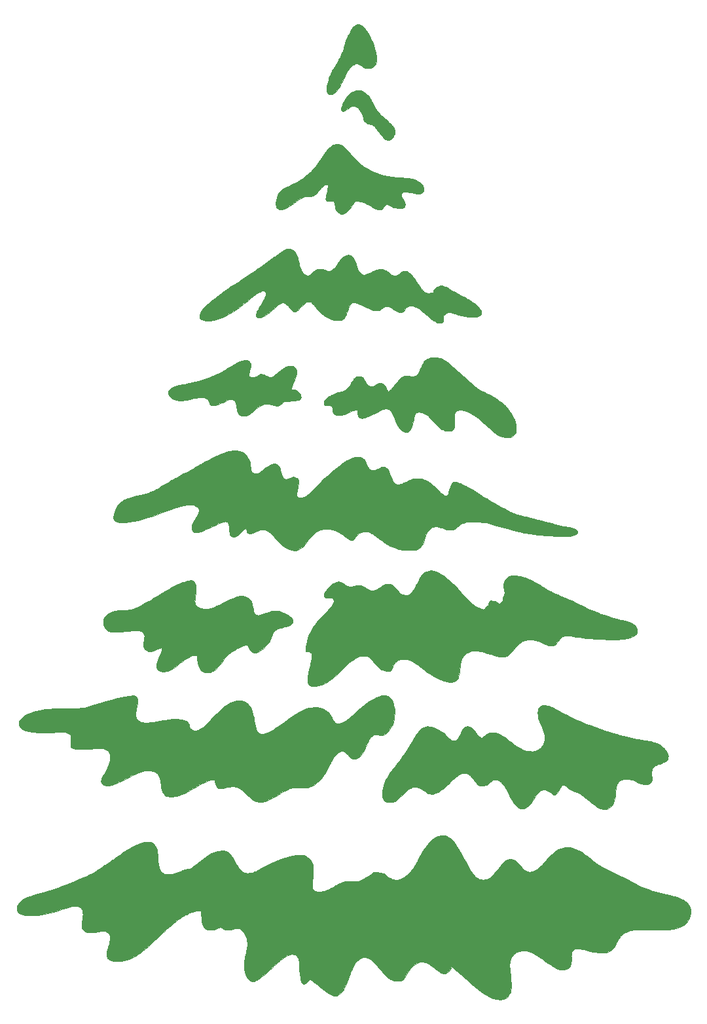
<source format=gbr>
%TF.GenerationSoftware,KiCad,Pcbnew,5.1.6-c6e7f7d~87~ubuntu19.10.1*%
%TF.CreationDate,2020-12-10T17:19:22-08:00*%
%TF.ProjectId,2021-xmas-tree,32303231-2d78-46d6-9173-2d747265652e,rev?*%
%TF.SameCoordinates,Original*%
%TF.FileFunction,Legend,Bot*%
%TF.FilePolarity,Positive*%
%FSLAX46Y46*%
G04 Gerber Fmt 4.6, Leading zero omitted, Abs format (unit mm)*
G04 Created by KiCad (PCBNEW 5.1.6-c6e7f7d~87~ubuntu19.10.1) date 2020-12-10 17:19:22*
%MOMM*%
%LPD*%
G01*
G04 APERTURE LIST*
%ADD10C,0.010000*%
G04 APERTURE END LIST*
D10*
%TO.C,G\u002A\u002A\u002A*%
G36*
X62091806Y35874062D02*
G01*
X61908725Y35871614D01*
X61774653Y35862925D01*
X61668103Y35844647D01*
X61567587Y35813434D01*
X61482344Y35779146D01*
X61187420Y35628101D01*
X60879911Y35423046D01*
X60575424Y35174651D01*
X60507671Y35112709D01*
X60350568Y34960714D01*
X60207212Y34809034D01*
X60071951Y34649442D01*
X59939132Y34473713D01*
X59803104Y34273619D01*
X59658215Y34040936D01*
X59498813Y33767436D01*
X59319246Y33444894D01*
X59160214Y33151488D01*
X58992851Y32841172D01*
X58852656Y32583986D01*
X58734202Y32370487D01*
X58632060Y32191230D01*
X58540805Y32036771D01*
X58455007Y31897666D01*
X58369240Y31764470D01*
X58322875Y31694444D01*
X58035992Y31297922D01*
X57746105Y30966174D01*
X57446812Y30693502D01*
X57131715Y30474208D01*
X56794411Y30302592D01*
X56729584Y30275821D01*
X56590065Y30223096D01*
X56474671Y30189715D01*
X56358116Y30171250D01*
X56215114Y30163271D01*
X56076945Y30161512D01*
X55889745Y30165479D01*
X55732114Y30183181D01*
X55589062Y30220555D01*
X55445602Y30283534D01*
X55286743Y30378055D01*
X55097496Y30510054D01*
X54983334Y30594551D01*
X54774414Y30747180D01*
X54602641Y30861583D01*
X54451880Y30945790D01*
X54305995Y31007826D01*
X54148853Y31055722D01*
X53978177Y31094669D01*
X53716572Y31142705D01*
X53506233Y31164396D01*
X53331795Y31156588D01*
X53177886Y31116122D01*
X53029140Y31039844D01*
X52870187Y30924597D01*
X52778472Y30848285D01*
X52508250Y30642659D01*
X52178748Y30436168D01*
X51800845Y30235390D01*
X51631945Y30155101D01*
X51261528Y29984711D01*
X50467778Y29980915D01*
X50091911Y29975054D01*
X49773568Y29959248D01*
X49500039Y29930299D01*
X49258617Y29885007D01*
X49036592Y29820173D01*
X48821256Y29732599D01*
X48599901Y29619086D01*
X48359816Y29476433D01*
X48290806Y29432934D01*
X47972138Y29234760D01*
X47696011Y29074619D01*
X47449477Y28946969D01*
X47219589Y28846267D01*
X46993398Y28766968D01*
X46757955Y28703531D01*
X46500312Y28650412D01*
X46436359Y28639038D01*
X46115894Y28602654D01*
X45846149Y28614010D01*
X45625498Y28673541D01*
X45452315Y28781679D01*
X45327285Y28934885D01*
X45270185Y29061969D01*
X45233173Y29218836D01*
X45216019Y29413016D01*
X45218495Y29652035D01*
X45240372Y29943421D01*
X45281422Y30294701D01*
X45285147Y30322771D01*
X45331507Y30730971D01*
X45358527Y31111444D01*
X45366119Y31455166D01*
X45354190Y31753114D01*
X45322651Y31996265D01*
X45302828Y32082500D01*
X45199480Y32375182D01*
X45058126Y32644853D01*
X44889473Y32872712D01*
X44802143Y32961553D01*
X44586866Y33131598D01*
X44358983Y33254547D01*
X44104913Y33334993D01*
X43811077Y33377534D01*
X43543915Y33387359D01*
X43164878Y33364541D01*
X42736900Y33296191D01*
X42263794Y33183630D01*
X41749370Y33028180D01*
X41197439Y32831164D01*
X40611812Y32593904D01*
X39996301Y32317721D01*
X39354716Y32003939D01*
X38950862Y31793936D01*
X38622203Y31619859D01*
X38347694Y31476261D01*
X38119573Y31359787D01*
X37930078Y31267080D01*
X37771445Y31194784D01*
X37635914Y31139542D01*
X37515720Y31098000D01*
X37403102Y31066800D01*
X37290297Y31042587D01*
X37169542Y31022003D01*
X37163152Y31021009D01*
X36850572Y31006390D01*
X36550911Y31060013D01*
X36267880Y31180165D01*
X36005188Y31365135D01*
X35766544Y31613212D01*
X35704399Y31693939D01*
X35648586Y31778289D01*
X35567665Y31911627D01*
X35469447Y32080539D01*
X35361744Y32271606D01*
X35260739Y32455900D01*
X35078590Y32784971D01*
X34917647Y33055890D01*
X34771959Y33275625D01*
X34635576Y33451146D01*
X34502546Y33589420D01*
X34366919Y33697417D01*
X34222743Y33782103D01*
X34072504Y33847286D01*
X33972891Y33881314D01*
X33879275Y33902304D01*
X33771994Y33912204D01*
X33631388Y33912962D01*
X33463889Y33907591D01*
X33214700Y33888835D01*
X32974026Y33850925D01*
X32736012Y33790665D01*
X32494803Y33704862D01*
X32244544Y33590320D01*
X31979379Y33443845D01*
X31693455Y33262243D01*
X31380915Y33042318D01*
X31035905Y32780877D01*
X30652570Y32474724D01*
X30292649Y32177305D01*
X30029803Y31970685D01*
X29788788Y31812539D01*
X29551340Y31693282D01*
X29299197Y31603332D01*
X29100939Y31551934D01*
X28942709Y31510452D01*
X28740946Y31449543D01*
X28517529Y31376226D01*
X28294336Y31297524D01*
X28208250Y31265436D01*
X27887420Y31145904D01*
X27619495Y31052032D01*
X27392841Y30980963D01*
X27195829Y30929840D01*
X27016825Y30895807D01*
X26844198Y30876009D01*
X26666316Y30867587D01*
X26584722Y30866752D01*
X26404166Y30867856D01*
X26275977Y30873682D01*
X26181993Y30887130D01*
X26104050Y30911098D01*
X26023984Y30948488D01*
X26002639Y30959671D01*
X25785232Y31107899D01*
X25612851Y31302061D01*
X25512055Y31473590D01*
X25449306Y31619231D01*
X25398282Y31785927D01*
X25356976Y31984494D01*
X25323383Y32225747D01*
X25295495Y32520503D01*
X25281324Y32717500D01*
X25261819Y33005266D01*
X25244612Y33235139D01*
X25228372Y33419689D01*
X25211768Y33571486D01*
X25193467Y33703098D01*
X25172139Y33827097D01*
X25153943Y33919779D01*
X25062055Y34257949D01*
X24936071Y34535293D01*
X24774370Y34753623D01*
X24575330Y34914753D01*
X24337328Y35020494D01*
X24129009Y35064981D01*
X23862744Y35071157D01*
X23551933Y35025944D01*
X23199126Y34930488D01*
X22806871Y34785936D01*
X22377719Y34593433D01*
X21914219Y34354128D01*
X21418921Y34069167D01*
X20894374Y33739696D01*
X20343128Y33366862D01*
X20324467Y33353802D01*
X20135965Y33222548D01*
X19913561Y33068959D01*
X19681942Y32910013D01*
X19465793Y32762690D01*
X19414961Y32728241D01*
X19201879Y32581858D01*
X18959223Y32411661D01*
X18713605Y32236511D01*
X18491639Y32075269D01*
X18443272Y32039572D01*
X18002205Y31720920D01*
X17593332Y31444341D01*
X17200415Y31200600D01*
X16807215Y30980462D01*
X16397495Y30774693D01*
X15955015Y30574057D01*
X15613334Y30430179D01*
X15036260Y30193714D01*
X14518252Y29982242D01*
X14053263Y29793571D01*
X13635250Y29625513D01*
X13258168Y29475876D01*
X12915972Y29342470D01*
X12602619Y29223106D01*
X12312064Y29115591D01*
X12038262Y29017737D01*
X11775169Y28927353D01*
X11516740Y28842249D01*
X11256931Y28760233D01*
X10989697Y28679117D01*
X10708995Y28596709D01*
X10408779Y28510819D01*
X10083005Y28419258D01*
X10000216Y28396160D01*
X9730448Y28319785D01*
X9464009Y28242174D01*
X9214096Y28167333D01*
X8993905Y28099267D01*
X8816631Y28041982D01*
X8703845Y28002640D01*
X8269829Y27824037D01*
X7904337Y27637329D01*
X7605639Y27440884D01*
X7372000Y27233071D01*
X7201688Y27012257D01*
X7092971Y26776810D01*
X7044116Y26525098D01*
X7040834Y26436272D01*
X7071714Y26201397D01*
X7164278Y26000667D01*
X7318412Y25834184D01*
X7533999Y25702050D01*
X7810925Y25604365D01*
X8036139Y25557356D01*
X8207930Y25538435D01*
X8432611Y25526868D01*
X8692919Y25522497D01*
X8971589Y25525160D01*
X9251359Y25534698D01*
X9514965Y25550949D01*
X9740637Y25573192D01*
X10589592Y25701974D01*
X11380650Y25870606D01*
X12113663Y26079053D01*
X12565175Y26238265D01*
X12976392Y26391652D01*
X13332596Y26515566D01*
X13641845Y26612154D01*
X13912200Y26683563D01*
X14151721Y26731939D01*
X14368469Y26759427D01*
X14555000Y26768116D01*
X14842555Y26744727D01*
X15083836Y26669136D01*
X15281653Y26539827D01*
X15438815Y26355282D01*
X15492998Y26261667D01*
X15539690Y26120789D01*
X15566799Y25925318D01*
X15574180Y25688487D01*
X15561689Y25423529D01*
X15529182Y25143675D01*
X15506678Y25009305D01*
X15453094Y24672478D01*
X15428326Y24391672D01*
X15432484Y24158460D01*
X15465674Y23964412D01*
X15522026Y23813066D01*
X15654546Y23619191D01*
X15839040Y23472954D01*
X16075421Y23374371D01*
X16363605Y23323457D01*
X16703506Y23320226D01*
X17095040Y23364693D01*
X17538121Y23456872D01*
X17553611Y23460726D01*
X17885827Y23529004D01*
X18171114Y23556543D01*
X18406057Y23543270D01*
X18587235Y23489110D01*
X18598829Y23483258D01*
X18742915Y23384085D01*
X18881328Y23248162D01*
X18994725Y23097545D01*
X19063764Y22954292D01*
X19064346Y22952370D01*
X19095791Y22817634D01*
X19109257Y22674162D01*
X19103384Y22512725D01*
X19076814Y22324094D01*
X19028186Y22099041D01*
X18956141Y21828336D01*
X18859320Y21502752D01*
X18843021Y21450045D01*
X18744023Y21112698D01*
X18675362Y20831207D01*
X18636908Y20597792D01*
X18628526Y20404673D01*
X18650087Y20244069D01*
X18701458Y20108201D01*
X18782507Y19989286D01*
X18817597Y19950506D01*
X18990434Y19817982D01*
X19217456Y19717447D01*
X19489934Y19648947D01*
X19799142Y19612528D01*
X20136352Y19608236D01*
X20492840Y19636118D01*
X20859876Y19696218D01*
X21228734Y19788585D01*
X21590688Y19913262D01*
X21645834Y19935574D01*
X21921305Y20057259D01*
X22193809Y20194599D01*
X22468389Y20351426D01*
X22750085Y20531572D01*
X23043941Y20738869D01*
X23354998Y20977147D01*
X23688297Y21250239D01*
X24048881Y21561976D01*
X24441791Y21916189D01*
X24872070Y22316710D01*
X25180798Y22610417D01*
X21786945Y22610417D01*
X21769306Y22592778D01*
X21751667Y22610417D01*
X21769306Y22628055D01*
X21786945Y22610417D01*
X25180798Y22610417D01*
X25217879Y22645694D01*
X21681111Y22645694D01*
X21663472Y22628055D01*
X21645834Y22645694D01*
X21663472Y22663333D01*
X21681111Y22645694D01*
X25217879Y22645694D01*
X25241205Y22667884D01*
X25365362Y22786805D01*
X22633611Y22786805D01*
X22615972Y22769167D01*
X22598334Y22786805D01*
X22615972Y22804444D01*
X22633611Y22786805D01*
X25365362Y22786805D01*
X25439025Y22857361D01*
X22739445Y22857361D01*
X22721806Y22839722D01*
X22704167Y22857361D01*
X22721806Y22875000D01*
X22739445Y22857361D01*
X25439025Y22857361D01*
X25564257Y22977311D01*
X25586423Y22998472D01*
X22915834Y22998472D01*
X22898195Y22980833D01*
X22880556Y22998472D01*
X21222500Y22998472D01*
X21204861Y22980833D01*
X21187222Y22998472D01*
X21204861Y23016111D01*
X21222500Y22998472D01*
X22880556Y22998472D01*
X22898195Y23016111D01*
X22915834Y22998472D01*
X25586423Y22998472D01*
X25697283Y23104305D01*
X21151945Y23104305D01*
X21134306Y23086667D01*
X21116667Y23104305D01*
X21134306Y23121944D01*
X21151945Y23104305D01*
X25697283Y23104305D01*
X25842769Y23243192D01*
X25919416Y23315972D01*
X23233334Y23315972D01*
X23215695Y23298333D01*
X23198056Y23315972D01*
X23215695Y23333611D01*
X23233334Y23315972D01*
X25919416Y23315972D01*
X26030873Y23421805D01*
X21010834Y23421805D01*
X20993195Y23404167D01*
X20975556Y23421805D01*
X20993195Y23439444D01*
X21010834Y23421805D01*
X26030873Y23421805D01*
X26082820Y23471130D01*
X26290491Y23666726D01*
X26471862Y23835582D01*
X26633014Y23983302D01*
X26714761Y24056805D01*
X20905000Y24056805D01*
X20887361Y24039167D01*
X20869722Y24056805D01*
X20887361Y24074444D01*
X20905000Y24056805D01*
X26714761Y24056805D01*
X26780026Y24115487D01*
X26918980Y24237740D01*
X27055955Y24355664D01*
X27197031Y24474860D01*
X27254639Y24523037D01*
X27681919Y24861506D01*
X27839783Y24974028D01*
X24820834Y24974028D01*
X24803195Y24956389D01*
X24785556Y24974028D01*
X24803195Y24991667D01*
X24820834Y24974028D01*
X27839783Y24974028D01*
X28037757Y25115139D01*
X24997222Y25115139D01*
X24979584Y25097500D01*
X24961945Y25115139D01*
X24979584Y25132778D01*
X24997222Y25115139D01*
X28037757Y25115139D01*
X28114686Y25169972D01*
X28250317Y25256250D01*
X18329722Y25256250D01*
X18312084Y25238611D01*
X18294445Y25256250D01*
X17835834Y25256250D01*
X17818195Y25238611D01*
X17800556Y25256250D01*
X17818195Y25273889D01*
X17835834Y25256250D01*
X18294445Y25256250D01*
X18312084Y25273889D01*
X18329722Y25256250D01*
X28250317Y25256250D01*
X28416691Y25362083D01*
X18788334Y25362083D01*
X18770695Y25344444D01*
X18753056Y25362083D01*
X18770695Y25379722D01*
X18788334Y25362083D01*
X28416691Y25362083D01*
X28543490Y25442742D01*
X28652016Y25503194D01*
X17447778Y25503194D01*
X17430139Y25485555D01*
X17412500Y25503194D01*
X17430139Y25520833D01*
X17447778Y25503194D01*
X28652016Y25503194D01*
X28842014Y25609028D01*
X19599722Y25609028D01*
X19582084Y25591389D01*
X19564445Y25609028D01*
X19582084Y25626667D01*
X19599722Y25609028D01*
X28842014Y25609028D01*
X28905345Y25644305D01*
X19811389Y25644305D01*
X19793750Y25626667D01*
X19776111Y25644305D01*
X19793750Y25661944D01*
X19811389Y25644305D01*
X28905345Y25644305D01*
X28958876Y25674123D01*
X29120774Y25750139D01*
X25843889Y25750139D01*
X25826250Y25732500D01*
X25808611Y25750139D01*
X25826250Y25767778D01*
X25843889Y25750139D01*
X29120774Y25750139D01*
X29351392Y25858420D01*
X29667231Y25976128D01*
X29738538Y25997083D01*
X26196667Y25997083D01*
X26179028Y25979444D01*
X26161389Y25997083D01*
X26179028Y26014722D01*
X26196667Y25997083D01*
X29738538Y25997083D01*
X29953296Y26060193D01*
X29984050Y26067639D01*
X26302500Y26067639D01*
X26284861Y26050000D01*
X26267222Y26067639D01*
X26284861Y26085278D01*
X26302500Y26067639D01*
X29984050Y26067639D01*
X30225227Y26126030D01*
X30291620Y26138194D01*
X26408334Y26138194D01*
X26390695Y26120555D01*
X26373056Y26138194D01*
X26390695Y26155833D01*
X26408334Y26138194D01*
X30291620Y26138194D01*
X30467450Y26170408D01*
X30664390Y26190094D01*
X30701916Y26190789D01*
X30870972Y26190467D01*
X30878162Y25648415D01*
X30899286Y25191549D01*
X30949982Y24797294D01*
X31030682Y24464005D01*
X31141817Y24190035D01*
X31283818Y23973740D01*
X31331231Y23921158D01*
X31443055Y23814871D01*
X31546797Y23742940D01*
X31660834Y23698937D01*
X31803541Y23676435D01*
X31993291Y23669006D01*
X32052778Y23668750D01*
X32239810Y23672533D01*
X32398688Y23686983D01*
X32548124Y23716746D01*
X32706826Y23766472D01*
X32893504Y23840810D01*
X33084118Y23924994D01*
X33356985Y24048496D01*
X33542729Y23921328D01*
X33751933Y23798479D01*
X33966088Y23717521D01*
X34196857Y23677246D01*
X34455902Y23676446D01*
X34754888Y23713912D01*
X35020359Y23768237D01*
X35290249Y23824896D01*
X35506891Y23854655D01*
X35683139Y23855291D01*
X35831842Y23824584D01*
X35965853Y23760314D01*
X36098022Y23660260D01*
X36199623Y23564453D01*
X36378432Y23357156D01*
X36526793Y23116998D01*
X36560095Y23051389D01*
X36679375Y22786040D01*
X36759569Y22546478D01*
X36806945Y22305689D01*
X36827770Y22036658D01*
X36830180Y21887222D01*
X36828855Y21730101D01*
X36823102Y21588048D01*
X36811042Y21448419D01*
X36790795Y21298564D01*
X36760480Y21125836D01*
X36718217Y20917589D01*
X36662127Y20661175D01*
X36620410Y20476111D01*
X36553126Y20172034D01*
X36502476Y19921759D01*
X36466694Y19710975D01*
X36444013Y19525369D01*
X36432666Y19350630D01*
X36430887Y19172447D01*
X36436492Y18986012D01*
X36468849Y18618657D01*
X36531061Y18272510D01*
X36619869Y17954868D01*
X36732012Y17673033D01*
X36864230Y17434303D01*
X37013264Y17245978D01*
X37175853Y17115357D01*
X37295621Y17062275D01*
X37427214Y17030142D01*
X37544377Y17022726D01*
X37673223Y17041275D01*
X37839865Y17087037D01*
X37844643Y17088510D01*
X37986823Y17140101D01*
X38136075Y17210711D01*
X38297132Y17304025D01*
X38474726Y17423726D01*
X38673589Y17573501D01*
X38898453Y17757033D01*
X39154051Y17978008D01*
X39445114Y18240109D01*
X39776375Y18547022D01*
X40054181Y18808959D01*
X40255786Y18998755D01*
X40459087Y19187605D01*
X40652915Y19365319D01*
X40826097Y19521704D01*
X40967464Y19646569D01*
X41041959Y19710138D01*
X41410199Y19998261D01*
X41623856Y20140972D01*
X38438056Y20140972D01*
X38420417Y20123333D01*
X38402778Y20140972D01*
X38420417Y20158611D01*
X38438056Y20140972D01*
X41623856Y20140972D01*
X41729489Y20211528D01*
X39249445Y20211528D01*
X39231806Y20193889D01*
X39214167Y20211528D01*
X39231806Y20229167D01*
X39249445Y20211528D01*
X41729489Y20211528D01*
X41748264Y20224068D01*
X41791188Y20246805D01*
X39320000Y20246805D01*
X39302361Y20229167D01*
X39284722Y20246805D01*
X39302361Y20264444D01*
X39320000Y20246805D01*
X41791188Y20246805D01*
X42057976Y20388121D01*
X42341158Y20490988D01*
X42599635Y20533231D01*
X42835229Y20515416D01*
X43049763Y20438108D01*
X43163668Y20367388D01*
X43258498Y20289384D01*
X43335470Y20201177D01*
X43396848Y20094354D01*
X43444892Y19960504D01*
X43481863Y19791212D01*
X43510022Y19578066D01*
X43531631Y19312653D01*
X43548952Y18986560D01*
X43551657Y18923889D01*
X43563026Y18693000D01*
X43576600Y18480289D01*
X43591360Y18297916D01*
X43606282Y18158041D01*
X43620344Y18072824D01*
X43624301Y18059583D01*
X43643949Y17983851D01*
X43667383Y17855746D01*
X43691671Y17693130D01*
X43713883Y17513863D01*
X43714004Y17512778D01*
X43746450Y17263919D01*
X43783521Y17075550D01*
X43828900Y16937613D01*
X43886273Y16840049D01*
X43959326Y16772799D01*
X43992432Y16752847D01*
X44108896Y16708229D01*
X44222226Y16707789D01*
X44342560Y16755501D01*
X44480039Y16855337D01*
X44640301Y17006688D01*
X44899879Y17270511D01*
X45116758Y17141317D01*
X45246260Y17058628D01*
X45415399Y16940951D01*
X45627066Y16786138D01*
X45884152Y16592039D01*
X46189547Y16356506D01*
X46516667Y16100582D01*
X46871381Y15828068D01*
X47181402Y15604255D01*
X47450765Y15426814D01*
X47683503Y15293421D01*
X47883651Y15201747D01*
X48055243Y15149467D01*
X48192361Y15134160D01*
X48421013Y15168652D01*
X48644100Y15272327D01*
X48862130Y15445548D01*
X49075608Y15688674D01*
X49184507Y15842125D01*
X49291791Y16013430D01*
X49397033Y16203619D01*
X49503923Y16420965D01*
X49616149Y16673738D01*
X49737399Y16970212D01*
X49871362Y17318656D01*
X50006790Y17686128D01*
X50130970Y18024305D01*
X48492222Y18024305D01*
X48474584Y18006667D01*
X48456945Y18024305D01*
X48474584Y18041944D01*
X48492222Y18024305D01*
X50130970Y18024305D01*
X50144009Y18059811D01*
X50190886Y18182788D01*
X48701578Y18182788D01*
X48692818Y18164519D01*
X48673111Y18138958D01*
X48621620Y18084113D01*
X48598635Y18084351D01*
X48598056Y18090541D01*
X48622164Y18119989D01*
X48659792Y18152278D01*
X48701578Y18182788D01*
X50190886Y18182788D01*
X50263906Y18374343D01*
X50293645Y18447639D01*
X48915556Y18447639D01*
X48897917Y18430000D01*
X48880278Y18447639D01*
X46410834Y18447639D01*
X46393195Y18430000D01*
X46375556Y18447639D01*
X46393195Y18465278D01*
X46410834Y18447639D01*
X48880278Y18447639D01*
X48897917Y18465278D01*
X48915556Y18447639D01*
X50293645Y18447639D01*
X50370777Y18637738D01*
X50411823Y18729861D01*
X49091945Y18729861D01*
X49074306Y18712222D01*
X49056667Y18729861D01*
X49074306Y18747500D01*
X49091945Y18729861D01*
X50411823Y18729861D01*
X50468920Y18858007D01*
X50562632Y19043162D01*
X50656212Y19201214D01*
X50672063Y19223750D01*
X49409445Y19223750D01*
X49391806Y19206111D01*
X49374167Y19223750D01*
X49391806Y19241389D01*
X49409445Y19223750D01*
X50672063Y19223750D01*
X50753956Y19340176D01*
X50860162Y19468058D01*
X50979127Y19592873D01*
X50998818Y19611805D01*
X49656389Y19611805D01*
X49638750Y19594167D01*
X49621111Y19611805D01*
X45564167Y19611805D01*
X45546528Y19594167D01*
X45528889Y19611805D01*
X45546528Y19629444D01*
X45564167Y19611805D01*
X49621111Y19611805D01*
X49638750Y19629444D01*
X49656389Y19611805D01*
X50998818Y19611805D01*
X51083249Y19692980D01*
X51113324Y19717639D01*
X49726945Y19717639D01*
X49709306Y19700000D01*
X49691667Y19717639D01*
X49709306Y19735278D01*
X49726945Y19717639D01*
X51113324Y19717639D01*
X51242406Y19823472D01*
X49797500Y19823472D01*
X49779861Y19805833D01*
X49762222Y19823472D01*
X49779861Y19841111D01*
X49797500Y19823472D01*
X51242406Y19823472D01*
X51344001Y19906768D01*
X51568854Y20035139D01*
X45387778Y20035139D01*
X45370139Y20017500D01*
X45352500Y20035139D01*
X45370139Y20052778D01*
X45387778Y20035139D01*
X51568854Y20035139D01*
X51597647Y20051577D01*
X51848236Y20128095D01*
X52099821Y20137009D01*
X52356452Y20079007D01*
X52622180Y19954778D01*
X52622705Y19954475D01*
X52776229Y19849186D01*
X52962619Y19694149D01*
X53173914Y19497162D01*
X53402154Y19266020D01*
X53639378Y19008521D01*
X53877625Y18732460D01*
X53909111Y18694583D01*
X54221836Y18324743D01*
X54503194Y18011031D01*
X54758972Y17749597D01*
X54994954Y17536587D01*
X55216925Y17368149D01*
X55430671Y17240429D01*
X55641977Y17149576D01*
X55856628Y17091737D01*
X56080410Y17063059D01*
X56319108Y17059690D01*
X56361628Y17061359D01*
X56547824Y17077848D01*
X56706029Y17113318D01*
X56845029Y17174853D01*
X56973610Y17269535D01*
X57100559Y17404447D01*
X57234662Y17586671D01*
X57384707Y17823291D01*
X57456592Y17943996D01*
X57617298Y18210205D01*
X57759207Y18427196D01*
X57893433Y18609654D01*
X58031092Y18772260D01*
X58183297Y18929700D01*
X58254399Y18997972D01*
X58544247Y19238694D01*
X58830757Y19410005D01*
X59116250Y19512824D01*
X59403050Y19548068D01*
X59607719Y19532733D01*
X59774840Y19499405D01*
X59937696Y19449467D01*
X60104535Y19378119D01*
X60283608Y19280559D01*
X60483165Y19151985D01*
X60711456Y18987597D01*
X60976730Y18782592D01*
X61188076Y18612974D01*
X61441939Y18413378D01*
X61656136Y18260224D01*
X61839337Y18148558D01*
X62000213Y18073424D01*
X62147434Y18029870D01*
X62230989Y18017020D01*
X62439821Y18028473D01*
X62638757Y18107497D01*
X62828752Y18254800D01*
X63010757Y18471087D01*
X63156274Y18703212D01*
X63280118Y18924665D01*
X63426795Y18811522D01*
X63530672Y18728570D01*
X63659502Y18620375D01*
X63817804Y18482932D01*
X64010094Y18312240D01*
X64240890Y18104295D01*
X64514707Y17855095D01*
X64772926Y17618611D01*
X65289747Y17149900D01*
X65764564Y16731563D01*
X66201533Y16360612D01*
X66604808Y16034062D01*
X66978544Y15748923D01*
X67326896Y15502208D01*
X67654018Y15290929D01*
X67964066Y15112100D01*
X68261195Y14962731D01*
X68549558Y14839836D01*
X68727313Y14775098D01*
X68937922Y14719469D01*
X69178765Y14681671D01*
X69427416Y14663102D01*
X69661451Y14665163D01*
X69858442Y14689254D01*
X69908326Y14701370D01*
X70179760Y14814549D01*
X70431943Y14994144D01*
X70553281Y15111989D01*
X70684231Y15271857D01*
X70789861Y15448040D01*
X70870884Y15646753D01*
X70928010Y15874215D01*
X70961954Y16136645D01*
X70973426Y16440259D01*
X70963141Y16791276D01*
X70931809Y17195914D01*
X70880143Y17660391D01*
X70861772Y17804762D01*
X70809039Y18243868D01*
X70803250Y18306528D01*
X67859722Y18306528D01*
X67842084Y18288889D01*
X67824445Y18306528D01*
X67842084Y18324167D01*
X67859722Y18306528D01*
X70803250Y18306528D01*
X70793473Y18412361D01*
X67365834Y18412361D01*
X67348195Y18394722D01*
X67330556Y18412361D01*
X67348195Y18430000D01*
X67365834Y18412361D01*
X70793473Y18412361D01*
X70790213Y18447639D01*
X68283056Y18447639D01*
X68265417Y18430000D01*
X68247778Y18447639D01*
X68265417Y18465278D01*
X68283056Y18447639D01*
X70790213Y18447639D01*
X70786954Y18482917D01*
X67224722Y18482917D01*
X67207084Y18465278D01*
X67189445Y18482917D01*
X67207084Y18500555D01*
X67224722Y18482917D01*
X70786954Y18482917D01*
X70777176Y18588750D01*
X67048334Y18588750D01*
X67030695Y18571111D01*
X67013056Y18588750D01*
X67030695Y18606389D01*
X67048334Y18588750D01*
X70777176Y18588750D01*
X70774050Y18622575D01*
X70757543Y18941528D01*
X68776945Y18941528D01*
X68759306Y18923889D01*
X68741667Y18941528D01*
X68759306Y18959167D01*
X68776945Y18941528D01*
X70757543Y18941528D01*
X70757163Y18948864D01*
X70757319Y18976805D01*
X66554445Y18976805D01*
X66536806Y18959167D01*
X66519167Y18976805D01*
X66536806Y18994444D01*
X66554445Y18976805D01*
X70757319Y18976805D01*
X70757910Y19082639D01*
X68882778Y19082639D01*
X68865139Y19065000D01*
X68847500Y19082639D01*
X68865139Y19100278D01*
X68882778Y19082639D01*
X70757910Y19082639D01*
X70758502Y19188472D01*
X68953334Y19188472D01*
X68935695Y19170833D01*
X68918056Y19188472D01*
X68935695Y19206111D01*
X68953334Y19188472D01*
X70758502Y19188472D01*
X70758739Y19230718D01*
X70764024Y19294305D01*
X69023889Y19294305D01*
X69006250Y19276667D01*
X68988611Y19294305D01*
X69006250Y19311944D01*
X69023889Y19294305D01*
X70764024Y19294305D01*
X70779136Y19476117D01*
X70810329Y19647083D01*
X69235556Y19647083D01*
X69217917Y19629444D01*
X69200278Y19647083D01*
X69217917Y19664722D01*
X69235556Y19647083D01*
X70810329Y19647083D01*
X70818715Y19693042D01*
X70877834Y19889477D01*
X70910101Y19964583D01*
X69411945Y19964583D01*
X69394306Y19946944D01*
X69376667Y19964583D01*
X69394306Y19982222D01*
X69411945Y19964583D01*
X70910101Y19964583D01*
X70955570Y20070417D01*
X61615556Y20070417D01*
X61597917Y20052778D01*
X61580278Y20070417D01*
X61597917Y20088055D01*
X61615556Y20070417D01*
X70955570Y20070417D01*
X70956853Y20073401D01*
X70964653Y20089019D01*
X70965525Y20090352D01*
X65381629Y20090352D01*
X65376803Y20088055D01*
X65344609Y20112890D01*
X65337361Y20123333D01*
X65328372Y20156314D01*
X65333197Y20158611D01*
X65365391Y20133776D01*
X65372639Y20123333D01*
X65381629Y20090352D01*
X70965525Y20090352D01*
X71021779Y20176250D01*
X55688889Y20176250D01*
X55671250Y20158611D01*
X55653611Y20176250D01*
X55671250Y20193889D01*
X55688889Y20176250D01*
X71021779Y20176250D01*
X71067986Y20246805D01*
X55865278Y20246805D01*
X55847639Y20229167D01*
X55830000Y20246805D01*
X54630556Y20246805D01*
X54612917Y20229167D01*
X54595278Y20246805D01*
X50115000Y20246805D01*
X50097361Y20229167D01*
X50079722Y20246805D01*
X50097361Y20264444D01*
X50115000Y20246805D01*
X54595278Y20246805D01*
X54612917Y20264444D01*
X54630556Y20246805D01*
X55830000Y20246805D01*
X55847639Y20264444D01*
X55865278Y20246805D01*
X71067986Y20246805D01*
X71114193Y20317361D01*
X54524722Y20317361D01*
X54507084Y20299722D01*
X54489445Y20317361D01*
X54507084Y20335000D01*
X54524722Y20317361D01*
X71114193Y20317361D01*
X71130761Y20342658D01*
X71140727Y20352639D01*
X56076945Y20352639D01*
X56059306Y20335000D01*
X56041667Y20352639D01*
X56059306Y20370278D01*
X56076945Y20352639D01*
X71140727Y20352639D01*
X71211179Y20423194D01*
X69658889Y20423194D01*
X69641250Y20405555D01*
X69623611Y20423194D01*
X69641250Y20440833D01*
X69658889Y20423194D01*
X71211179Y20423194D01*
X71246405Y20458472D01*
X65002222Y20458472D01*
X64984584Y20440833D01*
X64966945Y20458472D01*
X60133889Y20458472D01*
X60116250Y20440833D01*
X60098611Y20458472D01*
X56253334Y20458472D01*
X56235695Y20440833D01*
X56218056Y20458472D01*
X56235695Y20476111D01*
X56253334Y20458472D01*
X60098611Y20458472D01*
X60116250Y20476111D01*
X60133889Y20458472D01*
X64966945Y20458472D01*
X64984584Y20476111D01*
X65002222Y20458472D01*
X71246405Y20458472D01*
X71316859Y20529028D01*
X56359167Y20529028D01*
X56341528Y20511389D01*
X56323889Y20529028D01*
X50361945Y20529028D01*
X50344306Y20511389D01*
X50326667Y20529028D01*
X50344306Y20546667D01*
X50361945Y20529028D01*
X56323889Y20529028D01*
X56341528Y20546667D01*
X56359167Y20529028D01*
X71316859Y20529028D01*
X71350752Y20562970D01*
X71352688Y20564305D01*
X38191111Y20564305D01*
X38173472Y20546667D01*
X38155834Y20564305D01*
X38173472Y20581944D01*
X38191111Y20564305D01*
X71352688Y20564305D01*
X71403852Y20599583D01*
X64825834Y20599583D01*
X64808195Y20581944D01*
X64790556Y20599583D01*
X62532778Y20599583D01*
X62515139Y20581944D01*
X62497500Y20599583D01*
X62515139Y20617222D01*
X62532778Y20599583D01*
X64790556Y20599583D01*
X64808195Y20617222D01*
X64825834Y20599583D01*
X71403852Y20599583D01*
X71506179Y20670139D01*
X39955000Y20670139D01*
X39937361Y20652500D01*
X39919722Y20670139D01*
X39937361Y20687778D01*
X39955000Y20670139D01*
X71506179Y20670139D01*
X71557343Y20705417D01*
X64684722Y20705417D01*
X64667084Y20687778D01*
X64649445Y20705417D01*
X54101389Y20705417D01*
X54083750Y20687778D01*
X54066111Y20705417D01*
X54083750Y20723055D01*
X54101389Y20705417D01*
X64649445Y20705417D01*
X64667084Y20723055D01*
X64684722Y20705417D01*
X71557343Y20705417D01*
X71608506Y20740694D01*
X69835278Y20740694D01*
X69817639Y20723055D01*
X69800000Y20740694D01*
X56641389Y20740694D01*
X56623750Y20723055D01*
X56606111Y20740694D01*
X56623750Y20758333D01*
X56641389Y20740694D01*
X69800000Y20740694D01*
X69817639Y20758333D01*
X69835278Y20740694D01*
X71608506Y20740694D01*
X71613551Y20744172D01*
X71682265Y20775972D01*
X44858611Y20775972D01*
X44840972Y20758333D01*
X44823334Y20775972D01*
X38155834Y20775972D01*
X38138195Y20758333D01*
X38120556Y20775972D01*
X38138195Y20793611D01*
X38155834Y20775972D01*
X44823334Y20775972D01*
X44840972Y20793611D01*
X44858611Y20775972D01*
X71682265Y20775972D01*
X71834724Y20846528D01*
X64473056Y20846528D01*
X64455417Y20828889D01*
X64437778Y20846528D01*
X64455417Y20864167D01*
X64473056Y20846528D01*
X71834724Y20846528D01*
X71908084Y20880478D01*
X71940675Y20889332D01*
X50709036Y20889332D01*
X50700452Y20869617D01*
X50664931Y20831745D01*
X50644510Y20839514D01*
X50644167Y20844446D01*
X50669224Y20874284D01*
X50680046Y20881805D01*
X44646945Y20881805D01*
X44629306Y20864167D01*
X44611667Y20881805D01*
X44629306Y20899444D01*
X44646945Y20881805D01*
X50680046Y20881805D01*
X50684895Y20885174D01*
X50709036Y20889332D01*
X71940675Y20889332D01*
X72042825Y20917083D01*
X69941111Y20917083D01*
X69923472Y20899444D01*
X69921176Y20901741D01*
X59631351Y20901741D01*
X59626525Y20899444D01*
X59603660Y20917083D01*
X44223611Y20917083D01*
X44205972Y20899444D01*
X44188334Y20917083D01*
X44205972Y20934722D01*
X44223611Y20917083D01*
X59603660Y20917083D01*
X59594331Y20924279D01*
X59587084Y20934722D01*
X59582276Y20952361D01*
X56888334Y20952361D01*
X56870695Y20934722D01*
X56853056Y20952361D01*
X56870695Y20970000D01*
X56888334Y20952361D01*
X59582276Y20952361D01*
X59578094Y20967703D01*
X59582920Y20970000D01*
X59615114Y20945165D01*
X59622361Y20934722D01*
X59631351Y20901741D01*
X69921176Y20901741D01*
X69905834Y20917083D01*
X69923472Y20934722D01*
X69941111Y20917083D01*
X72042825Y20917083D01*
X72223276Y20966106D01*
X72463055Y20987639D01*
X62956111Y20987639D01*
X62938472Y20970000D01*
X62920834Y20987639D01*
X62938472Y21005278D01*
X62956111Y20987639D01*
X72463055Y20987639D01*
X72548052Y20995272D01*
X72687935Y20989011D01*
X72927004Y20956778D01*
X73169292Y20899785D01*
X73421224Y20814842D01*
X73689226Y20698759D01*
X73979724Y20548346D01*
X74299142Y20360415D01*
X74653906Y20131775D01*
X75050442Y19859236D01*
X75250417Y19716977D01*
X75594802Y19472061D01*
X75889812Y19267441D01*
X76141179Y19099356D01*
X76354636Y18964045D01*
X76535917Y18857745D01*
X76661528Y18791116D01*
X76993009Y18649552D01*
X77310409Y18561841D01*
X77608195Y18527301D01*
X77880834Y18545249D01*
X78122793Y18615001D01*
X78328539Y18735875D01*
X78492539Y18907187D01*
X78564687Y19026089D01*
X78625390Y19155581D01*
X78669927Y19279196D01*
X78700488Y19411203D01*
X78719268Y19565872D01*
X78728458Y19757471D01*
X78730251Y20000269D01*
X78729546Y20098999D01*
X78728345Y20325431D01*
X78730425Y20494136D01*
X78736842Y20617906D01*
X78748650Y20709534D01*
X78756519Y20740694D01*
X77067222Y20740694D01*
X77049584Y20723055D01*
X77031945Y20740694D01*
X77049584Y20758333D01*
X77067222Y20740694D01*
X78756519Y20740694D01*
X78766903Y20781813D01*
X78790930Y20843659D01*
X78839753Y20917083D01*
X77420000Y20917083D01*
X77402361Y20899444D01*
X77384722Y20917083D01*
X77402361Y20934722D01*
X77420000Y20917083D01*
X78839753Y20917083D01*
X78902300Y21011146D01*
X78917043Y21022917D01*
X76361667Y21022917D01*
X76344028Y21005278D01*
X76326389Y21022917D01*
X63026667Y21022917D01*
X63009028Y21005278D01*
X62991389Y21022917D01*
X63009028Y21040555D01*
X63026667Y21022917D01*
X76326389Y21022917D01*
X76344028Y21040555D01*
X76361667Y21022917D01*
X78917043Y21022917D01*
X79005412Y21093472D01*
X70046945Y21093472D01*
X70029306Y21075833D01*
X70011667Y21093472D01*
X53748611Y21093472D01*
X53730972Y21075833D01*
X53713334Y21093472D01*
X43729722Y21093472D01*
X43712084Y21075833D01*
X43694445Y21093472D01*
X43712084Y21111111D01*
X43729722Y21093472D01*
X53713334Y21093472D01*
X53730972Y21111111D01*
X53748611Y21093472D01*
X70011667Y21093472D01*
X70029306Y21111111D01*
X70046945Y21093472D01*
X79005412Y21093472D01*
X79049597Y21128750D01*
X63379445Y21128750D01*
X63361806Y21111111D01*
X63344167Y21128750D01*
X40484167Y21128750D01*
X40466528Y21111111D01*
X40448889Y21128750D01*
X40466528Y21146389D01*
X40484167Y21128750D01*
X63344167Y21128750D01*
X63361806Y21146389D01*
X63379445Y21128750D01*
X79049597Y21128750D01*
X79067480Y21143027D01*
X79193652Y21199305D01*
X51102778Y21199305D01*
X51085139Y21181667D01*
X51067500Y21199305D01*
X51085139Y21216944D01*
X51102778Y21199305D01*
X79193652Y21199305D01*
X79233974Y21217290D01*
X79329405Y21234583D01*
X57205834Y21234583D01*
X57188195Y21216944D01*
X57170556Y21234583D01*
X57188195Y21252222D01*
X57205834Y21234583D01*
X79329405Y21234583D01*
X79393702Y21246234D01*
X79606558Y21251142D01*
X79859770Y21233179D01*
X80140563Y21193508D01*
X80436165Y21133292D01*
X80595000Y21093304D01*
X80923431Y21008551D01*
X81258122Y20928891D01*
X81586361Y20856889D01*
X81895436Y20795111D01*
X82172635Y20746121D01*
X82405245Y20712485D01*
X82552996Y20698209D01*
X82949108Y20702136D01*
X83309994Y20764864D01*
X83633689Y20885729D01*
X83918230Y21064069D01*
X84087223Y21216657D01*
X84134849Y21269861D01*
X77525834Y21269861D01*
X77508195Y21252222D01*
X77490556Y21269861D01*
X77508195Y21287500D01*
X59280519Y21287500D01*
X59246495Y21310683D01*
X59199028Y21358055D01*
X59158288Y21409160D01*
X59157779Y21410972D01*
X51420278Y21410972D01*
X51402639Y21393333D01*
X51385000Y21410972D01*
X51402639Y21428611D01*
X51420278Y21410972D01*
X59157779Y21410972D01*
X59152815Y21428611D01*
X59186839Y21405428D01*
X59234306Y21358055D01*
X59275046Y21306951D01*
X59280519Y21287500D01*
X77508195Y21287500D01*
X77525834Y21269861D01*
X84134849Y21269861D01*
X84169909Y21309027D01*
X84193717Y21340417D01*
X70188056Y21340417D01*
X70170417Y21322778D01*
X70152778Y21340417D01*
X70170417Y21358055D01*
X70188056Y21340417D01*
X84193717Y21340417D01*
X84249409Y21413843D01*
X84270424Y21446250D01*
X40801667Y21446250D01*
X40784028Y21428611D01*
X40766389Y21446250D01*
X40784028Y21463889D01*
X40801667Y21446250D01*
X84270424Y21446250D01*
X84332813Y21542459D01*
X84358695Y21587361D01*
X70329167Y21587361D01*
X70311528Y21569722D01*
X70293889Y21587361D01*
X58969722Y21587361D01*
X58952084Y21569722D01*
X58934445Y21587361D01*
X51773056Y21587361D01*
X51755417Y21569722D01*
X51737778Y21587361D01*
X51755417Y21605000D01*
X51773056Y21587361D01*
X58934445Y21587361D01*
X58952084Y21605000D01*
X58969722Y21587361D01*
X70293889Y21587361D01*
X70311528Y21605000D01*
X70329167Y21587361D01*
X84358695Y21587361D01*
X84379030Y21622639D01*
X53113611Y21622639D01*
X53095972Y21605000D01*
X53078334Y21622639D01*
X53095972Y21640278D01*
X53113611Y21622639D01*
X84379030Y21622639D01*
X84419700Y21693194D01*
X52937222Y21693194D01*
X52919584Y21675555D01*
X52901945Y21693194D01*
X52090556Y21693194D01*
X52072917Y21675555D01*
X52055278Y21693194D01*
X52072917Y21710833D01*
X52090556Y21693194D01*
X52901945Y21693194D01*
X52919584Y21710833D01*
X52937222Y21693194D01*
X84419700Y21693194D01*
X84427214Y21706229D01*
X84439112Y21728472D01*
X58687500Y21728472D01*
X58669861Y21710833D01*
X58652222Y21728472D01*
X52796111Y21728472D01*
X52778472Y21710833D01*
X52760834Y21728472D01*
X52778472Y21746111D01*
X52796111Y21728472D01*
X58652222Y21728472D01*
X58669861Y21746111D01*
X58687500Y21728472D01*
X84439112Y21728472D01*
X84457984Y21763750D01*
X70435000Y21763750D01*
X70417361Y21746111D01*
X70399722Y21763750D01*
X70417361Y21781389D01*
X70435000Y21763750D01*
X84457984Y21763750D01*
X84533470Y21904861D01*
X41330834Y21904861D01*
X41313195Y21887222D01*
X41295556Y21904861D01*
X41313195Y21922500D01*
X41330834Y21904861D01*
X84533470Y21904861D01*
X84539702Y21916510D01*
X84551912Y21940139D01*
X75126945Y21940139D01*
X75109306Y21922500D01*
X75091667Y21940139D01*
X41436667Y21940139D01*
X41419028Y21922500D01*
X41401389Y21940139D01*
X41419028Y21957778D01*
X41436667Y21940139D01*
X75091667Y21940139D01*
X75109306Y21957778D01*
X75126945Y21940139D01*
X84551912Y21940139D01*
X84570141Y21975417D01*
X41789445Y21975417D01*
X41771806Y21957778D01*
X41754167Y21975417D01*
X41771806Y21993055D01*
X41789445Y21975417D01*
X84570141Y21975417D01*
X84613517Y22059356D01*
X84625316Y22081250D01*
X43306389Y22081250D01*
X43288750Y22063611D01*
X43271111Y22081250D01*
X42318611Y22081250D01*
X42300972Y22063611D01*
X42283334Y22081250D01*
X42300972Y22098889D01*
X42318611Y22081250D01*
X43271111Y22081250D01*
X43288750Y22098889D01*
X43306389Y22081250D01*
X84625316Y22081250D01*
X84644327Y22116528D01*
X42424445Y22116528D01*
X42406806Y22098889D01*
X42389167Y22116528D01*
X42406806Y22134167D01*
X42424445Y22116528D01*
X84644327Y22116528D01*
X84663339Y22151805D01*
X43200556Y22151805D01*
X43182917Y22134167D01*
X43165278Y22151805D01*
X43182917Y22169444D01*
X38150263Y22169444D01*
X38144719Y22119363D01*
X38132470Y22125347D01*
X38127810Y22197573D01*
X38132470Y22213542D01*
X38145346Y22217973D01*
X38150263Y22169444D01*
X43182917Y22169444D01*
X43200556Y22151805D01*
X84663339Y22151805D01*
X84682351Y22187083D01*
X77772778Y22187083D01*
X77755139Y22169444D01*
X77737500Y22187083D01*
X74809445Y22187083D01*
X74791806Y22169444D01*
X74774167Y22187083D01*
X74791806Y22204722D01*
X74809445Y22187083D01*
X77737500Y22187083D01*
X77755139Y22204722D01*
X77772778Y22187083D01*
X84682351Y22187083D01*
X84701363Y22222361D01*
X70752500Y22222361D01*
X70734861Y22204722D01*
X70717222Y22222361D01*
X70734861Y22240000D01*
X70752500Y22222361D01*
X84701363Y22222361D01*
X84800518Y22406349D01*
X84883655Y22539861D01*
X72586945Y22539861D01*
X72569306Y22522222D01*
X72551667Y22539861D01*
X72569306Y22557500D01*
X72586945Y22539861D01*
X84883655Y22539861D01*
X84905623Y22575139D01*
X72198889Y22575139D01*
X72181250Y22557500D01*
X72163611Y22575139D01*
X72181250Y22592778D01*
X72198889Y22575139D01*
X84905623Y22575139D01*
X84927591Y22610417D01*
X78160834Y22610417D01*
X78143195Y22592778D01*
X78125556Y22610417D01*
X74174445Y22610417D01*
X74156806Y22592778D01*
X74139167Y22610417D01*
X74156806Y22628055D01*
X74174445Y22610417D01*
X78125556Y22610417D01*
X78143195Y22628055D01*
X78160834Y22610417D01*
X84927591Y22610417D01*
X84971525Y22680972D01*
X72869167Y22680972D01*
X72851528Y22663333D01*
X72833889Y22680972D01*
X72851528Y22698611D01*
X72869167Y22680972D01*
X84971525Y22680972D01*
X84979075Y22693095D01*
X84996868Y22716250D01*
X72939722Y22716250D01*
X72922084Y22698611D01*
X72904445Y22716250D01*
X72922084Y22733889D01*
X72939722Y22716250D01*
X84996868Y22716250D01*
X85023978Y22751528D01*
X73010278Y22751528D01*
X72992639Y22733889D01*
X72975000Y22751528D01*
X72992639Y22769167D01*
X73010278Y22751528D01*
X85023978Y22751528D01*
X85051088Y22786805D01*
X80101111Y22786805D01*
X80083472Y22769167D01*
X80065834Y22786805D01*
X80083472Y22804444D01*
X80101111Y22786805D01*
X85051088Y22786805D01*
X85078198Y22822083D01*
X81653334Y22822083D01*
X81635695Y22804444D01*
X81618056Y22822083D01*
X79748334Y22822083D01*
X79730695Y22804444D01*
X79713056Y22822083D01*
X73221945Y22822083D01*
X73204306Y22804444D01*
X73186667Y22822083D01*
X73204306Y22839722D01*
X73221945Y22822083D01*
X79713056Y22822083D01*
X79730695Y22839722D01*
X79748334Y22822083D01*
X81618056Y22822083D01*
X81635695Y22839722D01*
X81653334Y22822083D01*
X85078198Y22822083D01*
X85132418Y22892639D01*
X38191111Y22892639D01*
X38173472Y22875000D01*
X38155834Y22892639D01*
X38173472Y22910278D01*
X38191111Y22892639D01*
X85132418Y22892639D01*
X85159174Y22927456D01*
X85266471Y23033750D01*
X82041389Y23033750D01*
X82023750Y23016111D01*
X82006111Y23033750D01*
X82023750Y23051389D01*
X82041389Y23033750D01*
X85266471Y23033750D01*
X85350801Y23117291D01*
X85563941Y23270460D01*
X85808578Y23394823D01*
X86094700Y23498240D01*
X86432290Y23588572D01*
X86605640Y23627471D01*
X86680524Y23643051D01*
X86752769Y23656372D01*
X86828375Y23667619D01*
X86913342Y23676976D01*
X87013668Y23684626D01*
X87135353Y23690754D01*
X87284397Y23695543D01*
X87466800Y23699179D01*
X87688560Y23701844D01*
X87955678Y23703723D01*
X88274154Y23705000D01*
X88649985Y23705858D01*
X89089173Y23706483D01*
X89185139Y23706596D01*
X89669300Y23707383D01*
X90089122Y23708763D01*
X90450822Y23711058D01*
X90760615Y23714589D01*
X91024718Y23719680D01*
X91249348Y23726652D01*
X91440720Y23735828D01*
X91605051Y23747531D01*
X91748557Y23762083D01*
X91877455Y23779806D01*
X91997960Y23801022D01*
X92116289Y23826055D01*
X92238659Y23855225D01*
X92287624Y23867491D01*
X92702572Y23999592D01*
X93071766Y24173372D01*
X93214087Y24268472D01*
X82923334Y24268472D01*
X82905695Y24250833D01*
X82888056Y24268472D01*
X38191111Y24268472D01*
X38173472Y24250833D01*
X38155834Y24268472D01*
X38173472Y24286111D01*
X38191111Y24268472D01*
X82888056Y24268472D01*
X82905695Y24286111D01*
X82923334Y24268472D01*
X93214087Y24268472D01*
X93389379Y24385602D01*
X93629884Y24610779D01*
X93743450Y24762361D01*
X83276111Y24762361D01*
X83258472Y24744722D01*
X83240834Y24762361D01*
X83258472Y24780000D01*
X83276111Y24762361D01*
X93743450Y24762361D01*
X93769881Y24797639D01*
X38085278Y24797639D01*
X38067639Y24780000D01*
X38050000Y24797639D01*
X38067639Y24815278D01*
X38085278Y24797639D01*
X93769881Y24797639D01*
X93775204Y24804743D01*
X93910907Y25045227D01*
X93980768Y25205630D01*
X37829684Y25205630D01*
X37824859Y25203333D01*
X37792665Y25228168D01*
X37785417Y25238611D01*
X37776427Y25271592D01*
X37781253Y25273889D01*
X37813447Y25249054D01*
X37820695Y25238611D01*
X37829684Y25205630D01*
X93980768Y25205630D01*
X94018180Y25291528D01*
X83805278Y25291528D01*
X83787639Y25273889D01*
X83770000Y25291528D01*
X83787639Y25309167D01*
X83805278Y25291528D01*
X94018180Y25291528D01*
X94025451Y25308221D01*
X94042308Y25362083D01*
X34522222Y25362083D01*
X34504584Y25344444D01*
X34486945Y25362083D01*
X34504584Y25379722D01*
X34522222Y25362083D01*
X94042308Y25362083D01*
X94053350Y25397361D01*
X34698611Y25397361D01*
X34680972Y25379722D01*
X34663334Y25397361D01*
X33287500Y25397361D01*
X33269861Y25379722D01*
X33252222Y25397361D01*
X33269861Y25415000D01*
X33287500Y25397361D01*
X34663334Y25397361D01*
X34680972Y25415000D01*
X34698611Y25397361D01*
X94053350Y25397361D01*
X94064392Y25432639D01*
X85816111Y25432639D01*
X85798472Y25415000D01*
X85780834Y25432639D01*
X84016945Y25432639D01*
X83999306Y25415000D01*
X83981667Y25432639D01*
X83999306Y25450278D01*
X84016945Y25432639D01*
X85780834Y25432639D01*
X85798472Y25450278D01*
X85816111Y25432639D01*
X94064392Y25432639D01*
X94107297Y25569716D01*
X94108200Y25573750D01*
X37097500Y25573750D01*
X37079861Y25556111D01*
X37062222Y25573750D01*
X35545278Y25573750D01*
X35527639Y25556111D01*
X35510000Y25573750D01*
X35527639Y25591389D01*
X35545278Y25573750D01*
X37062222Y25573750D01*
X37079861Y25591389D01*
X37097500Y25573750D01*
X94108200Y25573750D01*
X94116102Y25609028D01*
X86556945Y25609028D01*
X86539306Y25591389D01*
X86521667Y25609028D01*
X36815278Y25609028D01*
X36797639Y25591389D01*
X36780000Y25609028D01*
X35792222Y25609028D01*
X35774584Y25591389D01*
X35756945Y25609028D01*
X35774584Y25626667D01*
X35792222Y25609028D01*
X36780000Y25609028D01*
X36797639Y25626667D01*
X36815278Y25609028D01*
X86521667Y25609028D01*
X86539306Y25626667D01*
X86556945Y25609028D01*
X94116102Y25609028D01*
X94121696Y25633999D01*
X94141072Y25785417D01*
X89132222Y25785417D01*
X89114584Y25767778D01*
X89096945Y25785417D01*
X89114584Y25803055D01*
X89132222Y25785417D01*
X94141072Y25785417D01*
X94145586Y25820694D01*
X86909722Y25820694D01*
X86892084Y25803055D01*
X86891321Y25803818D01*
X32789871Y25803818D01*
X32788271Y25803055D01*
X32754718Y25826140D01*
X32696003Y25882585D01*
X32687778Y25891250D01*
X32637445Y25949543D01*
X32620963Y25978682D01*
X32622563Y25979444D01*
X32656116Y25956360D01*
X32714831Y25899915D01*
X32723056Y25891250D01*
X32773389Y25832957D01*
X32789871Y25803818D01*
X86891321Y25803818D01*
X86874445Y25820694D01*
X86892084Y25838333D01*
X86909722Y25820694D01*
X94145586Y25820694D01*
X94154615Y25891250D01*
X88461945Y25891250D01*
X88444306Y25873611D01*
X88426667Y25891250D01*
X87086111Y25891250D01*
X87068472Y25873611D01*
X87050834Y25891250D01*
X87068472Y25908889D01*
X87086111Y25891250D01*
X88426667Y25891250D01*
X88444306Y25908889D01*
X88461945Y25891250D01*
X94154615Y25891250D01*
X94163645Y25961805D01*
X91143056Y25961805D01*
X91125417Y25944167D01*
X91107778Y25961805D01*
X91125417Y25979444D01*
X91143056Y25961805D01*
X94163645Y25961805D01*
X94168716Y26001427D01*
X94167341Y26032361D01*
X91248889Y26032361D01*
X91231250Y26014722D01*
X91213611Y26032361D01*
X91231250Y26050000D01*
X91248889Y26032361D01*
X94167341Y26032361D01*
X94164203Y26102917D01*
X32476111Y26102917D01*
X32458472Y26085278D01*
X32440834Y26102917D01*
X32458472Y26120555D01*
X32476111Y26102917D01*
X94164203Y26102917D01*
X94157927Y26244028D01*
X17341945Y26244028D01*
X17324306Y26226389D01*
X17306667Y26244028D01*
X17324306Y26261667D01*
X17341945Y26244028D01*
X94157927Y26244028D01*
X94153720Y26338615D01*
X94141985Y26385139D01*
X26796389Y26385139D01*
X26778750Y26367500D01*
X26761111Y26385139D01*
X26778750Y26402778D01*
X26796389Y26385139D01*
X94141985Y26385139D01*
X94124188Y26455694D01*
X17377222Y26455694D01*
X17359584Y26438055D01*
X17341945Y26455694D01*
X17359584Y26473333D01*
X17377222Y26455694D01*
X94124188Y26455694D01*
X94088592Y26596805D01*
X27149167Y26596805D01*
X27131528Y26579167D01*
X27113889Y26596805D01*
X27131528Y26614444D01*
X27149167Y26596805D01*
X94088592Y26596805D01*
X94076022Y26646636D01*
X94065577Y26667361D01*
X17412500Y26667361D01*
X17394861Y26649722D01*
X17377222Y26667361D01*
X17394861Y26685000D01*
X17412500Y26667361D01*
X94065577Y26667361D01*
X93934938Y26926559D01*
X93859024Y27020139D01*
X91425278Y27020139D01*
X91407639Y27002500D01*
X91390000Y27020139D01*
X91407639Y27037778D01*
X91425278Y27020139D01*
X93859024Y27020139D01*
X93729782Y27179456D01*
X93709478Y27196528D01*
X32017500Y27196528D01*
X31999861Y27178889D01*
X31982222Y27196528D01*
X28313334Y27196528D01*
X28295695Y27178889D01*
X28278056Y27196528D01*
X28295695Y27214167D01*
X28313334Y27196528D01*
X31982222Y27196528D01*
X31999861Y27214167D01*
X32017500Y27196528D01*
X93709478Y27196528D01*
X93583606Y27302361D01*
X31982222Y27302361D01*
X31964584Y27284722D01*
X31946945Y27302361D01*
X28560278Y27302361D01*
X28542639Y27284722D01*
X28525000Y27302361D01*
X28542639Y27320000D01*
X28560278Y27302361D01*
X31946945Y27302361D01*
X31964584Y27320000D01*
X31982222Y27302361D01*
X93583606Y27302361D01*
X93541648Y27337639D01*
X10956667Y27337639D01*
X10939028Y27320000D01*
X10921389Y27337639D01*
X10939028Y27355278D01*
X10956667Y27337639D01*
X93541648Y27337639D01*
X93499690Y27372917D01*
X28736667Y27372917D01*
X28719028Y27355278D01*
X28701389Y27372917D01*
X11697500Y27372917D01*
X11679861Y27355278D01*
X11662222Y27372917D01*
X11679861Y27390555D01*
X11697500Y27372917D01*
X28701389Y27372917D01*
X28719028Y27390555D01*
X28736667Y27372917D01*
X93499690Y27372917D01*
X93459869Y27406398D01*
X93398338Y27443472D01*
X17306667Y27443472D01*
X17289028Y27425833D01*
X17271389Y27443472D01*
X10603889Y27443472D01*
X10586250Y27425833D01*
X10568611Y27443472D01*
X10586250Y27461111D01*
X10603889Y27443472D01*
X17271389Y27443472D01*
X17289028Y27461111D01*
X17306667Y27443472D01*
X93398338Y27443472D01*
X93281237Y27514028D01*
X31876389Y27514028D01*
X31858750Y27496389D01*
X31841111Y27514028D01*
X17200834Y27514028D01*
X17183195Y27496389D01*
X17165556Y27514028D01*
X12226667Y27514028D01*
X12209028Y27496389D01*
X12191389Y27514028D01*
X12209028Y27531667D01*
X12226667Y27514028D01*
X17165556Y27514028D01*
X17183195Y27531667D01*
X17200834Y27514028D01*
X31841111Y27514028D01*
X31858750Y27531667D01*
X31876389Y27514028D01*
X93281237Y27514028D01*
X93222689Y27549305D01*
X16671667Y27549305D01*
X16654028Y27531667D01*
X16636389Y27549305D01*
X16654028Y27566944D01*
X16671667Y27549305D01*
X93222689Y27549305D01*
X93164139Y27584583D01*
X10427500Y27584583D01*
X10409861Y27566944D01*
X10392222Y27584583D01*
X10409861Y27602222D01*
X10427500Y27584583D01*
X93164139Y27584583D01*
X93124516Y27608456D01*
X93099082Y27619861D01*
X91072500Y27619861D01*
X91054861Y27602222D01*
X91037222Y27619861D01*
X12544167Y27619861D01*
X12526528Y27602222D01*
X12508889Y27619861D01*
X12526528Y27637500D01*
X12544167Y27619861D01*
X91037222Y27619861D01*
X91054861Y27637500D01*
X91072500Y27619861D01*
X93099082Y27619861D01*
X93020409Y27655139D01*
X29548056Y27655139D01*
X29530417Y27637500D01*
X29512778Y27655139D01*
X12650000Y27655139D01*
X12632361Y27637500D01*
X12614722Y27655139D01*
X12632361Y27672778D01*
X12650000Y27655139D01*
X29512778Y27655139D01*
X29530417Y27672778D01*
X29548056Y27655139D01*
X93020409Y27655139D01*
X92752155Y27775427D01*
X92697425Y27796250D01*
X30041945Y27796250D01*
X30024306Y27778611D01*
X30006667Y27796250D01*
X16424722Y27796250D01*
X16407084Y27778611D01*
X16389445Y27796250D01*
X16407084Y27813889D01*
X16424722Y27796250D01*
X30006667Y27796250D01*
X30024306Y27813889D01*
X30041945Y27796250D01*
X92697425Y27796250D01*
X92646245Y27815722D01*
X92601732Y27831528D01*
X30183056Y27831528D01*
X30165417Y27813889D01*
X30147778Y27831528D01*
X30165417Y27849167D01*
X30183056Y27831528D01*
X92601732Y27831528D01*
X92545588Y27851464D01*
X90852184Y27851464D01*
X90847359Y27849167D01*
X90824494Y27866805D01*
X31417778Y27866805D01*
X31400139Y27849167D01*
X31382500Y27866805D01*
X31400139Y27884444D01*
X31417778Y27866805D01*
X90824494Y27866805D01*
X90815165Y27874001D01*
X90807917Y27884444D01*
X90798927Y27917425D01*
X90803753Y27919722D01*
X90835947Y27894887D01*
X90843195Y27884444D01*
X90852184Y27851464D01*
X92545588Y27851464D01*
X92537567Y27854312D01*
X92418983Y27893148D01*
X92284557Y27933815D01*
X30996605Y27933815D01*
X30947825Y27928248D01*
X30923889Y27927907D01*
X30859708Y27931585D01*
X30854937Y27937361D01*
X13496667Y27937361D01*
X13479028Y27919722D01*
X13461389Y27937361D01*
X13479028Y27955000D01*
X13496667Y27937361D01*
X30854937Y27937361D01*
X30852144Y27940742D01*
X30862153Y27944040D01*
X30951626Y27949526D01*
X30985625Y27944040D01*
X30996605Y27933815D01*
X92284557Y27933815D01*
X92283353Y27934179D01*
X92147302Y27972639D01*
X13602500Y27972639D01*
X13584861Y27955000D01*
X13567222Y27972639D01*
X10427500Y27972639D01*
X10409861Y27955000D01*
X10392222Y27972639D01*
X10409861Y27990278D01*
X10427500Y27972639D01*
X13567222Y27972639D01*
X13584861Y27990278D01*
X13602500Y27972639D01*
X92147302Y27972639D01*
X92123540Y27979356D01*
X92017074Y28007917D01*
X16424722Y28007917D01*
X16407084Y27990278D01*
X16389445Y28007917D01*
X16407084Y28025555D01*
X16424722Y28007917D01*
X92017074Y28007917D01*
X91932406Y28030630D01*
X91747240Y28078472D01*
X90613889Y28078472D01*
X90596250Y28060833D01*
X90578611Y28078472D01*
X90596250Y28096111D01*
X90613889Y28078472D01*
X91747240Y28078472D01*
X91702811Y28089951D01*
X91427619Y28159269D01*
X91326592Y28184305D01*
X10568611Y28184305D01*
X10550972Y28166667D01*
X10533334Y28184305D01*
X10550972Y28201944D01*
X10568611Y28184305D01*
X91326592Y28184305D01*
X91099690Y28240534D01*
X90897542Y28290139D01*
X14801945Y28290139D01*
X14784306Y28272500D01*
X14766667Y28290139D01*
X14784306Y28307778D01*
X14801945Y28290139D01*
X90897542Y28290139D01*
X90711886Y28335697D01*
X90613889Y28359654D01*
X90609840Y28360694D01*
X90084722Y28360694D01*
X90067084Y28343055D01*
X90049445Y28360694D01*
X15154722Y28360694D01*
X15137084Y28343055D01*
X15119445Y28360694D01*
X15137084Y28378333D01*
X15154722Y28360694D01*
X90049445Y28360694D01*
X90067084Y28378333D01*
X90084722Y28360694D01*
X90609840Y28360694D01*
X90312201Y28437130D01*
X89967130Y28437130D01*
X89962287Y28416157D01*
X89943611Y28413611D01*
X89914574Y28426519D01*
X89917034Y28431250D01*
X15542778Y28431250D01*
X15525139Y28413611D01*
X15507500Y28431250D01*
X15525139Y28448889D01*
X15542778Y28431250D01*
X89917034Y28431250D01*
X89920093Y28437130D01*
X89961959Y28441352D01*
X89967130Y28437130D01*
X90312201Y28437130D01*
X89919216Y28538051D01*
X89286439Y28719428D01*
X88706899Y28907045D01*
X88171937Y29104162D01*
X87672894Y29314042D01*
X87201111Y29539946D01*
X86747930Y29785134D01*
X86600347Y29871213D01*
X86337742Y30021014D01*
X86021450Y30191173D01*
X85663250Y30375740D01*
X85274923Y30568764D01*
X84868249Y30764297D01*
X84455007Y30956388D01*
X84422639Y30971145D01*
X84041095Y31147986D01*
X83669339Y31326295D01*
X83316527Y31501355D01*
X82991817Y31668451D01*
X82704368Y31822864D01*
X82463336Y31959878D01*
X82277879Y32074776D01*
X82270695Y32079546D01*
X82154245Y32161019D01*
X81994766Y32278180D01*
X81803927Y32422157D01*
X81593401Y32584074D01*
X81374860Y32755058D01*
X81211844Y32884604D01*
X80996315Y33055531D01*
X80781244Y33223169D01*
X80578005Y33378870D01*
X80397969Y33513985D01*
X80252508Y33619865D01*
X80171149Y33676075D01*
X79726839Y33943731D01*
X79297661Y34149522D01*
X78886139Y34292651D01*
X78494796Y34372326D01*
X78126156Y34387750D01*
X77960135Y34372395D01*
X77667677Y34315508D01*
X77382116Y34225220D01*
X77098420Y34097918D01*
X76811559Y33929992D01*
X76516502Y33717831D01*
X76208219Y33457822D01*
X75881679Y33146356D01*
X75531851Y32779819D01*
X75160936Y32362965D01*
X75011621Y32193164D01*
X74862601Y32028582D01*
X74726117Y31882398D01*
X74614412Y31767791D01*
X74557899Y31713758D01*
X74261172Y31478229D01*
X73966060Y31308026D01*
X73675484Y31203648D01*
X73392367Y31165596D01*
X73119629Y31194368D01*
X72860192Y31290465D01*
X72692591Y31394721D01*
X72599684Y31474143D01*
X72479187Y31593141D01*
X72346756Y31735543D01*
X72219382Y31883554D01*
X71986675Y32154859D01*
X71773756Y32380331D01*
X71585182Y32555550D01*
X71425513Y32676097D01*
X71366370Y32710282D01*
X71195628Y32777119D01*
X71000812Y32822197D01*
X70810166Y32840858D01*
X70651931Y32828443D01*
X70651153Y32828269D01*
X70523184Y32791276D01*
X70399287Y32735927D01*
X70273300Y32656650D01*
X70139060Y32547873D01*
X69990407Y32404025D01*
X69821179Y32219534D01*
X69625213Y31988829D01*
X69396349Y31706339D01*
X69360383Y31661147D01*
X69073384Y31308061D01*
X68816610Y31011442D01*
X68584302Y30767070D01*
X68370699Y30570723D01*
X68170041Y30418180D01*
X67976566Y30305221D01*
X67784515Y30227625D01*
X67588126Y30181170D01*
X67381640Y30161636D01*
X67312175Y30160381D01*
X67078487Y30178910D01*
X66864032Y30239504D01*
X66656261Y30348309D01*
X66442626Y30511470D01*
X66276688Y30667501D01*
X66159654Y30789989D01*
X66045477Y30921430D01*
X65930691Y31067406D01*
X65811833Y31233501D01*
X65685438Y31425296D01*
X65548042Y31648375D01*
X65396181Y31908321D01*
X65226389Y32210717D01*
X65035204Y32561145D01*
X64819159Y32965189D01*
X64637565Y33308977D01*
X64377646Y33790476D01*
X64136529Y34209634D01*
X63910628Y34571020D01*
X63696357Y34879202D01*
X63490130Y35138749D01*
X63288360Y35354229D01*
X63087461Y35530211D01*
X62883848Y35671264D01*
X62709167Y35765584D01*
X62601752Y35814351D01*
X62511479Y35845935D01*
X62417569Y35863988D01*
X62299238Y35872161D01*
X62135708Y35874107D01*
X62091806Y35874062D01*
G37*
X62091806Y35874062D02*
X61908725Y35871614D01*
X61774653Y35862925D01*
X61668103Y35844647D01*
X61567587Y35813434D01*
X61482344Y35779146D01*
X61187420Y35628101D01*
X60879911Y35423046D01*
X60575424Y35174651D01*
X60507671Y35112709D01*
X60350568Y34960714D01*
X60207212Y34809034D01*
X60071951Y34649442D01*
X59939132Y34473713D01*
X59803104Y34273619D01*
X59658215Y34040936D01*
X59498813Y33767436D01*
X59319246Y33444894D01*
X59160214Y33151488D01*
X58992851Y32841172D01*
X58852656Y32583986D01*
X58734202Y32370487D01*
X58632060Y32191230D01*
X58540805Y32036771D01*
X58455007Y31897666D01*
X58369240Y31764470D01*
X58322875Y31694444D01*
X58035992Y31297922D01*
X57746105Y30966174D01*
X57446812Y30693502D01*
X57131715Y30474208D01*
X56794411Y30302592D01*
X56729584Y30275821D01*
X56590065Y30223096D01*
X56474671Y30189715D01*
X56358116Y30171250D01*
X56215114Y30163271D01*
X56076945Y30161512D01*
X55889745Y30165479D01*
X55732114Y30183181D01*
X55589062Y30220555D01*
X55445602Y30283534D01*
X55286743Y30378055D01*
X55097496Y30510054D01*
X54983334Y30594551D01*
X54774414Y30747180D01*
X54602641Y30861583D01*
X54451880Y30945790D01*
X54305995Y31007826D01*
X54148853Y31055722D01*
X53978177Y31094669D01*
X53716572Y31142705D01*
X53506233Y31164396D01*
X53331795Y31156588D01*
X53177886Y31116122D01*
X53029140Y31039844D01*
X52870187Y30924597D01*
X52778472Y30848285D01*
X52508250Y30642659D01*
X52178748Y30436168D01*
X51800845Y30235390D01*
X51631945Y30155101D01*
X51261528Y29984711D01*
X50467778Y29980915D01*
X50091911Y29975054D01*
X49773568Y29959248D01*
X49500039Y29930299D01*
X49258617Y29885007D01*
X49036592Y29820173D01*
X48821256Y29732599D01*
X48599901Y29619086D01*
X48359816Y29476433D01*
X48290806Y29432934D01*
X47972138Y29234760D01*
X47696011Y29074619D01*
X47449477Y28946969D01*
X47219589Y28846267D01*
X46993398Y28766968D01*
X46757955Y28703531D01*
X46500312Y28650412D01*
X46436359Y28639038D01*
X46115894Y28602654D01*
X45846149Y28614010D01*
X45625498Y28673541D01*
X45452315Y28781679D01*
X45327285Y28934885D01*
X45270185Y29061969D01*
X45233173Y29218836D01*
X45216019Y29413016D01*
X45218495Y29652035D01*
X45240372Y29943421D01*
X45281422Y30294701D01*
X45285147Y30322771D01*
X45331507Y30730971D01*
X45358527Y31111444D01*
X45366119Y31455166D01*
X45354190Y31753114D01*
X45322651Y31996265D01*
X45302828Y32082500D01*
X45199480Y32375182D01*
X45058126Y32644853D01*
X44889473Y32872712D01*
X44802143Y32961553D01*
X44586866Y33131598D01*
X44358983Y33254547D01*
X44104913Y33334993D01*
X43811077Y33377534D01*
X43543915Y33387359D01*
X43164878Y33364541D01*
X42736900Y33296191D01*
X42263794Y33183630D01*
X41749370Y33028180D01*
X41197439Y32831164D01*
X40611812Y32593904D01*
X39996301Y32317721D01*
X39354716Y32003939D01*
X38950862Y31793936D01*
X38622203Y31619859D01*
X38347694Y31476261D01*
X38119573Y31359787D01*
X37930078Y31267080D01*
X37771445Y31194784D01*
X37635914Y31139542D01*
X37515720Y31098000D01*
X37403102Y31066800D01*
X37290297Y31042587D01*
X37169542Y31022003D01*
X37163152Y31021009D01*
X36850572Y31006390D01*
X36550911Y31060013D01*
X36267880Y31180165D01*
X36005188Y31365135D01*
X35766544Y31613212D01*
X35704399Y31693939D01*
X35648586Y31778289D01*
X35567665Y31911627D01*
X35469447Y32080539D01*
X35361744Y32271606D01*
X35260739Y32455900D01*
X35078590Y32784971D01*
X34917647Y33055890D01*
X34771959Y33275625D01*
X34635576Y33451146D01*
X34502546Y33589420D01*
X34366919Y33697417D01*
X34222743Y33782103D01*
X34072504Y33847286D01*
X33972891Y33881314D01*
X33879275Y33902304D01*
X33771994Y33912204D01*
X33631388Y33912962D01*
X33463889Y33907591D01*
X33214700Y33888835D01*
X32974026Y33850925D01*
X32736012Y33790665D01*
X32494803Y33704862D01*
X32244544Y33590320D01*
X31979379Y33443845D01*
X31693455Y33262243D01*
X31380915Y33042318D01*
X31035905Y32780877D01*
X30652570Y32474724D01*
X30292649Y32177305D01*
X30029803Y31970685D01*
X29788788Y31812539D01*
X29551340Y31693282D01*
X29299197Y31603332D01*
X29100939Y31551934D01*
X28942709Y31510452D01*
X28740946Y31449543D01*
X28517529Y31376226D01*
X28294336Y31297524D01*
X28208250Y31265436D01*
X27887420Y31145904D01*
X27619495Y31052032D01*
X27392841Y30980963D01*
X27195829Y30929840D01*
X27016825Y30895807D01*
X26844198Y30876009D01*
X26666316Y30867587D01*
X26584722Y30866752D01*
X26404166Y30867856D01*
X26275977Y30873682D01*
X26181993Y30887130D01*
X26104050Y30911098D01*
X26023984Y30948488D01*
X26002639Y30959671D01*
X25785232Y31107899D01*
X25612851Y31302061D01*
X25512055Y31473590D01*
X25449306Y31619231D01*
X25398282Y31785927D01*
X25356976Y31984494D01*
X25323383Y32225747D01*
X25295495Y32520503D01*
X25281324Y32717500D01*
X25261819Y33005266D01*
X25244612Y33235139D01*
X25228372Y33419689D01*
X25211768Y33571486D01*
X25193467Y33703098D01*
X25172139Y33827097D01*
X25153943Y33919779D01*
X25062055Y34257949D01*
X24936071Y34535293D01*
X24774370Y34753623D01*
X24575330Y34914753D01*
X24337328Y35020494D01*
X24129009Y35064981D01*
X23862744Y35071157D01*
X23551933Y35025944D01*
X23199126Y34930488D01*
X22806871Y34785936D01*
X22377719Y34593433D01*
X21914219Y34354128D01*
X21418921Y34069167D01*
X20894374Y33739696D01*
X20343128Y33366862D01*
X20324467Y33353802D01*
X20135965Y33222548D01*
X19913561Y33068959D01*
X19681942Y32910013D01*
X19465793Y32762690D01*
X19414961Y32728241D01*
X19201879Y32581858D01*
X18959223Y32411661D01*
X18713605Y32236511D01*
X18491639Y32075269D01*
X18443272Y32039572D01*
X18002205Y31720920D01*
X17593332Y31444341D01*
X17200415Y31200600D01*
X16807215Y30980462D01*
X16397495Y30774693D01*
X15955015Y30574057D01*
X15613334Y30430179D01*
X15036260Y30193714D01*
X14518252Y29982242D01*
X14053263Y29793571D01*
X13635250Y29625513D01*
X13258168Y29475876D01*
X12915972Y29342470D01*
X12602619Y29223106D01*
X12312064Y29115591D01*
X12038262Y29017737D01*
X11775169Y28927353D01*
X11516740Y28842249D01*
X11256931Y28760233D01*
X10989697Y28679117D01*
X10708995Y28596709D01*
X10408779Y28510819D01*
X10083005Y28419258D01*
X10000216Y28396160D01*
X9730448Y28319785D01*
X9464009Y28242174D01*
X9214096Y28167333D01*
X8993905Y28099267D01*
X8816631Y28041982D01*
X8703845Y28002640D01*
X8269829Y27824037D01*
X7904337Y27637329D01*
X7605639Y27440884D01*
X7372000Y27233071D01*
X7201688Y27012257D01*
X7092971Y26776810D01*
X7044116Y26525098D01*
X7040834Y26436272D01*
X7071714Y26201397D01*
X7164278Y26000667D01*
X7318412Y25834184D01*
X7533999Y25702050D01*
X7810925Y25604365D01*
X8036139Y25557356D01*
X8207930Y25538435D01*
X8432611Y25526868D01*
X8692919Y25522497D01*
X8971589Y25525160D01*
X9251359Y25534698D01*
X9514965Y25550949D01*
X9740637Y25573192D01*
X10589592Y25701974D01*
X11380650Y25870606D01*
X12113663Y26079053D01*
X12565175Y26238265D01*
X12976392Y26391652D01*
X13332596Y26515566D01*
X13641845Y26612154D01*
X13912200Y26683563D01*
X14151721Y26731939D01*
X14368469Y26759427D01*
X14555000Y26768116D01*
X14842555Y26744727D01*
X15083836Y26669136D01*
X15281653Y26539827D01*
X15438815Y26355282D01*
X15492998Y26261667D01*
X15539690Y26120789D01*
X15566799Y25925318D01*
X15574180Y25688487D01*
X15561689Y25423529D01*
X15529182Y25143675D01*
X15506678Y25009305D01*
X15453094Y24672478D01*
X15428326Y24391672D01*
X15432484Y24158460D01*
X15465674Y23964412D01*
X15522026Y23813066D01*
X15654546Y23619191D01*
X15839040Y23472954D01*
X16075421Y23374371D01*
X16363605Y23323457D01*
X16703506Y23320226D01*
X17095040Y23364693D01*
X17538121Y23456872D01*
X17553611Y23460726D01*
X17885827Y23529004D01*
X18171114Y23556543D01*
X18406057Y23543270D01*
X18587235Y23489110D01*
X18598829Y23483258D01*
X18742915Y23384085D01*
X18881328Y23248162D01*
X18994725Y23097545D01*
X19063764Y22954292D01*
X19064346Y22952370D01*
X19095791Y22817634D01*
X19109257Y22674162D01*
X19103384Y22512725D01*
X19076814Y22324094D01*
X19028186Y22099041D01*
X18956141Y21828336D01*
X18859320Y21502752D01*
X18843021Y21450045D01*
X18744023Y21112698D01*
X18675362Y20831207D01*
X18636908Y20597792D01*
X18628526Y20404673D01*
X18650087Y20244069D01*
X18701458Y20108201D01*
X18782507Y19989286D01*
X18817597Y19950506D01*
X18990434Y19817982D01*
X19217456Y19717447D01*
X19489934Y19648947D01*
X19799142Y19612528D01*
X20136352Y19608236D01*
X20492840Y19636118D01*
X20859876Y19696218D01*
X21228734Y19788585D01*
X21590688Y19913262D01*
X21645834Y19935574D01*
X21921305Y20057259D01*
X22193809Y20194599D01*
X22468389Y20351426D01*
X22750085Y20531572D01*
X23043941Y20738869D01*
X23354998Y20977147D01*
X23688297Y21250239D01*
X24048881Y21561976D01*
X24441791Y21916189D01*
X24872070Y22316710D01*
X25180798Y22610417D01*
X21786945Y22610417D01*
X21769306Y22592778D01*
X21751667Y22610417D01*
X21769306Y22628055D01*
X21786945Y22610417D01*
X25180798Y22610417D01*
X25217879Y22645694D01*
X21681111Y22645694D01*
X21663472Y22628055D01*
X21645834Y22645694D01*
X21663472Y22663333D01*
X21681111Y22645694D01*
X25217879Y22645694D01*
X25241205Y22667884D01*
X25365362Y22786805D01*
X22633611Y22786805D01*
X22615972Y22769167D01*
X22598334Y22786805D01*
X22615972Y22804444D01*
X22633611Y22786805D01*
X25365362Y22786805D01*
X25439025Y22857361D01*
X22739445Y22857361D01*
X22721806Y22839722D01*
X22704167Y22857361D01*
X22721806Y22875000D01*
X22739445Y22857361D01*
X25439025Y22857361D01*
X25564257Y22977311D01*
X25586423Y22998472D01*
X22915834Y22998472D01*
X22898195Y22980833D01*
X22880556Y22998472D01*
X21222500Y22998472D01*
X21204861Y22980833D01*
X21187222Y22998472D01*
X21204861Y23016111D01*
X21222500Y22998472D01*
X22880556Y22998472D01*
X22898195Y23016111D01*
X22915834Y22998472D01*
X25586423Y22998472D01*
X25697283Y23104305D01*
X21151945Y23104305D01*
X21134306Y23086667D01*
X21116667Y23104305D01*
X21134306Y23121944D01*
X21151945Y23104305D01*
X25697283Y23104305D01*
X25842769Y23243192D01*
X25919416Y23315972D01*
X23233334Y23315972D01*
X23215695Y23298333D01*
X23198056Y23315972D01*
X23215695Y23333611D01*
X23233334Y23315972D01*
X25919416Y23315972D01*
X26030873Y23421805D01*
X21010834Y23421805D01*
X20993195Y23404167D01*
X20975556Y23421805D01*
X20993195Y23439444D01*
X21010834Y23421805D01*
X26030873Y23421805D01*
X26082820Y23471130D01*
X26290491Y23666726D01*
X26471862Y23835582D01*
X26633014Y23983302D01*
X26714761Y24056805D01*
X20905000Y24056805D01*
X20887361Y24039167D01*
X20869722Y24056805D01*
X20887361Y24074444D01*
X20905000Y24056805D01*
X26714761Y24056805D01*
X26780026Y24115487D01*
X26918980Y24237740D01*
X27055955Y24355664D01*
X27197031Y24474860D01*
X27254639Y24523037D01*
X27681919Y24861506D01*
X27839783Y24974028D01*
X24820834Y24974028D01*
X24803195Y24956389D01*
X24785556Y24974028D01*
X24803195Y24991667D01*
X24820834Y24974028D01*
X27839783Y24974028D01*
X28037757Y25115139D01*
X24997222Y25115139D01*
X24979584Y25097500D01*
X24961945Y25115139D01*
X24979584Y25132778D01*
X24997222Y25115139D01*
X28037757Y25115139D01*
X28114686Y25169972D01*
X28250317Y25256250D01*
X18329722Y25256250D01*
X18312084Y25238611D01*
X18294445Y25256250D01*
X17835834Y25256250D01*
X17818195Y25238611D01*
X17800556Y25256250D01*
X17818195Y25273889D01*
X17835834Y25256250D01*
X18294445Y25256250D01*
X18312084Y25273889D01*
X18329722Y25256250D01*
X28250317Y25256250D01*
X28416691Y25362083D01*
X18788334Y25362083D01*
X18770695Y25344444D01*
X18753056Y25362083D01*
X18770695Y25379722D01*
X18788334Y25362083D01*
X28416691Y25362083D01*
X28543490Y25442742D01*
X28652016Y25503194D01*
X17447778Y25503194D01*
X17430139Y25485555D01*
X17412500Y25503194D01*
X17430139Y25520833D01*
X17447778Y25503194D01*
X28652016Y25503194D01*
X28842014Y25609028D01*
X19599722Y25609028D01*
X19582084Y25591389D01*
X19564445Y25609028D01*
X19582084Y25626667D01*
X19599722Y25609028D01*
X28842014Y25609028D01*
X28905345Y25644305D01*
X19811389Y25644305D01*
X19793750Y25626667D01*
X19776111Y25644305D01*
X19793750Y25661944D01*
X19811389Y25644305D01*
X28905345Y25644305D01*
X28958876Y25674123D01*
X29120774Y25750139D01*
X25843889Y25750139D01*
X25826250Y25732500D01*
X25808611Y25750139D01*
X25826250Y25767778D01*
X25843889Y25750139D01*
X29120774Y25750139D01*
X29351392Y25858420D01*
X29667231Y25976128D01*
X29738538Y25997083D01*
X26196667Y25997083D01*
X26179028Y25979444D01*
X26161389Y25997083D01*
X26179028Y26014722D01*
X26196667Y25997083D01*
X29738538Y25997083D01*
X29953296Y26060193D01*
X29984050Y26067639D01*
X26302500Y26067639D01*
X26284861Y26050000D01*
X26267222Y26067639D01*
X26284861Y26085278D01*
X26302500Y26067639D01*
X29984050Y26067639D01*
X30225227Y26126030D01*
X30291620Y26138194D01*
X26408334Y26138194D01*
X26390695Y26120555D01*
X26373056Y26138194D01*
X26390695Y26155833D01*
X26408334Y26138194D01*
X30291620Y26138194D01*
X30467450Y26170408D01*
X30664390Y26190094D01*
X30701916Y26190789D01*
X30870972Y26190467D01*
X30878162Y25648415D01*
X30899286Y25191549D01*
X30949982Y24797294D01*
X31030682Y24464005D01*
X31141817Y24190035D01*
X31283818Y23973740D01*
X31331231Y23921158D01*
X31443055Y23814871D01*
X31546797Y23742940D01*
X31660834Y23698937D01*
X31803541Y23676435D01*
X31993291Y23669006D01*
X32052778Y23668750D01*
X32239810Y23672533D01*
X32398688Y23686983D01*
X32548124Y23716746D01*
X32706826Y23766472D01*
X32893504Y23840810D01*
X33084118Y23924994D01*
X33356985Y24048496D01*
X33542729Y23921328D01*
X33751933Y23798479D01*
X33966088Y23717521D01*
X34196857Y23677246D01*
X34455902Y23676446D01*
X34754888Y23713912D01*
X35020359Y23768237D01*
X35290249Y23824896D01*
X35506891Y23854655D01*
X35683139Y23855291D01*
X35831842Y23824584D01*
X35965853Y23760314D01*
X36098022Y23660260D01*
X36199623Y23564453D01*
X36378432Y23357156D01*
X36526793Y23116998D01*
X36560095Y23051389D01*
X36679375Y22786040D01*
X36759569Y22546478D01*
X36806945Y22305689D01*
X36827770Y22036658D01*
X36830180Y21887222D01*
X36828855Y21730101D01*
X36823102Y21588048D01*
X36811042Y21448419D01*
X36790795Y21298564D01*
X36760480Y21125836D01*
X36718217Y20917589D01*
X36662127Y20661175D01*
X36620410Y20476111D01*
X36553126Y20172034D01*
X36502476Y19921759D01*
X36466694Y19710975D01*
X36444013Y19525369D01*
X36432666Y19350630D01*
X36430887Y19172447D01*
X36436492Y18986012D01*
X36468849Y18618657D01*
X36531061Y18272510D01*
X36619869Y17954868D01*
X36732012Y17673033D01*
X36864230Y17434303D01*
X37013264Y17245978D01*
X37175853Y17115357D01*
X37295621Y17062275D01*
X37427214Y17030142D01*
X37544377Y17022726D01*
X37673223Y17041275D01*
X37839865Y17087037D01*
X37844643Y17088510D01*
X37986823Y17140101D01*
X38136075Y17210711D01*
X38297132Y17304025D01*
X38474726Y17423726D01*
X38673589Y17573501D01*
X38898453Y17757033D01*
X39154051Y17978008D01*
X39445114Y18240109D01*
X39776375Y18547022D01*
X40054181Y18808959D01*
X40255786Y18998755D01*
X40459087Y19187605D01*
X40652915Y19365319D01*
X40826097Y19521704D01*
X40967464Y19646569D01*
X41041959Y19710138D01*
X41410199Y19998261D01*
X41623856Y20140972D01*
X38438056Y20140972D01*
X38420417Y20123333D01*
X38402778Y20140972D01*
X38420417Y20158611D01*
X38438056Y20140972D01*
X41623856Y20140972D01*
X41729489Y20211528D01*
X39249445Y20211528D01*
X39231806Y20193889D01*
X39214167Y20211528D01*
X39231806Y20229167D01*
X39249445Y20211528D01*
X41729489Y20211528D01*
X41748264Y20224068D01*
X41791188Y20246805D01*
X39320000Y20246805D01*
X39302361Y20229167D01*
X39284722Y20246805D01*
X39302361Y20264444D01*
X39320000Y20246805D01*
X41791188Y20246805D01*
X42057976Y20388121D01*
X42341158Y20490988D01*
X42599635Y20533231D01*
X42835229Y20515416D01*
X43049763Y20438108D01*
X43163668Y20367388D01*
X43258498Y20289384D01*
X43335470Y20201177D01*
X43396848Y20094354D01*
X43444892Y19960504D01*
X43481863Y19791212D01*
X43510022Y19578066D01*
X43531631Y19312653D01*
X43548952Y18986560D01*
X43551657Y18923889D01*
X43563026Y18693000D01*
X43576600Y18480289D01*
X43591360Y18297916D01*
X43606282Y18158041D01*
X43620344Y18072824D01*
X43624301Y18059583D01*
X43643949Y17983851D01*
X43667383Y17855746D01*
X43691671Y17693130D01*
X43713883Y17513863D01*
X43714004Y17512778D01*
X43746450Y17263919D01*
X43783521Y17075550D01*
X43828900Y16937613D01*
X43886273Y16840049D01*
X43959326Y16772799D01*
X43992432Y16752847D01*
X44108896Y16708229D01*
X44222226Y16707789D01*
X44342560Y16755501D01*
X44480039Y16855337D01*
X44640301Y17006688D01*
X44899879Y17270511D01*
X45116758Y17141317D01*
X45246260Y17058628D01*
X45415399Y16940951D01*
X45627066Y16786138D01*
X45884152Y16592039D01*
X46189547Y16356506D01*
X46516667Y16100582D01*
X46871381Y15828068D01*
X47181402Y15604255D01*
X47450765Y15426814D01*
X47683503Y15293421D01*
X47883651Y15201747D01*
X48055243Y15149467D01*
X48192361Y15134160D01*
X48421013Y15168652D01*
X48644100Y15272327D01*
X48862130Y15445548D01*
X49075608Y15688674D01*
X49184507Y15842125D01*
X49291791Y16013430D01*
X49397033Y16203619D01*
X49503923Y16420965D01*
X49616149Y16673738D01*
X49737399Y16970212D01*
X49871362Y17318656D01*
X50006790Y17686128D01*
X50130970Y18024305D01*
X48492222Y18024305D01*
X48474584Y18006667D01*
X48456945Y18024305D01*
X48474584Y18041944D01*
X48492222Y18024305D01*
X50130970Y18024305D01*
X50144009Y18059811D01*
X50190886Y18182788D01*
X48701578Y18182788D01*
X48692818Y18164519D01*
X48673111Y18138958D01*
X48621620Y18084113D01*
X48598635Y18084351D01*
X48598056Y18090541D01*
X48622164Y18119989D01*
X48659792Y18152278D01*
X48701578Y18182788D01*
X50190886Y18182788D01*
X50263906Y18374343D01*
X50293645Y18447639D01*
X48915556Y18447639D01*
X48897917Y18430000D01*
X48880278Y18447639D01*
X46410834Y18447639D01*
X46393195Y18430000D01*
X46375556Y18447639D01*
X46393195Y18465278D01*
X46410834Y18447639D01*
X48880278Y18447639D01*
X48897917Y18465278D01*
X48915556Y18447639D01*
X50293645Y18447639D01*
X50370777Y18637738D01*
X50411823Y18729861D01*
X49091945Y18729861D01*
X49074306Y18712222D01*
X49056667Y18729861D01*
X49074306Y18747500D01*
X49091945Y18729861D01*
X50411823Y18729861D01*
X50468920Y18858007D01*
X50562632Y19043162D01*
X50656212Y19201214D01*
X50672063Y19223750D01*
X49409445Y19223750D01*
X49391806Y19206111D01*
X49374167Y19223750D01*
X49391806Y19241389D01*
X49409445Y19223750D01*
X50672063Y19223750D01*
X50753956Y19340176D01*
X50860162Y19468058D01*
X50979127Y19592873D01*
X50998818Y19611805D01*
X49656389Y19611805D01*
X49638750Y19594167D01*
X49621111Y19611805D01*
X45564167Y19611805D01*
X45546528Y19594167D01*
X45528889Y19611805D01*
X45546528Y19629444D01*
X45564167Y19611805D01*
X49621111Y19611805D01*
X49638750Y19629444D01*
X49656389Y19611805D01*
X50998818Y19611805D01*
X51083249Y19692980D01*
X51113324Y19717639D01*
X49726945Y19717639D01*
X49709306Y19700000D01*
X49691667Y19717639D01*
X49709306Y19735278D01*
X49726945Y19717639D01*
X51113324Y19717639D01*
X51242406Y19823472D01*
X49797500Y19823472D01*
X49779861Y19805833D01*
X49762222Y19823472D01*
X49779861Y19841111D01*
X49797500Y19823472D01*
X51242406Y19823472D01*
X51344001Y19906768D01*
X51568854Y20035139D01*
X45387778Y20035139D01*
X45370139Y20017500D01*
X45352500Y20035139D01*
X45370139Y20052778D01*
X45387778Y20035139D01*
X51568854Y20035139D01*
X51597647Y20051577D01*
X51848236Y20128095D01*
X52099821Y20137009D01*
X52356452Y20079007D01*
X52622180Y19954778D01*
X52622705Y19954475D01*
X52776229Y19849186D01*
X52962619Y19694149D01*
X53173914Y19497162D01*
X53402154Y19266020D01*
X53639378Y19008521D01*
X53877625Y18732460D01*
X53909111Y18694583D01*
X54221836Y18324743D01*
X54503194Y18011031D01*
X54758972Y17749597D01*
X54994954Y17536587D01*
X55216925Y17368149D01*
X55430671Y17240429D01*
X55641977Y17149576D01*
X55856628Y17091737D01*
X56080410Y17063059D01*
X56319108Y17059690D01*
X56361628Y17061359D01*
X56547824Y17077848D01*
X56706029Y17113318D01*
X56845029Y17174853D01*
X56973610Y17269535D01*
X57100559Y17404447D01*
X57234662Y17586671D01*
X57384707Y17823291D01*
X57456592Y17943996D01*
X57617298Y18210205D01*
X57759207Y18427196D01*
X57893433Y18609654D01*
X58031092Y18772260D01*
X58183297Y18929700D01*
X58254399Y18997972D01*
X58544247Y19238694D01*
X58830757Y19410005D01*
X59116250Y19512824D01*
X59403050Y19548068D01*
X59607719Y19532733D01*
X59774840Y19499405D01*
X59937696Y19449467D01*
X60104535Y19378119D01*
X60283608Y19280559D01*
X60483165Y19151985D01*
X60711456Y18987597D01*
X60976730Y18782592D01*
X61188076Y18612974D01*
X61441939Y18413378D01*
X61656136Y18260224D01*
X61839337Y18148558D01*
X62000213Y18073424D01*
X62147434Y18029870D01*
X62230989Y18017020D01*
X62439821Y18028473D01*
X62638757Y18107497D01*
X62828752Y18254800D01*
X63010757Y18471087D01*
X63156274Y18703212D01*
X63280118Y18924665D01*
X63426795Y18811522D01*
X63530672Y18728570D01*
X63659502Y18620375D01*
X63817804Y18482932D01*
X64010094Y18312240D01*
X64240890Y18104295D01*
X64514707Y17855095D01*
X64772926Y17618611D01*
X65289747Y17149900D01*
X65764564Y16731563D01*
X66201533Y16360612D01*
X66604808Y16034062D01*
X66978544Y15748923D01*
X67326896Y15502208D01*
X67654018Y15290929D01*
X67964066Y15112100D01*
X68261195Y14962731D01*
X68549558Y14839836D01*
X68727313Y14775098D01*
X68937922Y14719469D01*
X69178765Y14681671D01*
X69427416Y14663102D01*
X69661451Y14665163D01*
X69858442Y14689254D01*
X69908326Y14701370D01*
X70179760Y14814549D01*
X70431943Y14994144D01*
X70553281Y15111989D01*
X70684231Y15271857D01*
X70789861Y15448040D01*
X70870884Y15646753D01*
X70928010Y15874215D01*
X70961954Y16136645D01*
X70973426Y16440259D01*
X70963141Y16791276D01*
X70931809Y17195914D01*
X70880143Y17660391D01*
X70861772Y17804762D01*
X70809039Y18243868D01*
X70803250Y18306528D01*
X67859722Y18306528D01*
X67842084Y18288889D01*
X67824445Y18306528D01*
X67842084Y18324167D01*
X67859722Y18306528D01*
X70803250Y18306528D01*
X70793473Y18412361D01*
X67365834Y18412361D01*
X67348195Y18394722D01*
X67330556Y18412361D01*
X67348195Y18430000D01*
X67365834Y18412361D01*
X70793473Y18412361D01*
X70790213Y18447639D01*
X68283056Y18447639D01*
X68265417Y18430000D01*
X68247778Y18447639D01*
X68265417Y18465278D01*
X68283056Y18447639D01*
X70790213Y18447639D01*
X70786954Y18482917D01*
X67224722Y18482917D01*
X67207084Y18465278D01*
X67189445Y18482917D01*
X67207084Y18500555D01*
X67224722Y18482917D01*
X70786954Y18482917D01*
X70777176Y18588750D01*
X67048334Y18588750D01*
X67030695Y18571111D01*
X67013056Y18588750D01*
X67030695Y18606389D01*
X67048334Y18588750D01*
X70777176Y18588750D01*
X70774050Y18622575D01*
X70757543Y18941528D01*
X68776945Y18941528D01*
X68759306Y18923889D01*
X68741667Y18941528D01*
X68759306Y18959167D01*
X68776945Y18941528D01*
X70757543Y18941528D01*
X70757163Y18948864D01*
X70757319Y18976805D01*
X66554445Y18976805D01*
X66536806Y18959167D01*
X66519167Y18976805D01*
X66536806Y18994444D01*
X66554445Y18976805D01*
X70757319Y18976805D01*
X70757910Y19082639D01*
X68882778Y19082639D01*
X68865139Y19065000D01*
X68847500Y19082639D01*
X68865139Y19100278D01*
X68882778Y19082639D01*
X70757910Y19082639D01*
X70758502Y19188472D01*
X68953334Y19188472D01*
X68935695Y19170833D01*
X68918056Y19188472D01*
X68935695Y19206111D01*
X68953334Y19188472D01*
X70758502Y19188472D01*
X70758739Y19230718D01*
X70764024Y19294305D01*
X69023889Y19294305D01*
X69006250Y19276667D01*
X68988611Y19294305D01*
X69006250Y19311944D01*
X69023889Y19294305D01*
X70764024Y19294305D01*
X70779136Y19476117D01*
X70810329Y19647083D01*
X69235556Y19647083D01*
X69217917Y19629444D01*
X69200278Y19647083D01*
X69217917Y19664722D01*
X69235556Y19647083D01*
X70810329Y19647083D01*
X70818715Y19693042D01*
X70877834Y19889477D01*
X70910101Y19964583D01*
X69411945Y19964583D01*
X69394306Y19946944D01*
X69376667Y19964583D01*
X69394306Y19982222D01*
X69411945Y19964583D01*
X70910101Y19964583D01*
X70955570Y20070417D01*
X61615556Y20070417D01*
X61597917Y20052778D01*
X61580278Y20070417D01*
X61597917Y20088055D01*
X61615556Y20070417D01*
X70955570Y20070417D01*
X70956853Y20073401D01*
X70964653Y20089019D01*
X70965525Y20090352D01*
X65381629Y20090352D01*
X65376803Y20088055D01*
X65344609Y20112890D01*
X65337361Y20123333D01*
X65328372Y20156314D01*
X65333197Y20158611D01*
X65365391Y20133776D01*
X65372639Y20123333D01*
X65381629Y20090352D01*
X70965525Y20090352D01*
X71021779Y20176250D01*
X55688889Y20176250D01*
X55671250Y20158611D01*
X55653611Y20176250D01*
X55671250Y20193889D01*
X55688889Y20176250D01*
X71021779Y20176250D01*
X71067986Y20246805D01*
X55865278Y20246805D01*
X55847639Y20229167D01*
X55830000Y20246805D01*
X54630556Y20246805D01*
X54612917Y20229167D01*
X54595278Y20246805D01*
X50115000Y20246805D01*
X50097361Y20229167D01*
X50079722Y20246805D01*
X50097361Y20264444D01*
X50115000Y20246805D01*
X54595278Y20246805D01*
X54612917Y20264444D01*
X54630556Y20246805D01*
X55830000Y20246805D01*
X55847639Y20264444D01*
X55865278Y20246805D01*
X71067986Y20246805D01*
X71114193Y20317361D01*
X54524722Y20317361D01*
X54507084Y20299722D01*
X54489445Y20317361D01*
X54507084Y20335000D01*
X54524722Y20317361D01*
X71114193Y20317361D01*
X71130761Y20342658D01*
X71140727Y20352639D01*
X56076945Y20352639D01*
X56059306Y20335000D01*
X56041667Y20352639D01*
X56059306Y20370278D01*
X56076945Y20352639D01*
X71140727Y20352639D01*
X71211179Y20423194D01*
X69658889Y20423194D01*
X69641250Y20405555D01*
X69623611Y20423194D01*
X69641250Y20440833D01*
X69658889Y20423194D01*
X71211179Y20423194D01*
X71246405Y20458472D01*
X65002222Y20458472D01*
X64984584Y20440833D01*
X64966945Y20458472D01*
X60133889Y20458472D01*
X60116250Y20440833D01*
X60098611Y20458472D01*
X56253334Y20458472D01*
X56235695Y20440833D01*
X56218056Y20458472D01*
X56235695Y20476111D01*
X56253334Y20458472D01*
X60098611Y20458472D01*
X60116250Y20476111D01*
X60133889Y20458472D01*
X64966945Y20458472D01*
X64984584Y20476111D01*
X65002222Y20458472D01*
X71246405Y20458472D01*
X71316859Y20529028D01*
X56359167Y20529028D01*
X56341528Y20511389D01*
X56323889Y20529028D01*
X50361945Y20529028D01*
X50344306Y20511389D01*
X50326667Y20529028D01*
X50344306Y20546667D01*
X50361945Y20529028D01*
X56323889Y20529028D01*
X56341528Y20546667D01*
X56359167Y20529028D01*
X71316859Y20529028D01*
X71350752Y20562970D01*
X71352688Y20564305D01*
X38191111Y20564305D01*
X38173472Y20546667D01*
X38155834Y20564305D01*
X38173472Y20581944D01*
X38191111Y20564305D01*
X71352688Y20564305D01*
X71403852Y20599583D01*
X64825834Y20599583D01*
X64808195Y20581944D01*
X64790556Y20599583D01*
X62532778Y20599583D01*
X62515139Y20581944D01*
X62497500Y20599583D01*
X62515139Y20617222D01*
X62532778Y20599583D01*
X64790556Y20599583D01*
X64808195Y20617222D01*
X64825834Y20599583D01*
X71403852Y20599583D01*
X71506179Y20670139D01*
X39955000Y20670139D01*
X39937361Y20652500D01*
X39919722Y20670139D01*
X39937361Y20687778D01*
X39955000Y20670139D01*
X71506179Y20670139D01*
X71557343Y20705417D01*
X64684722Y20705417D01*
X64667084Y20687778D01*
X64649445Y20705417D01*
X54101389Y20705417D01*
X54083750Y20687778D01*
X54066111Y20705417D01*
X54083750Y20723055D01*
X54101389Y20705417D01*
X64649445Y20705417D01*
X64667084Y20723055D01*
X64684722Y20705417D01*
X71557343Y20705417D01*
X71608506Y20740694D01*
X69835278Y20740694D01*
X69817639Y20723055D01*
X69800000Y20740694D01*
X56641389Y20740694D01*
X56623750Y20723055D01*
X56606111Y20740694D01*
X56623750Y20758333D01*
X56641389Y20740694D01*
X69800000Y20740694D01*
X69817639Y20758333D01*
X69835278Y20740694D01*
X71608506Y20740694D01*
X71613551Y20744172D01*
X71682265Y20775972D01*
X44858611Y20775972D01*
X44840972Y20758333D01*
X44823334Y20775972D01*
X38155834Y20775972D01*
X38138195Y20758333D01*
X38120556Y20775972D01*
X38138195Y20793611D01*
X38155834Y20775972D01*
X44823334Y20775972D01*
X44840972Y20793611D01*
X44858611Y20775972D01*
X71682265Y20775972D01*
X71834724Y20846528D01*
X64473056Y20846528D01*
X64455417Y20828889D01*
X64437778Y20846528D01*
X64455417Y20864167D01*
X64473056Y20846528D01*
X71834724Y20846528D01*
X71908084Y20880478D01*
X71940675Y20889332D01*
X50709036Y20889332D01*
X50700452Y20869617D01*
X50664931Y20831745D01*
X50644510Y20839514D01*
X50644167Y20844446D01*
X50669224Y20874284D01*
X50680046Y20881805D01*
X44646945Y20881805D01*
X44629306Y20864167D01*
X44611667Y20881805D01*
X44629306Y20899444D01*
X44646945Y20881805D01*
X50680046Y20881805D01*
X50684895Y20885174D01*
X50709036Y20889332D01*
X71940675Y20889332D01*
X72042825Y20917083D01*
X69941111Y20917083D01*
X69923472Y20899444D01*
X69921176Y20901741D01*
X59631351Y20901741D01*
X59626525Y20899444D01*
X59603660Y20917083D01*
X44223611Y20917083D01*
X44205972Y20899444D01*
X44188334Y20917083D01*
X44205972Y20934722D01*
X44223611Y20917083D01*
X59603660Y20917083D01*
X59594331Y20924279D01*
X59587084Y20934722D01*
X59582276Y20952361D01*
X56888334Y20952361D01*
X56870695Y20934722D01*
X56853056Y20952361D01*
X56870695Y20970000D01*
X56888334Y20952361D01*
X59582276Y20952361D01*
X59578094Y20967703D01*
X59582920Y20970000D01*
X59615114Y20945165D01*
X59622361Y20934722D01*
X59631351Y20901741D01*
X69921176Y20901741D01*
X69905834Y20917083D01*
X69923472Y20934722D01*
X69941111Y20917083D01*
X72042825Y20917083D01*
X72223276Y20966106D01*
X72463055Y20987639D01*
X62956111Y20987639D01*
X62938472Y20970000D01*
X62920834Y20987639D01*
X62938472Y21005278D01*
X62956111Y20987639D01*
X72463055Y20987639D01*
X72548052Y20995272D01*
X72687935Y20989011D01*
X72927004Y20956778D01*
X73169292Y20899785D01*
X73421224Y20814842D01*
X73689226Y20698759D01*
X73979724Y20548346D01*
X74299142Y20360415D01*
X74653906Y20131775D01*
X75050442Y19859236D01*
X75250417Y19716977D01*
X75594802Y19472061D01*
X75889812Y19267441D01*
X76141179Y19099356D01*
X76354636Y18964045D01*
X76535917Y18857745D01*
X76661528Y18791116D01*
X76993009Y18649552D01*
X77310409Y18561841D01*
X77608195Y18527301D01*
X77880834Y18545249D01*
X78122793Y18615001D01*
X78328539Y18735875D01*
X78492539Y18907187D01*
X78564687Y19026089D01*
X78625390Y19155581D01*
X78669927Y19279196D01*
X78700488Y19411203D01*
X78719268Y19565872D01*
X78728458Y19757471D01*
X78730251Y20000269D01*
X78729546Y20098999D01*
X78728345Y20325431D01*
X78730425Y20494136D01*
X78736842Y20617906D01*
X78748650Y20709534D01*
X78756519Y20740694D01*
X77067222Y20740694D01*
X77049584Y20723055D01*
X77031945Y20740694D01*
X77049584Y20758333D01*
X77067222Y20740694D01*
X78756519Y20740694D01*
X78766903Y20781813D01*
X78790930Y20843659D01*
X78839753Y20917083D01*
X77420000Y20917083D01*
X77402361Y20899444D01*
X77384722Y20917083D01*
X77402361Y20934722D01*
X77420000Y20917083D01*
X78839753Y20917083D01*
X78902300Y21011146D01*
X78917043Y21022917D01*
X76361667Y21022917D01*
X76344028Y21005278D01*
X76326389Y21022917D01*
X63026667Y21022917D01*
X63009028Y21005278D01*
X62991389Y21022917D01*
X63009028Y21040555D01*
X63026667Y21022917D01*
X76326389Y21022917D01*
X76344028Y21040555D01*
X76361667Y21022917D01*
X78917043Y21022917D01*
X79005412Y21093472D01*
X70046945Y21093472D01*
X70029306Y21075833D01*
X70011667Y21093472D01*
X53748611Y21093472D01*
X53730972Y21075833D01*
X53713334Y21093472D01*
X43729722Y21093472D01*
X43712084Y21075833D01*
X43694445Y21093472D01*
X43712084Y21111111D01*
X43729722Y21093472D01*
X53713334Y21093472D01*
X53730972Y21111111D01*
X53748611Y21093472D01*
X70011667Y21093472D01*
X70029306Y21111111D01*
X70046945Y21093472D01*
X79005412Y21093472D01*
X79049597Y21128750D01*
X63379445Y21128750D01*
X63361806Y21111111D01*
X63344167Y21128750D01*
X40484167Y21128750D01*
X40466528Y21111111D01*
X40448889Y21128750D01*
X40466528Y21146389D01*
X40484167Y21128750D01*
X63344167Y21128750D01*
X63361806Y21146389D01*
X63379445Y21128750D01*
X79049597Y21128750D01*
X79067480Y21143027D01*
X79193652Y21199305D01*
X51102778Y21199305D01*
X51085139Y21181667D01*
X51067500Y21199305D01*
X51085139Y21216944D01*
X51102778Y21199305D01*
X79193652Y21199305D01*
X79233974Y21217290D01*
X79329405Y21234583D01*
X57205834Y21234583D01*
X57188195Y21216944D01*
X57170556Y21234583D01*
X57188195Y21252222D01*
X57205834Y21234583D01*
X79329405Y21234583D01*
X79393702Y21246234D01*
X79606558Y21251142D01*
X79859770Y21233179D01*
X80140563Y21193508D01*
X80436165Y21133292D01*
X80595000Y21093304D01*
X80923431Y21008551D01*
X81258122Y20928891D01*
X81586361Y20856889D01*
X81895436Y20795111D01*
X82172635Y20746121D01*
X82405245Y20712485D01*
X82552996Y20698209D01*
X82949108Y20702136D01*
X83309994Y20764864D01*
X83633689Y20885729D01*
X83918230Y21064069D01*
X84087223Y21216657D01*
X84134849Y21269861D01*
X77525834Y21269861D01*
X77508195Y21252222D01*
X77490556Y21269861D01*
X77508195Y21287500D01*
X59280519Y21287500D01*
X59246495Y21310683D01*
X59199028Y21358055D01*
X59158288Y21409160D01*
X59157779Y21410972D01*
X51420278Y21410972D01*
X51402639Y21393333D01*
X51385000Y21410972D01*
X51402639Y21428611D01*
X51420278Y21410972D01*
X59157779Y21410972D01*
X59152815Y21428611D01*
X59186839Y21405428D01*
X59234306Y21358055D01*
X59275046Y21306951D01*
X59280519Y21287500D01*
X77508195Y21287500D01*
X77525834Y21269861D01*
X84134849Y21269861D01*
X84169909Y21309027D01*
X84193717Y21340417D01*
X70188056Y21340417D01*
X70170417Y21322778D01*
X70152778Y21340417D01*
X70170417Y21358055D01*
X70188056Y21340417D01*
X84193717Y21340417D01*
X84249409Y21413843D01*
X84270424Y21446250D01*
X40801667Y21446250D01*
X40784028Y21428611D01*
X40766389Y21446250D01*
X40784028Y21463889D01*
X40801667Y21446250D01*
X84270424Y21446250D01*
X84332813Y21542459D01*
X84358695Y21587361D01*
X70329167Y21587361D01*
X70311528Y21569722D01*
X70293889Y21587361D01*
X58969722Y21587361D01*
X58952084Y21569722D01*
X58934445Y21587361D01*
X51773056Y21587361D01*
X51755417Y21569722D01*
X51737778Y21587361D01*
X51755417Y21605000D01*
X51773056Y21587361D01*
X58934445Y21587361D01*
X58952084Y21605000D01*
X58969722Y21587361D01*
X70293889Y21587361D01*
X70311528Y21605000D01*
X70329167Y21587361D01*
X84358695Y21587361D01*
X84379030Y21622639D01*
X53113611Y21622639D01*
X53095972Y21605000D01*
X53078334Y21622639D01*
X53095972Y21640278D01*
X53113611Y21622639D01*
X84379030Y21622639D01*
X84419700Y21693194D01*
X52937222Y21693194D01*
X52919584Y21675555D01*
X52901945Y21693194D01*
X52090556Y21693194D01*
X52072917Y21675555D01*
X52055278Y21693194D01*
X52072917Y21710833D01*
X52090556Y21693194D01*
X52901945Y21693194D01*
X52919584Y21710833D01*
X52937222Y21693194D01*
X84419700Y21693194D01*
X84427214Y21706229D01*
X84439112Y21728472D01*
X58687500Y21728472D01*
X58669861Y21710833D01*
X58652222Y21728472D01*
X52796111Y21728472D01*
X52778472Y21710833D01*
X52760834Y21728472D01*
X52778472Y21746111D01*
X52796111Y21728472D01*
X58652222Y21728472D01*
X58669861Y21746111D01*
X58687500Y21728472D01*
X84439112Y21728472D01*
X84457984Y21763750D01*
X70435000Y21763750D01*
X70417361Y21746111D01*
X70399722Y21763750D01*
X70417361Y21781389D01*
X70435000Y21763750D01*
X84457984Y21763750D01*
X84533470Y21904861D01*
X41330834Y21904861D01*
X41313195Y21887222D01*
X41295556Y21904861D01*
X41313195Y21922500D01*
X41330834Y21904861D01*
X84533470Y21904861D01*
X84539702Y21916510D01*
X84551912Y21940139D01*
X75126945Y21940139D01*
X75109306Y21922500D01*
X75091667Y21940139D01*
X41436667Y21940139D01*
X41419028Y21922500D01*
X41401389Y21940139D01*
X41419028Y21957778D01*
X41436667Y21940139D01*
X75091667Y21940139D01*
X75109306Y21957778D01*
X75126945Y21940139D01*
X84551912Y21940139D01*
X84570141Y21975417D01*
X41789445Y21975417D01*
X41771806Y21957778D01*
X41754167Y21975417D01*
X41771806Y21993055D01*
X41789445Y21975417D01*
X84570141Y21975417D01*
X84613517Y22059356D01*
X84625316Y22081250D01*
X43306389Y22081250D01*
X43288750Y22063611D01*
X43271111Y22081250D01*
X42318611Y22081250D01*
X42300972Y22063611D01*
X42283334Y22081250D01*
X42300972Y22098889D01*
X42318611Y22081250D01*
X43271111Y22081250D01*
X43288750Y22098889D01*
X43306389Y22081250D01*
X84625316Y22081250D01*
X84644327Y22116528D01*
X42424445Y22116528D01*
X42406806Y22098889D01*
X42389167Y22116528D01*
X42406806Y22134167D01*
X42424445Y22116528D01*
X84644327Y22116528D01*
X84663339Y22151805D01*
X43200556Y22151805D01*
X43182917Y22134167D01*
X43165278Y22151805D01*
X43182917Y22169444D01*
X38150263Y22169444D01*
X38144719Y22119363D01*
X38132470Y22125347D01*
X38127810Y22197573D01*
X38132470Y22213542D01*
X38145346Y22217973D01*
X38150263Y22169444D01*
X43182917Y22169444D01*
X43200556Y22151805D01*
X84663339Y22151805D01*
X84682351Y22187083D01*
X77772778Y22187083D01*
X77755139Y22169444D01*
X77737500Y22187083D01*
X74809445Y22187083D01*
X74791806Y22169444D01*
X74774167Y22187083D01*
X74791806Y22204722D01*
X74809445Y22187083D01*
X77737500Y22187083D01*
X77755139Y22204722D01*
X77772778Y22187083D01*
X84682351Y22187083D01*
X84701363Y22222361D01*
X70752500Y22222361D01*
X70734861Y22204722D01*
X70717222Y22222361D01*
X70734861Y22240000D01*
X70752500Y22222361D01*
X84701363Y22222361D01*
X84800518Y22406349D01*
X84883655Y22539861D01*
X72586945Y22539861D01*
X72569306Y22522222D01*
X72551667Y22539861D01*
X72569306Y22557500D01*
X72586945Y22539861D01*
X84883655Y22539861D01*
X84905623Y22575139D01*
X72198889Y22575139D01*
X72181250Y22557500D01*
X72163611Y22575139D01*
X72181250Y22592778D01*
X72198889Y22575139D01*
X84905623Y22575139D01*
X84927591Y22610417D01*
X78160834Y22610417D01*
X78143195Y22592778D01*
X78125556Y22610417D01*
X74174445Y22610417D01*
X74156806Y22592778D01*
X74139167Y22610417D01*
X74156806Y22628055D01*
X74174445Y22610417D01*
X78125556Y22610417D01*
X78143195Y22628055D01*
X78160834Y22610417D01*
X84927591Y22610417D01*
X84971525Y22680972D01*
X72869167Y22680972D01*
X72851528Y22663333D01*
X72833889Y22680972D01*
X72851528Y22698611D01*
X72869167Y22680972D01*
X84971525Y22680972D01*
X84979075Y22693095D01*
X84996868Y22716250D01*
X72939722Y22716250D01*
X72922084Y22698611D01*
X72904445Y22716250D01*
X72922084Y22733889D01*
X72939722Y22716250D01*
X84996868Y22716250D01*
X85023978Y22751528D01*
X73010278Y22751528D01*
X72992639Y22733889D01*
X72975000Y22751528D01*
X72992639Y22769167D01*
X73010278Y22751528D01*
X85023978Y22751528D01*
X85051088Y22786805D01*
X80101111Y22786805D01*
X80083472Y22769167D01*
X80065834Y22786805D01*
X80083472Y22804444D01*
X80101111Y22786805D01*
X85051088Y22786805D01*
X85078198Y22822083D01*
X81653334Y22822083D01*
X81635695Y22804444D01*
X81618056Y22822083D01*
X79748334Y22822083D01*
X79730695Y22804444D01*
X79713056Y22822083D01*
X73221945Y22822083D01*
X73204306Y22804444D01*
X73186667Y22822083D01*
X73204306Y22839722D01*
X73221945Y22822083D01*
X79713056Y22822083D01*
X79730695Y22839722D01*
X79748334Y22822083D01*
X81618056Y22822083D01*
X81635695Y22839722D01*
X81653334Y22822083D01*
X85078198Y22822083D01*
X85132418Y22892639D01*
X38191111Y22892639D01*
X38173472Y22875000D01*
X38155834Y22892639D01*
X38173472Y22910278D01*
X38191111Y22892639D01*
X85132418Y22892639D01*
X85159174Y22927456D01*
X85266471Y23033750D01*
X82041389Y23033750D01*
X82023750Y23016111D01*
X82006111Y23033750D01*
X82023750Y23051389D01*
X82041389Y23033750D01*
X85266471Y23033750D01*
X85350801Y23117291D01*
X85563941Y23270460D01*
X85808578Y23394823D01*
X86094700Y23498240D01*
X86432290Y23588572D01*
X86605640Y23627471D01*
X86680524Y23643051D01*
X86752769Y23656372D01*
X86828375Y23667619D01*
X86913342Y23676976D01*
X87013668Y23684626D01*
X87135353Y23690754D01*
X87284397Y23695543D01*
X87466800Y23699179D01*
X87688560Y23701844D01*
X87955678Y23703723D01*
X88274154Y23705000D01*
X88649985Y23705858D01*
X89089173Y23706483D01*
X89185139Y23706596D01*
X89669300Y23707383D01*
X90089122Y23708763D01*
X90450822Y23711058D01*
X90760615Y23714589D01*
X91024718Y23719680D01*
X91249348Y23726652D01*
X91440720Y23735828D01*
X91605051Y23747531D01*
X91748557Y23762083D01*
X91877455Y23779806D01*
X91997960Y23801022D01*
X92116289Y23826055D01*
X92238659Y23855225D01*
X92287624Y23867491D01*
X92702572Y23999592D01*
X93071766Y24173372D01*
X93214087Y24268472D01*
X82923334Y24268472D01*
X82905695Y24250833D01*
X82888056Y24268472D01*
X38191111Y24268472D01*
X38173472Y24250833D01*
X38155834Y24268472D01*
X38173472Y24286111D01*
X38191111Y24268472D01*
X82888056Y24268472D01*
X82905695Y24286111D01*
X82923334Y24268472D01*
X93214087Y24268472D01*
X93389379Y24385602D01*
X93629884Y24610779D01*
X93743450Y24762361D01*
X83276111Y24762361D01*
X83258472Y24744722D01*
X83240834Y24762361D01*
X83258472Y24780000D01*
X83276111Y24762361D01*
X93743450Y24762361D01*
X93769881Y24797639D01*
X38085278Y24797639D01*
X38067639Y24780000D01*
X38050000Y24797639D01*
X38067639Y24815278D01*
X38085278Y24797639D01*
X93769881Y24797639D01*
X93775204Y24804743D01*
X93910907Y25045227D01*
X93980768Y25205630D01*
X37829684Y25205630D01*
X37824859Y25203333D01*
X37792665Y25228168D01*
X37785417Y25238611D01*
X37776427Y25271592D01*
X37781253Y25273889D01*
X37813447Y25249054D01*
X37820695Y25238611D01*
X37829684Y25205630D01*
X93980768Y25205630D01*
X94018180Y25291528D01*
X83805278Y25291528D01*
X83787639Y25273889D01*
X83770000Y25291528D01*
X83787639Y25309167D01*
X83805278Y25291528D01*
X94018180Y25291528D01*
X94025451Y25308221D01*
X94042308Y25362083D01*
X34522222Y25362083D01*
X34504584Y25344444D01*
X34486945Y25362083D01*
X34504584Y25379722D01*
X34522222Y25362083D01*
X94042308Y25362083D01*
X94053350Y25397361D01*
X34698611Y25397361D01*
X34680972Y25379722D01*
X34663334Y25397361D01*
X33287500Y25397361D01*
X33269861Y25379722D01*
X33252222Y25397361D01*
X33269861Y25415000D01*
X33287500Y25397361D01*
X34663334Y25397361D01*
X34680972Y25415000D01*
X34698611Y25397361D01*
X94053350Y25397361D01*
X94064392Y25432639D01*
X85816111Y25432639D01*
X85798472Y25415000D01*
X85780834Y25432639D01*
X84016945Y25432639D01*
X83999306Y25415000D01*
X83981667Y25432639D01*
X83999306Y25450278D01*
X84016945Y25432639D01*
X85780834Y25432639D01*
X85798472Y25450278D01*
X85816111Y25432639D01*
X94064392Y25432639D01*
X94107297Y25569716D01*
X94108200Y25573750D01*
X37097500Y25573750D01*
X37079861Y25556111D01*
X37062222Y25573750D01*
X35545278Y25573750D01*
X35527639Y25556111D01*
X35510000Y25573750D01*
X35527639Y25591389D01*
X35545278Y25573750D01*
X37062222Y25573750D01*
X37079861Y25591389D01*
X37097500Y25573750D01*
X94108200Y25573750D01*
X94116102Y25609028D01*
X86556945Y25609028D01*
X86539306Y25591389D01*
X86521667Y25609028D01*
X36815278Y25609028D01*
X36797639Y25591389D01*
X36780000Y25609028D01*
X35792222Y25609028D01*
X35774584Y25591389D01*
X35756945Y25609028D01*
X35774584Y25626667D01*
X35792222Y25609028D01*
X36780000Y25609028D01*
X36797639Y25626667D01*
X36815278Y25609028D01*
X86521667Y25609028D01*
X86539306Y25626667D01*
X86556945Y25609028D01*
X94116102Y25609028D01*
X94121696Y25633999D01*
X94141072Y25785417D01*
X89132222Y25785417D01*
X89114584Y25767778D01*
X89096945Y25785417D01*
X89114584Y25803055D01*
X89132222Y25785417D01*
X94141072Y25785417D01*
X94145586Y25820694D01*
X86909722Y25820694D01*
X86892084Y25803055D01*
X86891321Y25803818D01*
X32789871Y25803818D01*
X32788271Y25803055D01*
X32754718Y25826140D01*
X32696003Y25882585D01*
X32687778Y25891250D01*
X32637445Y25949543D01*
X32620963Y25978682D01*
X32622563Y25979444D01*
X32656116Y25956360D01*
X32714831Y25899915D01*
X32723056Y25891250D01*
X32773389Y25832957D01*
X32789871Y25803818D01*
X86891321Y25803818D01*
X86874445Y25820694D01*
X86892084Y25838333D01*
X86909722Y25820694D01*
X94145586Y25820694D01*
X94154615Y25891250D01*
X88461945Y25891250D01*
X88444306Y25873611D01*
X88426667Y25891250D01*
X87086111Y25891250D01*
X87068472Y25873611D01*
X87050834Y25891250D01*
X87068472Y25908889D01*
X87086111Y25891250D01*
X88426667Y25891250D01*
X88444306Y25908889D01*
X88461945Y25891250D01*
X94154615Y25891250D01*
X94163645Y25961805D01*
X91143056Y25961805D01*
X91125417Y25944167D01*
X91107778Y25961805D01*
X91125417Y25979444D01*
X91143056Y25961805D01*
X94163645Y25961805D01*
X94168716Y26001427D01*
X94167341Y26032361D01*
X91248889Y26032361D01*
X91231250Y26014722D01*
X91213611Y26032361D01*
X91231250Y26050000D01*
X91248889Y26032361D01*
X94167341Y26032361D01*
X94164203Y26102917D01*
X32476111Y26102917D01*
X32458472Y26085278D01*
X32440834Y26102917D01*
X32458472Y26120555D01*
X32476111Y26102917D01*
X94164203Y26102917D01*
X94157927Y26244028D01*
X17341945Y26244028D01*
X17324306Y26226389D01*
X17306667Y26244028D01*
X17324306Y26261667D01*
X17341945Y26244028D01*
X94157927Y26244028D01*
X94153720Y26338615D01*
X94141985Y26385139D01*
X26796389Y26385139D01*
X26778750Y26367500D01*
X26761111Y26385139D01*
X26778750Y26402778D01*
X26796389Y26385139D01*
X94141985Y26385139D01*
X94124188Y26455694D01*
X17377222Y26455694D01*
X17359584Y26438055D01*
X17341945Y26455694D01*
X17359584Y26473333D01*
X17377222Y26455694D01*
X94124188Y26455694D01*
X94088592Y26596805D01*
X27149167Y26596805D01*
X27131528Y26579167D01*
X27113889Y26596805D01*
X27131528Y26614444D01*
X27149167Y26596805D01*
X94088592Y26596805D01*
X94076022Y26646636D01*
X94065577Y26667361D01*
X17412500Y26667361D01*
X17394861Y26649722D01*
X17377222Y26667361D01*
X17394861Y26685000D01*
X17412500Y26667361D01*
X94065577Y26667361D01*
X93934938Y26926559D01*
X93859024Y27020139D01*
X91425278Y27020139D01*
X91407639Y27002500D01*
X91390000Y27020139D01*
X91407639Y27037778D01*
X91425278Y27020139D01*
X93859024Y27020139D01*
X93729782Y27179456D01*
X93709478Y27196528D01*
X32017500Y27196528D01*
X31999861Y27178889D01*
X31982222Y27196528D01*
X28313334Y27196528D01*
X28295695Y27178889D01*
X28278056Y27196528D01*
X28295695Y27214167D01*
X28313334Y27196528D01*
X31982222Y27196528D01*
X31999861Y27214167D01*
X32017500Y27196528D01*
X93709478Y27196528D01*
X93583606Y27302361D01*
X31982222Y27302361D01*
X31964584Y27284722D01*
X31946945Y27302361D01*
X28560278Y27302361D01*
X28542639Y27284722D01*
X28525000Y27302361D01*
X28542639Y27320000D01*
X28560278Y27302361D01*
X31946945Y27302361D01*
X31964584Y27320000D01*
X31982222Y27302361D01*
X93583606Y27302361D01*
X93541648Y27337639D01*
X10956667Y27337639D01*
X10939028Y27320000D01*
X10921389Y27337639D01*
X10939028Y27355278D01*
X10956667Y27337639D01*
X93541648Y27337639D01*
X93499690Y27372917D01*
X28736667Y27372917D01*
X28719028Y27355278D01*
X28701389Y27372917D01*
X11697500Y27372917D01*
X11679861Y27355278D01*
X11662222Y27372917D01*
X11679861Y27390555D01*
X11697500Y27372917D01*
X28701389Y27372917D01*
X28719028Y27390555D01*
X28736667Y27372917D01*
X93499690Y27372917D01*
X93459869Y27406398D01*
X93398338Y27443472D01*
X17306667Y27443472D01*
X17289028Y27425833D01*
X17271389Y27443472D01*
X10603889Y27443472D01*
X10586250Y27425833D01*
X10568611Y27443472D01*
X10586250Y27461111D01*
X10603889Y27443472D01*
X17271389Y27443472D01*
X17289028Y27461111D01*
X17306667Y27443472D01*
X93398338Y27443472D01*
X93281237Y27514028D01*
X31876389Y27514028D01*
X31858750Y27496389D01*
X31841111Y27514028D01*
X17200834Y27514028D01*
X17183195Y27496389D01*
X17165556Y27514028D01*
X12226667Y27514028D01*
X12209028Y27496389D01*
X12191389Y27514028D01*
X12209028Y27531667D01*
X12226667Y27514028D01*
X17165556Y27514028D01*
X17183195Y27531667D01*
X17200834Y27514028D01*
X31841111Y27514028D01*
X31858750Y27531667D01*
X31876389Y27514028D01*
X93281237Y27514028D01*
X93222689Y27549305D01*
X16671667Y27549305D01*
X16654028Y27531667D01*
X16636389Y27549305D01*
X16654028Y27566944D01*
X16671667Y27549305D01*
X93222689Y27549305D01*
X93164139Y27584583D01*
X10427500Y27584583D01*
X10409861Y27566944D01*
X10392222Y27584583D01*
X10409861Y27602222D01*
X10427500Y27584583D01*
X93164139Y27584583D01*
X93124516Y27608456D01*
X93099082Y27619861D01*
X91072500Y27619861D01*
X91054861Y27602222D01*
X91037222Y27619861D01*
X12544167Y27619861D01*
X12526528Y27602222D01*
X12508889Y27619861D01*
X12526528Y27637500D01*
X12544167Y27619861D01*
X91037222Y27619861D01*
X91054861Y27637500D01*
X91072500Y27619861D01*
X93099082Y27619861D01*
X93020409Y27655139D01*
X29548056Y27655139D01*
X29530417Y27637500D01*
X29512778Y27655139D01*
X12650000Y27655139D01*
X12632361Y27637500D01*
X12614722Y27655139D01*
X12632361Y27672778D01*
X12650000Y27655139D01*
X29512778Y27655139D01*
X29530417Y27672778D01*
X29548056Y27655139D01*
X93020409Y27655139D01*
X92752155Y27775427D01*
X92697425Y27796250D01*
X30041945Y27796250D01*
X30024306Y27778611D01*
X30006667Y27796250D01*
X16424722Y27796250D01*
X16407084Y27778611D01*
X16389445Y27796250D01*
X16407084Y27813889D01*
X16424722Y27796250D01*
X30006667Y27796250D01*
X30024306Y27813889D01*
X30041945Y27796250D01*
X92697425Y27796250D01*
X92646245Y27815722D01*
X92601732Y27831528D01*
X30183056Y27831528D01*
X30165417Y27813889D01*
X30147778Y27831528D01*
X30165417Y27849167D01*
X30183056Y27831528D01*
X92601732Y27831528D01*
X92545588Y27851464D01*
X90852184Y27851464D01*
X90847359Y27849167D01*
X90824494Y27866805D01*
X31417778Y27866805D01*
X31400139Y27849167D01*
X31382500Y27866805D01*
X31400139Y27884444D01*
X31417778Y27866805D01*
X90824494Y27866805D01*
X90815165Y27874001D01*
X90807917Y27884444D01*
X90798927Y27917425D01*
X90803753Y27919722D01*
X90835947Y27894887D01*
X90843195Y27884444D01*
X90852184Y27851464D01*
X92545588Y27851464D01*
X92537567Y27854312D01*
X92418983Y27893148D01*
X92284557Y27933815D01*
X30996605Y27933815D01*
X30947825Y27928248D01*
X30923889Y27927907D01*
X30859708Y27931585D01*
X30854937Y27937361D01*
X13496667Y27937361D01*
X13479028Y27919722D01*
X13461389Y27937361D01*
X13479028Y27955000D01*
X13496667Y27937361D01*
X30854937Y27937361D01*
X30852144Y27940742D01*
X30862153Y27944040D01*
X30951626Y27949526D01*
X30985625Y27944040D01*
X30996605Y27933815D01*
X92284557Y27933815D01*
X92283353Y27934179D01*
X92147302Y27972639D01*
X13602500Y27972639D01*
X13584861Y27955000D01*
X13567222Y27972639D01*
X10427500Y27972639D01*
X10409861Y27955000D01*
X10392222Y27972639D01*
X10409861Y27990278D01*
X10427500Y27972639D01*
X13567222Y27972639D01*
X13584861Y27990278D01*
X13602500Y27972639D01*
X92147302Y27972639D01*
X92123540Y27979356D01*
X92017074Y28007917D01*
X16424722Y28007917D01*
X16407084Y27990278D01*
X16389445Y28007917D01*
X16407084Y28025555D01*
X16424722Y28007917D01*
X92017074Y28007917D01*
X91932406Y28030630D01*
X91747240Y28078472D01*
X90613889Y28078472D01*
X90596250Y28060833D01*
X90578611Y28078472D01*
X90596250Y28096111D01*
X90613889Y28078472D01*
X91747240Y28078472D01*
X91702811Y28089951D01*
X91427619Y28159269D01*
X91326592Y28184305D01*
X10568611Y28184305D01*
X10550972Y28166667D01*
X10533334Y28184305D01*
X10550972Y28201944D01*
X10568611Y28184305D01*
X91326592Y28184305D01*
X91099690Y28240534D01*
X90897542Y28290139D01*
X14801945Y28290139D01*
X14784306Y28272500D01*
X14766667Y28290139D01*
X14784306Y28307778D01*
X14801945Y28290139D01*
X90897542Y28290139D01*
X90711886Y28335697D01*
X90613889Y28359654D01*
X90609840Y28360694D01*
X90084722Y28360694D01*
X90067084Y28343055D01*
X90049445Y28360694D01*
X15154722Y28360694D01*
X15137084Y28343055D01*
X15119445Y28360694D01*
X15137084Y28378333D01*
X15154722Y28360694D01*
X90049445Y28360694D01*
X90067084Y28378333D01*
X90084722Y28360694D01*
X90609840Y28360694D01*
X90312201Y28437130D01*
X89967130Y28437130D01*
X89962287Y28416157D01*
X89943611Y28413611D01*
X89914574Y28426519D01*
X89917034Y28431250D01*
X15542778Y28431250D01*
X15525139Y28413611D01*
X15507500Y28431250D01*
X15525139Y28448889D01*
X15542778Y28431250D01*
X89917034Y28431250D01*
X89920093Y28437130D01*
X89961959Y28441352D01*
X89967130Y28437130D01*
X90312201Y28437130D01*
X89919216Y28538051D01*
X89286439Y28719428D01*
X88706899Y28907045D01*
X88171937Y29104162D01*
X87672894Y29314042D01*
X87201111Y29539946D01*
X86747930Y29785134D01*
X86600347Y29871213D01*
X86337742Y30021014D01*
X86021450Y30191173D01*
X85663250Y30375740D01*
X85274923Y30568764D01*
X84868249Y30764297D01*
X84455007Y30956388D01*
X84422639Y30971145D01*
X84041095Y31147986D01*
X83669339Y31326295D01*
X83316527Y31501355D01*
X82991817Y31668451D01*
X82704368Y31822864D01*
X82463336Y31959878D01*
X82277879Y32074776D01*
X82270695Y32079546D01*
X82154245Y32161019D01*
X81994766Y32278180D01*
X81803927Y32422157D01*
X81593401Y32584074D01*
X81374860Y32755058D01*
X81211844Y32884604D01*
X80996315Y33055531D01*
X80781244Y33223169D01*
X80578005Y33378870D01*
X80397969Y33513985D01*
X80252508Y33619865D01*
X80171149Y33676075D01*
X79726839Y33943731D01*
X79297661Y34149522D01*
X78886139Y34292651D01*
X78494796Y34372326D01*
X78126156Y34387750D01*
X77960135Y34372395D01*
X77667677Y34315508D01*
X77382116Y34225220D01*
X77098420Y34097918D01*
X76811559Y33929992D01*
X76516502Y33717831D01*
X76208219Y33457822D01*
X75881679Y33146356D01*
X75531851Y32779819D01*
X75160936Y32362965D01*
X75011621Y32193164D01*
X74862601Y32028582D01*
X74726117Y31882398D01*
X74614412Y31767791D01*
X74557899Y31713758D01*
X74261172Y31478229D01*
X73966060Y31308026D01*
X73675484Y31203648D01*
X73392367Y31165596D01*
X73119629Y31194368D01*
X72860192Y31290465D01*
X72692591Y31394721D01*
X72599684Y31474143D01*
X72479187Y31593141D01*
X72346756Y31735543D01*
X72219382Y31883554D01*
X71986675Y32154859D01*
X71773756Y32380331D01*
X71585182Y32555550D01*
X71425513Y32676097D01*
X71366370Y32710282D01*
X71195628Y32777119D01*
X71000812Y32822197D01*
X70810166Y32840858D01*
X70651931Y32828443D01*
X70651153Y32828269D01*
X70523184Y32791276D01*
X70399287Y32735927D01*
X70273300Y32656650D01*
X70139060Y32547873D01*
X69990407Y32404025D01*
X69821179Y32219534D01*
X69625213Y31988829D01*
X69396349Y31706339D01*
X69360383Y31661147D01*
X69073384Y31308061D01*
X68816610Y31011442D01*
X68584302Y30767070D01*
X68370699Y30570723D01*
X68170041Y30418180D01*
X67976566Y30305221D01*
X67784515Y30227625D01*
X67588126Y30181170D01*
X67381640Y30161636D01*
X67312175Y30160381D01*
X67078487Y30178910D01*
X66864032Y30239504D01*
X66656261Y30348309D01*
X66442626Y30511470D01*
X66276688Y30667501D01*
X66159654Y30789989D01*
X66045477Y30921430D01*
X65930691Y31067406D01*
X65811833Y31233501D01*
X65685438Y31425296D01*
X65548042Y31648375D01*
X65396181Y31908321D01*
X65226389Y32210717D01*
X65035204Y32561145D01*
X64819159Y32965189D01*
X64637565Y33308977D01*
X64377646Y33790476D01*
X64136529Y34209634D01*
X63910628Y34571020D01*
X63696357Y34879202D01*
X63490130Y35138749D01*
X63288360Y35354229D01*
X63087461Y35530211D01*
X62883848Y35671264D01*
X62709167Y35765584D01*
X62601752Y35814351D01*
X62511479Y35845935D01*
X62417569Y35863988D01*
X62299238Y35872161D01*
X62135708Y35874107D01*
X62091806Y35874062D01*
G36*
X74869170Y52675187D02*
G01*
X74714833Y52594950D01*
X74591168Y52465606D01*
X74487502Y52281573D01*
X74486144Y52278588D01*
X74448061Y52182671D01*
X74424170Y52084847D01*
X74411498Y51964609D01*
X74407071Y51801454D01*
X74406916Y51732222D01*
X74410844Y51563048D01*
X74424062Y51404923D01*
X74449552Y51246892D01*
X74490296Y51077998D01*
X74549276Y50887285D01*
X74629474Y50663797D01*
X74733871Y50396578D01*
X74843777Y50127083D01*
X74968025Y49822899D01*
X75066578Y49572633D01*
X75142580Y49365810D01*
X75199175Y49191956D01*
X75239505Y49040597D01*
X75266715Y48901257D01*
X75283949Y48763462D01*
X75293766Y48627754D01*
X75283490Y48263589D01*
X75214627Y47925749D01*
X75091131Y47619851D01*
X74916957Y47351514D01*
X74696058Y47126355D01*
X74432390Y46949992D01*
X74129906Y46828043D01*
X74005139Y46797040D01*
X73685709Y46759164D01*
X73332938Y46768022D01*
X72964516Y46821627D01*
X72598132Y46917992D01*
X72444965Y46972333D01*
X72297547Y47035023D01*
X72145427Y47112892D01*
X71980451Y47211367D01*
X71794461Y47335874D01*
X71579302Y47491838D01*
X71326817Y47684685D01*
X71070000Y47887042D01*
X70667572Y48200161D01*
X70307063Y48464278D01*
X69982612Y48682308D01*
X69688361Y48857167D01*
X69418451Y48991770D01*
X69167023Y49089033D01*
X68928218Y49151871D01*
X68696177Y49183200D01*
X68465042Y49185935D01*
X68460169Y49185707D01*
X68152301Y49141768D01*
X67872028Y49038089D01*
X67608957Y48870247D01*
X67496751Y48775632D01*
X67356599Y48653709D01*
X67252616Y48577234D01*
X67173199Y48539735D01*
X67106743Y48534741D01*
X67077143Y48541636D01*
X66983260Y48594449D01*
X66857247Y48700857D01*
X66705015Y48855033D01*
X66532478Y49051149D01*
X66417123Y49192222D01*
X66215321Y49437301D01*
X66041584Y49628372D01*
X65887629Y49771898D01*
X65745174Y49874344D01*
X65605935Y49942174D01*
X65461632Y49981852D01*
X65391905Y49992355D01*
X65267502Y49997150D01*
X65152150Y49973775D01*
X65028947Y49924114D01*
X64915227Y49862629D01*
X64815689Y49784629D01*
X64724031Y49680986D01*
X64633952Y49542572D01*
X64539150Y49360258D01*
X64433323Y49124915D01*
X64365395Y48962917D01*
X64247300Y48702032D01*
X64130629Y48501812D01*
X64008071Y48352908D01*
X63872313Y48245971D01*
X63759814Y48188677D01*
X63639657Y48148262D01*
X63525978Y48134947D01*
X63410917Y48152709D01*
X63286616Y48205522D01*
X63145216Y48297364D01*
X62978858Y48432210D01*
X62779684Y48614036D01*
X62625599Y48762525D01*
X62453043Y48930455D01*
X62317395Y49058783D01*
X62205294Y49157419D01*
X62103382Y49236271D01*
X61998298Y49305248D01*
X61876683Y49374259D01*
X61725178Y49453215D01*
X61627500Y49502832D01*
X61247094Y49685792D01*
X60913599Y49824390D01*
X60620460Y49920297D01*
X60361123Y49975190D01*
X60129034Y49990743D01*
X59917637Y49968629D01*
X59857559Y49954973D01*
X59662816Y49889396D01*
X59476044Y49792074D01*
X59292973Y49658291D01*
X59109333Y49483330D01*
X58920853Y49262477D01*
X58723266Y48991015D01*
X58512299Y48664228D01*
X58283683Y48277401D01*
X58192727Y48116250D01*
X57858238Y47533100D01*
X57534404Y47002229D01*
X57211466Y46508379D01*
X56879664Y46036289D01*
X56748511Y45858472D01*
X56564530Y45615365D01*
X56369376Y45363087D01*
X56172121Y45112942D01*
X55981839Y44876235D01*
X55807601Y44664270D01*
X55658481Y44488353D01*
X55559358Y44376805D01*
X55348784Y44117202D01*
X55139614Y43802215D01*
X54938904Y43446791D01*
X54753708Y43065876D01*
X54591081Y42674415D01*
X54458076Y42287356D01*
X54361749Y41919643D01*
X54335506Y41783889D01*
X54315352Y41630121D01*
X54302446Y41456895D01*
X54296631Y41278693D01*
X54297752Y41109996D01*
X54305654Y40965285D01*
X54320180Y40859044D01*
X54341176Y40805753D01*
X54346044Y40802754D01*
X54368212Y40769011D01*
X54363458Y40756765D01*
X54366055Y40701786D01*
X54406694Y40614631D01*
X54473434Y40512916D01*
X54554330Y40414259D01*
X54637439Y40336277D01*
X54658964Y40320883D01*
X54866035Y40224066D01*
X55110020Y40174291D01*
X55375848Y40170900D01*
X55648446Y40213233D01*
X55912744Y40300629D01*
X56075715Y40382912D01*
X56086239Y40390417D01*
X54630556Y40390417D01*
X54612917Y40372778D01*
X54595278Y40390417D01*
X54612917Y40408055D01*
X54630556Y40390417D01*
X56086239Y40390417D01*
X56156655Y40440631D01*
X56279186Y40541463D01*
X56435339Y40678307D01*
X56617142Y40844059D01*
X56816625Y41031617D01*
X56975298Y41184518D01*
X57192150Y41394660D01*
X57367313Y41561442D01*
X57508789Y41691595D01*
X57624581Y41791848D01*
X57722689Y41868932D01*
X57811117Y41929575D01*
X57897864Y41980509D01*
X57960993Y42013545D01*
X58102947Y42082582D01*
X58211009Y42124408D01*
X58313125Y42145780D01*
X58437244Y42153458D01*
X58543076Y42154305D01*
X58705168Y42151030D01*
X58825309Y42137290D01*
X58931956Y42107219D01*
X59053564Y42054947D01*
X59075556Y42044493D01*
X59207999Y41973424D01*
X59369645Y41875550D01*
X59533932Y41767294D01*
X59604722Y41717340D01*
X59853528Y41545685D01*
X60066312Y41419752D01*
X60255470Y41333938D01*
X60433395Y41282641D01*
X60612481Y41260258D01*
X60616403Y41260055D01*
X60823026Y41263229D01*
X61029794Y41295874D01*
X61241819Y41361125D01*
X61464219Y41462118D01*
X61702106Y41601990D01*
X61960595Y41783874D01*
X62244801Y42010908D01*
X62559839Y42286227D01*
X62721293Y42436528D01*
X56006389Y42436528D01*
X55988750Y42418889D01*
X55971111Y42436528D01*
X55988750Y42454167D01*
X56006389Y42436528D01*
X62721293Y42436528D01*
X62797083Y42507083D01*
X55477222Y42507083D01*
X55459584Y42489444D01*
X55441945Y42507083D01*
X55459584Y42524722D01*
X55477222Y42507083D01*
X62797083Y42507083D01*
X62910823Y42612965D01*
X63064948Y42761205D01*
X63363344Y43046869D01*
X63390076Y43071528D01*
X60521945Y43071528D01*
X60504306Y43053889D01*
X60486667Y43071528D01*
X60504306Y43089167D01*
X60521945Y43071528D01*
X63390076Y43071528D01*
X63466565Y43142083D01*
X61333334Y43142083D01*
X61315695Y43124444D01*
X61298056Y43142083D01*
X57029445Y43142083D01*
X57011806Y43124444D01*
X56994167Y43142083D01*
X57011806Y43159722D01*
X57029445Y43142083D01*
X61298056Y43142083D01*
X61315695Y43159722D01*
X61333334Y43142083D01*
X63466565Y43142083D01*
X63581299Y43247917D01*
X60345556Y43247917D01*
X60327917Y43230278D01*
X60310278Y43247917D01*
X60327917Y43265555D01*
X60345556Y43247917D01*
X63581299Y43247917D01*
X63620877Y43284424D01*
X63822537Y43459583D01*
X61827222Y43459583D01*
X61809584Y43441944D01*
X61791945Y43459583D01*
X61809584Y43477222D01*
X61827222Y43459583D01*
X63822537Y43459583D01*
X63843930Y43478164D01*
X63865037Y43494861D01*
X57488056Y43494861D01*
X57470417Y43477222D01*
X57452778Y43494861D01*
X57470417Y43512500D01*
X57488056Y43494861D01*
X63865037Y43494861D01*
X63909634Y43530139D01*
X59569445Y43530139D01*
X59551806Y43512500D01*
X59534167Y43530139D01*
X55371389Y43530139D01*
X55353750Y43512500D01*
X55336111Y43530139D01*
X55353750Y43547778D01*
X55371389Y43530139D01*
X59534167Y43530139D01*
X59551806Y43547778D01*
X59569445Y43530139D01*
X63909634Y43530139D01*
X63998827Y43600694D01*
X57629167Y43600694D01*
X57611528Y43583055D01*
X57593889Y43600694D01*
X57611528Y43618333D01*
X57629167Y43600694D01*
X63998827Y43600694D01*
X64038885Y43632381D01*
X64095476Y43671250D01*
X55406667Y43671250D01*
X55389028Y43653611D01*
X55371389Y43671250D01*
X55389028Y43688889D01*
X55406667Y43671250D01*
X64095476Y43671250D01*
X64212126Y43751368D01*
X64370034Y43839420D01*
X64518992Y43900828D01*
X64665382Y43939886D01*
X64762548Y43953472D01*
X62426945Y43953472D01*
X62409306Y43935833D01*
X62391667Y43953472D01*
X62409306Y43971111D01*
X62426945Y43953472D01*
X64762548Y43953472D01*
X64815588Y43960888D01*
X64852636Y43963701D01*
X65036537Y43964693D01*
X65201567Y43938294D01*
X65356106Y43878887D01*
X65508531Y43780850D01*
X65667222Y43638566D01*
X65840556Y43446415D01*
X66036913Y43198778D01*
X66081694Y43139415D01*
X66281191Y42882546D01*
X66455563Y42681829D01*
X66613478Y42531484D01*
X66763608Y42425729D01*
X66914622Y42358781D01*
X67075189Y42324860D01*
X67253980Y42318182D01*
X67309702Y42320474D01*
X67484548Y42337052D01*
X67632000Y42370808D01*
X67768525Y42429744D01*
X67910592Y42521864D01*
X68074667Y42655170D01*
X68167321Y42737259D01*
X68299175Y42850345D01*
X68429293Y42952078D01*
X68538611Y43027981D01*
X68585236Y43054594D01*
X68783196Y43117046D01*
X68988553Y43113955D01*
X69203575Y43044570D01*
X69430533Y42908143D01*
X69671699Y42703925D01*
X69684023Y42692064D01*
X69891116Y42469502D01*
X70098771Y42200684D01*
X70310760Y41879915D01*
X70530855Y41501502D01*
X70754233Y41076812D01*
X70929230Y40738323D01*
X71084851Y40456438D01*
X71227006Y40221895D01*
X71361606Y40025429D01*
X71494561Y39857777D01*
X71616987Y39724594D01*
X71851158Y39523466D01*
X72087898Y39392809D01*
X72326401Y39332618D01*
X72565860Y39342889D01*
X72805469Y39423617D01*
X73044423Y39574800D01*
X73221378Y39733062D01*
X73290901Y39805280D01*
X73356412Y39879404D01*
X73423697Y39963684D01*
X73498542Y40066372D01*
X73586733Y40195720D01*
X73694056Y40359980D01*
X73826296Y40567403D01*
X73989241Y40826240D01*
X74000345Y40843942D01*
X74222920Y41173073D01*
X74420144Y41413472D01*
X72163611Y41413472D01*
X72145972Y41395833D01*
X72128334Y41413472D01*
X72145972Y41431111D01*
X72163611Y41413472D01*
X74420144Y41413472D01*
X74437039Y41434065D01*
X74605034Y41589861D01*
X72833889Y41589861D01*
X72816250Y41572222D01*
X72798611Y41589861D01*
X72816250Y41607500D01*
X72833889Y41589861D01*
X74605034Y41589861D01*
X74646454Y41628273D01*
X74812709Y41730972D01*
X72939722Y41730972D01*
X72922084Y41713333D01*
X72904445Y41730972D01*
X72922084Y41748611D01*
X72939722Y41730972D01*
X74812709Y41730972D01*
X74854921Y41757047D01*
X75066191Y41821742D01*
X75284020Y41823709D01*
X75512160Y41764302D01*
X75754366Y41644874D01*
X75920695Y41536002D01*
X76162930Y41369667D01*
X76355313Y41250474D01*
X76499588Y41177438D01*
X76597499Y41149575D01*
X76606277Y41149220D01*
X76701014Y41181027D01*
X76812765Y41272265D01*
X76935486Y41415684D01*
X77063126Y41604036D01*
X77189641Y41830072D01*
X77193023Y41836805D01*
X73010278Y41836805D01*
X72992639Y41819167D01*
X72975000Y41836805D01*
X72992639Y41854444D01*
X73010278Y41836805D01*
X77193023Y41836805D01*
X77212900Y41876373D01*
X77247135Y41942639D01*
X71563889Y41942639D01*
X71546250Y41925000D01*
X71528611Y41942639D01*
X71546250Y41960278D01*
X71563889Y41942639D01*
X77247135Y41942639D01*
X77283586Y42013194D01*
X73116111Y42013194D01*
X73098472Y41995555D01*
X73080834Y42013194D01*
X73098472Y42030833D01*
X73116111Y42013194D01*
X77283586Y42013194D01*
X77310113Y42064540D01*
X77385217Y42189583D01*
X71387500Y42189583D01*
X71369861Y42171944D01*
X71352222Y42189583D01*
X71369861Y42207222D01*
X71387500Y42189583D01*
X77385217Y42189583D01*
X77390077Y42197674D01*
X77460191Y42286852D01*
X77522231Y42339514D01*
X77581238Y42365972D01*
X71281667Y42365972D01*
X71264028Y42348333D01*
X71246389Y42365972D01*
X71264028Y42383611D01*
X71281667Y42365972D01*
X77581238Y42365972D01*
X77673982Y42407557D01*
X77825694Y42408827D01*
X77980234Y42342430D01*
X78140468Y42207472D01*
X78216106Y42123046D01*
X78335818Y42005582D01*
X78498283Y41891550D01*
X78710745Y41776906D01*
X78980447Y41657604D01*
X79209502Y41568285D01*
X79458739Y41470826D01*
X79679221Y41373473D01*
X79882008Y41268983D01*
X80078157Y41150110D01*
X80278727Y41009611D01*
X80494775Y40840241D01*
X80737360Y40634756D01*
X81017540Y40385913D01*
X81025949Y40378327D01*
X81314562Y40123056D01*
X81564220Y39914067D01*
X81783112Y39745151D01*
X81979428Y39610097D01*
X82161357Y39502696D01*
X82223051Y39470539D01*
X82550919Y39332297D01*
X82854498Y39260110D01*
X83134143Y39253922D01*
X83335231Y39294671D01*
X83587456Y39409931D01*
X83814359Y39587805D01*
X84012646Y39823877D01*
X84179026Y40113732D01*
X84310204Y40452957D01*
X84372151Y40684973D01*
X84386520Y40770901D01*
X84404397Y40912008D01*
X84424101Y41093108D01*
X84431179Y41166528D01*
X81194722Y41166528D01*
X81177084Y41148889D01*
X81159445Y41166528D01*
X81177084Y41184167D01*
X81194722Y41166528D01*
X84431179Y41166528D01*
X84434580Y41201805D01*
X81124167Y41201805D01*
X81106528Y41184167D01*
X81088889Y41201805D01*
X81106528Y41219444D01*
X81124167Y41201805D01*
X84434580Y41201805D01*
X84437982Y41237083D01*
X81582778Y41237083D01*
X81565139Y41219444D01*
X81547500Y41237083D01*
X81565139Y41254722D01*
X81582778Y41237083D01*
X84437982Y41237083D01*
X84443954Y41299015D01*
X84444699Y41307639D01*
X82464722Y41307639D01*
X82447084Y41290000D01*
X82429445Y41307639D01*
X81935556Y41307639D01*
X81917917Y41290000D01*
X81900278Y41307639D01*
X81917917Y41325278D01*
X81935556Y41307639D01*
X82429445Y41307639D01*
X82447084Y41325278D01*
X82464722Y41307639D01*
X84444699Y41307639D01*
X84457972Y41461084D01*
X84478239Y41681406D01*
X84501719Y41893801D01*
X84503493Y41907361D01*
X80418611Y41907361D01*
X80400972Y41889722D01*
X80383334Y41907361D01*
X80400972Y41925000D01*
X80418611Y41907361D01*
X84503493Y41907361D01*
X84526260Y42081382D01*
X84543653Y42189583D01*
X83029167Y42189583D01*
X83011528Y42171944D01*
X82993889Y42189583D01*
X83011528Y42207222D01*
X83029167Y42189583D01*
X84543653Y42189583D01*
X84549709Y42227257D01*
X84564296Y42295417D01*
X84585153Y42350630D01*
X79986629Y42350630D01*
X79981803Y42348333D01*
X79949609Y42373168D01*
X79942361Y42383611D01*
X79933372Y42416592D01*
X79938197Y42418889D01*
X79970391Y42394054D01*
X79977639Y42383611D01*
X79986629Y42350630D01*
X84585153Y42350630D01*
X84617602Y42436528D01*
X83135000Y42436528D01*
X83117361Y42418889D01*
X83099722Y42436528D01*
X83117361Y42454167D01*
X83135000Y42436528D01*
X84617602Y42436528D01*
X84630928Y42471805D01*
X73398334Y42471805D01*
X73380695Y42454167D01*
X73363056Y42471805D01*
X73380695Y42489444D01*
X73398334Y42471805D01*
X84630928Y42471805D01*
X84668765Y42571962D01*
X84672627Y42577639D01*
X75973611Y42577639D01*
X75955972Y42560000D01*
X75938334Y42577639D01*
X75955972Y42595278D01*
X75973611Y42577639D01*
X84672627Y42577639D01*
X84696628Y42612917D01*
X76361667Y42612917D01*
X76344028Y42595278D01*
X76326389Y42612917D01*
X76344028Y42630555D01*
X76361667Y42612917D01*
X84696628Y42612917D01*
X84744629Y42683472D01*
X83240834Y42683472D01*
X83223195Y42665833D01*
X83205556Y42683472D01*
X83223195Y42701111D01*
X83240834Y42683472D01*
X84744629Y42683472D01*
X84768629Y42718750D01*
X76432222Y42718750D01*
X76414584Y42701111D01*
X76396945Y42718750D01*
X75761945Y42718750D01*
X75744306Y42701111D01*
X75726667Y42718750D01*
X75744306Y42736389D01*
X75761945Y42718750D01*
X76396945Y42718750D01*
X76414584Y42736389D01*
X76432222Y42718750D01*
X84768629Y42718750D01*
X84792630Y42754028D01*
X71070000Y42754028D01*
X71052361Y42736389D01*
X71034722Y42754028D01*
X71052361Y42771667D01*
X71070000Y42754028D01*
X84792630Y42754028D01*
X84824320Y42800607D01*
X84851677Y42824583D01*
X71034722Y42824583D01*
X71017084Y42806944D01*
X70999445Y42824583D01*
X71017084Y42842222D01*
X71034722Y42824583D01*
X84851677Y42824583D01*
X84891930Y42859861D01*
X73856945Y42859861D01*
X73839306Y42842222D01*
X73821667Y42859861D01*
X73839306Y42877500D01*
X73856945Y42859861D01*
X84891930Y42859861D01*
X84992562Y42948055D01*
X79424130Y42948055D01*
X79390106Y42971239D01*
X79342639Y43018611D01*
X79301899Y43069715D01*
X79301389Y43071528D01*
X76679167Y43071528D01*
X76661528Y43053889D01*
X76643889Y43071528D01*
X76661528Y43089167D01*
X76679167Y43071528D01*
X79301389Y43071528D01*
X79296426Y43089167D01*
X79330450Y43065983D01*
X79377917Y43018611D01*
X79418657Y42967507D01*
X79424130Y42948055D01*
X84992562Y42948055D01*
X85029051Y42980034D01*
X85281049Y43108920D01*
X85578405Y43185946D01*
X85886667Y43209857D01*
X86039387Y43206554D01*
X86181084Y43192669D01*
X86324317Y43164602D01*
X86481646Y43118751D01*
X86665631Y43051515D01*
X86888831Y42959293D01*
X87131345Y42852968D01*
X87500752Y42698392D01*
X87819945Y42586935D01*
X88093725Y42517542D01*
X88326894Y42489159D01*
X88524255Y42500730D01*
X88623706Y42525169D01*
X88815923Y42611613D01*
X88977627Y42730299D01*
X89091305Y42867505D01*
X89112550Y42908269D01*
X89135471Y42964406D01*
X89151335Y43022512D01*
X89160132Y43093054D01*
X89161847Y43186497D01*
X89156469Y43313310D01*
X89156092Y43318472D01*
X83558334Y43318472D01*
X83540695Y43300833D01*
X83523056Y43318472D01*
X83540695Y43336111D01*
X83558334Y43318472D01*
X89156092Y43318472D01*
X89153512Y43353750D01*
X70752500Y43353750D01*
X70734861Y43336111D01*
X70717222Y43353750D01*
X70734861Y43371389D01*
X70752500Y43353750D01*
X89153512Y43353750D01*
X89150931Y43389028D01*
X76926111Y43389028D01*
X76908472Y43371389D01*
X76890834Y43389028D01*
X76908472Y43406667D01*
X76926111Y43389028D01*
X89150931Y43389028D01*
X89143985Y43483959D01*
X89139961Y43530139D01*
X70646667Y43530139D01*
X70629028Y43512500D01*
X70611389Y43530139D01*
X70629028Y43547778D01*
X70646667Y43530139D01*
X89139961Y43530139D01*
X89130739Y43635972D01*
X70576111Y43635972D01*
X70558472Y43618333D01*
X70540834Y43635972D01*
X70558472Y43653611D01*
X70576111Y43635972D01*
X89130739Y43635972D01*
X89124383Y43708912D01*
X89118134Y43777083D01*
X83875834Y43777083D01*
X83858195Y43759444D01*
X83840556Y43777083D01*
X83858195Y43794722D01*
X83875834Y43777083D01*
X89118134Y43777083D01*
X89111422Y43850283D01*
X89112159Y43918194D01*
X77455278Y43918194D01*
X77437639Y43900555D01*
X77420000Y43918194D01*
X77437639Y43935833D01*
X77455278Y43918194D01*
X89112159Y43918194D01*
X89112543Y43953472D01*
X78407778Y43953472D01*
X78390139Y43935833D01*
X78372500Y43953472D01*
X70329167Y43953472D01*
X70311528Y43935833D01*
X70293889Y43953472D01*
X70311528Y43971111D01*
X70329167Y43953472D01*
X78372500Y43953472D01*
X78390139Y43971111D01*
X78407778Y43953472D01*
X89112543Y43953472D01*
X89112927Y43988750D01*
X58228889Y43988750D01*
X58211250Y43971111D01*
X58193611Y43988750D01*
X58211250Y44006389D01*
X58228889Y43988750D01*
X89112927Y43988750D01*
X89113311Y44024028D01*
X84122778Y44024028D01*
X84105139Y44006389D01*
X84087500Y44024028D01*
X77631667Y44024028D01*
X77614028Y44006389D01*
X77596389Y44024028D01*
X66801389Y44024028D01*
X66783750Y44006389D01*
X66766111Y44024028D01*
X66783750Y44041667D01*
X66801389Y44024028D01*
X77596389Y44024028D01*
X77614028Y44041667D01*
X77631667Y44024028D01*
X84087500Y44024028D01*
X84105139Y44041667D01*
X84122778Y44024028D01*
X89113311Y44024028D01*
X89114078Y44094583D01*
X70188056Y44094583D01*
X70170417Y44076944D01*
X70152778Y44094583D01*
X58440556Y44094583D01*
X58422917Y44076944D01*
X58405278Y44094583D01*
X58422917Y44112222D01*
X58440556Y44094583D01*
X70152778Y44094583D01*
X70170417Y44112222D01*
X70188056Y44094583D01*
X89114078Y44094583D01*
X89114462Y44129861D01*
X84263889Y44129861D01*
X84246250Y44112222D01*
X84228611Y44129861D01*
X84246250Y44147500D01*
X84263889Y44129861D01*
X89114462Y44129861D01*
X89114564Y44139211D01*
X89121151Y44165139D01*
X62673889Y44165139D01*
X62656250Y44147500D01*
X62638611Y44165139D01*
X62656250Y44182778D01*
X62673889Y44165139D01*
X89121151Y44165139D01*
X89130114Y44200417D01*
X59075556Y44200417D01*
X59057917Y44182778D01*
X59040278Y44200417D01*
X55583056Y44200417D01*
X55565417Y44182778D01*
X55547778Y44200417D01*
X55565417Y44218055D01*
X55583056Y44200417D01*
X59040278Y44200417D01*
X59057917Y44218055D01*
X59075556Y44200417D01*
X89130114Y44200417D01*
X89139077Y44235694D01*
X68141945Y44235694D01*
X68124306Y44218055D01*
X68106667Y44235694D01*
X66695556Y44235694D01*
X66677917Y44218055D01*
X66660278Y44235694D01*
X66677917Y44253333D01*
X66695556Y44235694D01*
X68106667Y44235694D01*
X68124306Y44253333D01*
X68141945Y44235694D01*
X89139077Y44235694D01*
X89148041Y44270972D01*
X85992500Y44270972D01*
X85974861Y44253333D01*
X85957222Y44270972D01*
X85974861Y44288611D01*
X85992500Y44270972D01*
X89148041Y44270972D01*
X89157004Y44306250D01*
X84616667Y44306250D01*
X84599028Y44288611D01*
X84581389Y44306250D01*
X84599028Y44323889D01*
X84616667Y44306250D01*
X89157004Y44306250D01*
X89174931Y44376805D01*
X85463334Y44376805D01*
X85445695Y44359167D01*
X85428056Y44376805D01*
X84898889Y44376805D01*
X84881250Y44359167D01*
X84863611Y44376805D01*
X69764722Y44376805D01*
X69747084Y44359167D01*
X69729445Y44376805D01*
X62920834Y44376805D01*
X62903195Y44359167D01*
X62885556Y44376805D01*
X62903195Y44394444D01*
X62920834Y44376805D01*
X69729445Y44376805D01*
X69747084Y44394444D01*
X69764722Y44376805D01*
X84863611Y44376805D01*
X84881250Y44394444D01*
X84898889Y44376805D01*
X85428056Y44376805D01*
X85445695Y44394444D01*
X85463334Y44376805D01*
X89174931Y44376805D01*
X89182238Y44405560D01*
X89222766Y44482639D01*
X66625000Y44482639D01*
X66607361Y44465000D01*
X66589722Y44482639D01*
X66607361Y44500278D01*
X66625000Y44482639D01*
X89222766Y44482639D01*
X89278413Y44588472D01*
X68847500Y44588472D01*
X68829861Y44570833D01*
X68812222Y44588472D01*
X68829861Y44606111D01*
X68847500Y44588472D01*
X89278413Y44588472D01*
X89313854Y44655875D01*
X89316318Y44659028D01*
X87227222Y44659028D01*
X87209584Y44641389D01*
X87191945Y44659028D01*
X63273611Y44659028D01*
X63255972Y44641389D01*
X63238334Y44659028D01*
X63255972Y44676667D01*
X63273611Y44659028D01*
X87191945Y44659028D01*
X87209584Y44676667D01*
X87227222Y44659028D01*
X89316318Y44659028D01*
X89371474Y44729583D01*
X66448611Y44729583D01*
X66430972Y44711944D01*
X66413334Y44729583D01*
X66430972Y44747222D01*
X66448611Y44729583D01*
X89371474Y44729583D01*
X89399053Y44764861D01*
X65954722Y44764861D01*
X65937084Y44747222D01*
X65919445Y44764861D01*
X65937084Y44782500D01*
X65954722Y44764861D01*
X89399053Y44764861D01*
X89412645Y44782247D01*
X89473699Y44835417D01*
X63520556Y44835417D01*
X63502917Y44817778D01*
X63485278Y44835417D01*
X63502917Y44853055D01*
X63520556Y44835417D01*
X89473699Y44835417D01*
X89531751Y44885972D01*
X89566112Y44905972D01*
X63626389Y44905972D01*
X63608750Y44888333D01*
X63591111Y44905972D01*
X63608750Y44923611D01*
X63626389Y44905972D01*
X89566112Y44905972D01*
X89683814Y44974481D01*
X89881472Y45055201D01*
X89967510Y45082361D01*
X65425556Y45082361D01*
X65407917Y45064722D01*
X65390278Y45082361D01*
X65407917Y45100000D01*
X65425556Y45082361D01*
X89967510Y45082361D01*
X90079265Y45117639D01*
X87544722Y45117639D01*
X87527084Y45100000D01*
X87509445Y45117639D01*
X87527084Y45135278D01*
X87544722Y45117639D01*
X90079265Y45117639D01*
X90122871Y45131404D01*
X90463140Y45242694D01*
X90499696Y45258750D01*
X65319722Y45258750D01*
X65302084Y45241111D01*
X65284445Y45258750D01*
X65302084Y45276389D01*
X65319722Y45258750D01*
X90499696Y45258750D01*
X90660338Y45329305D01*
X65249167Y45329305D01*
X65231528Y45311667D01*
X65213889Y45329305D01*
X64437778Y45329305D01*
X64420139Y45311667D01*
X64402500Y45329305D01*
X64420139Y45346944D01*
X64437778Y45329305D01*
X65213889Y45329305D01*
X65231528Y45346944D01*
X65249167Y45329305D01*
X90660338Y45329305D01*
X90737202Y45363064D01*
X90949200Y45496207D01*
X91067963Y45611528D01*
X88215000Y45611528D01*
X88197361Y45593889D01*
X88179722Y45611528D01*
X88197361Y45629167D01*
X88215000Y45611528D01*
X91067963Y45611528D01*
X91103276Y45645817D01*
X91203572Y45815588D01*
X91214791Y45858472D01*
X88920556Y45858472D01*
X88902917Y45840833D01*
X88885278Y45858472D01*
X88902917Y45876111D01*
X88920556Y45858472D01*
X91214791Y45858472D01*
X91242480Y45964305D01*
X89167500Y45964305D01*
X89149861Y45946667D01*
X89132222Y45964305D01*
X89149861Y45981944D01*
X89167500Y45964305D01*
X91242480Y45964305D01*
X91254230Y46009215D01*
X91262514Y46147671D01*
X91238092Y46317083D01*
X89590834Y46317083D01*
X89573195Y46299444D01*
X89555556Y46317083D01*
X89573195Y46334722D01*
X89590834Y46317083D01*
X91238092Y46317083D01*
X91228233Y46385466D01*
X91227389Y46387639D01*
X89626111Y46387639D01*
X89608472Y46370000D01*
X89590834Y46387639D01*
X89608472Y46405278D01*
X89626111Y46387639D01*
X91227389Y46387639D01*
X91151942Y46581667D01*
X89661389Y46581667D01*
X89648482Y46552629D01*
X89637871Y46558148D01*
X89633649Y46600015D01*
X89637871Y46605185D01*
X89658843Y46600343D01*
X89661389Y46581667D01*
X91151942Y46581667D01*
X91132515Y46631626D01*
X90982647Y46878534D01*
X90893455Y46987361D01*
X89555556Y46987361D01*
X89537917Y46969722D01*
X89520278Y46987361D01*
X89537917Y47005000D01*
X89555556Y46987361D01*
X90893455Y46987361D01*
X90835629Y47057917D01*
X89520278Y47057917D01*
X89502639Y47040278D01*
X89485000Y47057917D01*
X89502639Y47075555D01*
X89520278Y47057917D01*
X90835629Y47057917D01*
X90785914Y47118575D01*
X90627709Y47269583D01*
X89379167Y47269583D01*
X89361528Y47251944D01*
X89343889Y47269583D01*
X89361528Y47287222D01*
X89379167Y47269583D01*
X90627709Y47269583D01*
X90549603Y47344135D01*
X90280999Y47547596D01*
X90154658Y47622361D01*
X89026389Y47622361D01*
X89008750Y47604722D01*
X88991111Y47622361D01*
X89008750Y47640000D01*
X89026389Y47622361D01*
X90154658Y47622361D01*
X89987389Y47721346D01*
X89971761Y47728194D01*
X88885278Y47728194D01*
X88867639Y47710555D01*
X88850000Y47728194D01*
X88867639Y47745833D01*
X88885278Y47728194D01*
X89971761Y47728194D01*
X89810743Y47798750D01*
X88779445Y47798750D01*
X88761806Y47781111D01*
X88744167Y47798750D01*
X88761806Y47816389D01*
X88779445Y47798750D01*
X89810743Y47798750D01*
X89676058Y47857767D01*
X89601943Y47883314D01*
X89530946Y47904583D01*
X88603056Y47904583D01*
X88585417Y47886944D01*
X88567778Y47904583D01*
X88585417Y47922222D01*
X88603056Y47904583D01*
X89530946Y47904583D01*
X89418577Y47938246D01*
X89197551Y47996794D01*
X88995008Y48045694D01*
X88320834Y48045694D01*
X88303195Y48028055D01*
X88285556Y48045694D01*
X88303195Y48063333D01*
X88320834Y48045694D01*
X88995008Y48045694D01*
X88958007Y48054627D01*
X88719089Y48107418D01*
X88674515Y48116250D01*
X88144445Y48116250D01*
X88126806Y48098611D01*
X88109167Y48116250D01*
X88126806Y48133889D01*
X88144445Y48116250D01*
X88674515Y48116250D01*
X88499939Y48150840D01*
X88495767Y48151528D01*
X88038611Y48151528D01*
X88020972Y48133889D01*
X88003334Y48151528D01*
X88020972Y48169167D01*
X88038611Y48151528D01*
X88495767Y48151528D01*
X88319700Y48180563D01*
X88250278Y48188923D01*
X88113260Y48205587D01*
X87961498Y48228813D01*
X87915139Y48237015D01*
X87820355Y48253618D01*
X87672029Y48278412D01*
X87486341Y48308743D01*
X87279466Y48341962D01*
X87141808Y48363767D01*
X86826580Y48416959D01*
X86507425Y48478378D01*
X86178173Y48549764D01*
X85832653Y48632856D01*
X85464696Y48729392D01*
X85068130Y48841112D01*
X84636787Y48969756D01*
X84164495Y49117061D01*
X83645085Y49284768D01*
X83072386Y49474615D01*
X82440228Y49688343D01*
X82429445Y49692018D01*
X81993540Y49841300D01*
X81614615Y49972790D01*
X81282477Y50090281D01*
X80986930Y50197563D01*
X80717783Y50298429D01*
X80464841Y50396672D01*
X80217912Y50496084D01*
X79966801Y50600456D01*
X79818889Y50663195D01*
X79502382Y50802777D01*
X79142240Y50969225D01*
X78755842Y51153966D01*
X78360565Y51348430D01*
X77973787Y51544046D01*
X77612885Y51732244D01*
X77295238Y51904453D01*
X77243318Y51933472D01*
X76865110Y52141544D01*
X76536656Y52311852D01*
X76250210Y52447514D01*
X75998021Y52551651D01*
X75772342Y52627379D01*
X75565424Y52677820D01*
X75369520Y52706092D01*
X75312558Y52710662D01*
X75064854Y52711898D01*
X74869170Y52675187D01*
G37*
X74869170Y52675187D02*
X74714833Y52594950D01*
X74591168Y52465606D01*
X74487502Y52281573D01*
X74486144Y52278588D01*
X74448061Y52182671D01*
X74424170Y52084847D01*
X74411498Y51964609D01*
X74407071Y51801454D01*
X74406916Y51732222D01*
X74410844Y51563048D01*
X74424062Y51404923D01*
X74449552Y51246892D01*
X74490296Y51077998D01*
X74549276Y50887285D01*
X74629474Y50663797D01*
X74733871Y50396578D01*
X74843777Y50127083D01*
X74968025Y49822899D01*
X75066578Y49572633D01*
X75142580Y49365810D01*
X75199175Y49191956D01*
X75239505Y49040597D01*
X75266715Y48901257D01*
X75283949Y48763462D01*
X75293766Y48627754D01*
X75283490Y48263589D01*
X75214627Y47925749D01*
X75091131Y47619851D01*
X74916957Y47351514D01*
X74696058Y47126355D01*
X74432390Y46949992D01*
X74129906Y46828043D01*
X74005139Y46797040D01*
X73685709Y46759164D01*
X73332938Y46768022D01*
X72964516Y46821627D01*
X72598132Y46917992D01*
X72444965Y46972333D01*
X72297547Y47035023D01*
X72145427Y47112892D01*
X71980451Y47211367D01*
X71794461Y47335874D01*
X71579302Y47491838D01*
X71326817Y47684685D01*
X71070000Y47887042D01*
X70667572Y48200161D01*
X70307063Y48464278D01*
X69982612Y48682308D01*
X69688361Y48857167D01*
X69418451Y48991770D01*
X69167023Y49089033D01*
X68928218Y49151871D01*
X68696177Y49183200D01*
X68465042Y49185935D01*
X68460169Y49185707D01*
X68152301Y49141768D01*
X67872028Y49038089D01*
X67608957Y48870247D01*
X67496751Y48775632D01*
X67356599Y48653709D01*
X67252616Y48577234D01*
X67173199Y48539735D01*
X67106743Y48534741D01*
X67077143Y48541636D01*
X66983260Y48594449D01*
X66857247Y48700857D01*
X66705015Y48855033D01*
X66532478Y49051149D01*
X66417123Y49192222D01*
X66215321Y49437301D01*
X66041584Y49628372D01*
X65887629Y49771898D01*
X65745174Y49874344D01*
X65605935Y49942174D01*
X65461632Y49981852D01*
X65391905Y49992355D01*
X65267502Y49997150D01*
X65152150Y49973775D01*
X65028947Y49924114D01*
X64915227Y49862629D01*
X64815689Y49784629D01*
X64724031Y49680986D01*
X64633952Y49542572D01*
X64539150Y49360258D01*
X64433323Y49124915D01*
X64365395Y48962917D01*
X64247300Y48702032D01*
X64130629Y48501812D01*
X64008071Y48352908D01*
X63872313Y48245971D01*
X63759814Y48188677D01*
X63639657Y48148262D01*
X63525978Y48134947D01*
X63410917Y48152709D01*
X63286616Y48205522D01*
X63145216Y48297364D01*
X62978858Y48432210D01*
X62779684Y48614036D01*
X62625599Y48762525D01*
X62453043Y48930455D01*
X62317395Y49058783D01*
X62205294Y49157419D01*
X62103382Y49236271D01*
X61998298Y49305248D01*
X61876683Y49374259D01*
X61725178Y49453215D01*
X61627500Y49502832D01*
X61247094Y49685792D01*
X60913599Y49824390D01*
X60620460Y49920297D01*
X60361123Y49975190D01*
X60129034Y49990743D01*
X59917637Y49968629D01*
X59857559Y49954973D01*
X59662816Y49889396D01*
X59476044Y49792074D01*
X59292973Y49658291D01*
X59109333Y49483330D01*
X58920853Y49262477D01*
X58723266Y48991015D01*
X58512299Y48664228D01*
X58283683Y48277401D01*
X58192727Y48116250D01*
X57858238Y47533100D01*
X57534404Y47002229D01*
X57211466Y46508379D01*
X56879664Y46036289D01*
X56748511Y45858472D01*
X56564530Y45615365D01*
X56369376Y45363087D01*
X56172121Y45112942D01*
X55981839Y44876235D01*
X55807601Y44664270D01*
X55658481Y44488353D01*
X55559358Y44376805D01*
X55348784Y44117202D01*
X55139614Y43802215D01*
X54938904Y43446791D01*
X54753708Y43065876D01*
X54591081Y42674415D01*
X54458076Y42287356D01*
X54361749Y41919643D01*
X54335506Y41783889D01*
X54315352Y41630121D01*
X54302446Y41456895D01*
X54296631Y41278693D01*
X54297752Y41109996D01*
X54305654Y40965285D01*
X54320180Y40859044D01*
X54341176Y40805753D01*
X54346044Y40802754D01*
X54368212Y40769011D01*
X54363458Y40756765D01*
X54366055Y40701786D01*
X54406694Y40614631D01*
X54473434Y40512916D01*
X54554330Y40414259D01*
X54637439Y40336277D01*
X54658964Y40320883D01*
X54866035Y40224066D01*
X55110020Y40174291D01*
X55375848Y40170900D01*
X55648446Y40213233D01*
X55912744Y40300629D01*
X56075715Y40382912D01*
X56086239Y40390417D01*
X54630556Y40390417D01*
X54612917Y40372778D01*
X54595278Y40390417D01*
X54612917Y40408055D01*
X54630556Y40390417D01*
X56086239Y40390417D01*
X56156655Y40440631D01*
X56279186Y40541463D01*
X56435339Y40678307D01*
X56617142Y40844059D01*
X56816625Y41031617D01*
X56975298Y41184518D01*
X57192150Y41394660D01*
X57367313Y41561442D01*
X57508789Y41691595D01*
X57624581Y41791848D01*
X57722689Y41868932D01*
X57811117Y41929575D01*
X57897864Y41980509D01*
X57960993Y42013545D01*
X58102947Y42082582D01*
X58211009Y42124408D01*
X58313125Y42145780D01*
X58437244Y42153458D01*
X58543076Y42154305D01*
X58705168Y42151030D01*
X58825309Y42137290D01*
X58931956Y42107219D01*
X59053564Y42054947D01*
X59075556Y42044493D01*
X59207999Y41973424D01*
X59369645Y41875550D01*
X59533932Y41767294D01*
X59604722Y41717340D01*
X59853528Y41545685D01*
X60066312Y41419752D01*
X60255470Y41333938D01*
X60433395Y41282641D01*
X60612481Y41260258D01*
X60616403Y41260055D01*
X60823026Y41263229D01*
X61029794Y41295874D01*
X61241819Y41361125D01*
X61464219Y41462118D01*
X61702106Y41601990D01*
X61960595Y41783874D01*
X62244801Y42010908D01*
X62559839Y42286227D01*
X62721293Y42436528D01*
X56006389Y42436528D01*
X55988750Y42418889D01*
X55971111Y42436528D01*
X55988750Y42454167D01*
X56006389Y42436528D01*
X62721293Y42436528D01*
X62797083Y42507083D01*
X55477222Y42507083D01*
X55459584Y42489444D01*
X55441945Y42507083D01*
X55459584Y42524722D01*
X55477222Y42507083D01*
X62797083Y42507083D01*
X62910823Y42612965D01*
X63064948Y42761205D01*
X63363344Y43046869D01*
X63390076Y43071528D01*
X60521945Y43071528D01*
X60504306Y43053889D01*
X60486667Y43071528D01*
X60504306Y43089167D01*
X60521945Y43071528D01*
X63390076Y43071528D01*
X63466565Y43142083D01*
X61333334Y43142083D01*
X61315695Y43124444D01*
X61298056Y43142083D01*
X57029445Y43142083D01*
X57011806Y43124444D01*
X56994167Y43142083D01*
X57011806Y43159722D01*
X57029445Y43142083D01*
X61298056Y43142083D01*
X61315695Y43159722D01*
X61333334Y43142083D01*
X63466565Y43142083D01*
X63581299Y43247917D01*
X60345556Y43247917D01*
X60327917Y43230278D01*
X60310278Y43247917D01*
X60327917Y43265555D01*
X60345556Y43247917D01*
X63581299Y43247917D01*
X63620877Y43284424D01*
X63822537Y43459583D01*
X61827222Y43459583D01*
X61809584Y43441944D01*
X61791945Y43459583D01*
X61809584Y43477222D01*
X61827222Y43459583D01*
X63822537Y43459583D01*
X63843930Y43478164D01*
X63865037Y43494861D01*
X57488056Y43494861D01*
X57470417Y43477222D01*
X57452778Y43494861D01*
X57470417Y43512500D01*
X57488056Y43494861D01*
X63865037Y43494861D01*
X63909634Y43530139D01*
X59569445Y43530139D01*
X59551806Y43512500D01*
X59534167Y43530139D01*
X55371389Y43530139D01*
X55353750Y43512500D01*
X55336111Y43530139D01*
X55353750Y43547778D01*
X55371389Y43530139D01*
X59534167Y43530139D01*
X59551806Y43547778D01*
X59569445Y43530139D01*
X63909634Y43530139D01*
X63998827Y43600694D01*
X57629167Y43600694D01*
X57611528Y43583055D01*
X57593889Y43600694D01*
X57611528Y43618333D01*
X57629167Y43600694D01*
X63998827Y43600694D01*
X64038885Y43632381D01*
X64095476Y43671250D01*
X55406667Y43671250D01*
X55389028Y43653611D01*
X55371389Y43671250D01*
X55389028Y43688889D01*
X55406667Y43671250D01*
X64095476Y43671250D01*
X64212126Y43751368D01*
X64370034Y43839420D01*
X64518992Y43900828D01*
X64665382Y43939886D01*
X64762548Y43953472D01*
X62426945Y43953472D01*
X62409306Y43935833D01*
X62391667Y43953472D01*
X62409306Y43971111D01*
X62426945Y43953472D01*
X64762548Y43953472D01*
X64815588Y43960888D01*
X64852636Y43963701D01*
X65036537Y43964693D01*
X65201567Y43938294D01*
X65356106Y43878887D01*
X65508531Y43780850D01*
X65667222Y43638566D01*
X65840556Y43446415D01*
X66036913Y43198778D01*
X66081694Y43139415D01*
X66281191Y42882546D01*
X66455563Y42681829D01*
X66613478Y42531484D01*
X66763608Y42425729D01*
X66914622Y42358781D01*
X67075189Y42324860D01*
X67253980Y42318182D01*
X67309702Y42320474D01*
X67484548Y42337052D01*
X67632000Y42370808D01*
X67768525Y42429744D01*
X67910592Y42521864D01*
X68074667Y42655170D01*
X68167321Y42737259D01*
X68299175Y42850345D01*
X68429293Y42952078D01*
X68538611Y43027981D01*
X68585236Y43054594D01*
X68783196Y43117046D01*
X68988553Y43113955D01*
X69203575Y43044570D01*
X69430533Y42908143D01*
X69671699Y42703925D01*
X69684023Y42692064D01*
X69891116Y42469502D01*
X70098771Y42200684D01*
X70310760Y41879915D01*
X70530855Y41501502D01*
X70754233Y41076812D01*
X70929230Y40738323D01*
X71084851Y40456438D01*
X71227006Y40221895D01*
X71361606Y40025429D01*
X71494561Y39857777D01*
X71616987Y39724594D01*
X71851158Y39523466D01*
X72087898Y39392809D01*
X72326401Y39332618D01*
X72565860Y39342889D01*
X72805469Y39423617D01*
X73044423Y39574800D01*
X73221378Y39733062D01*
X73290901Y39805280D01*
X73356412Y39879404D01*
X73423697Y39963684D01*
X73498542Y40066372D01*
X73586733Y40195720D01*
X73694056Y40359980D01*
X73826296Y40567403D01*
X73989241Y40826240D01*
X74000345Y40843942D01*
X74222920Y41173073D01*
X74420144Y41413472D01*
X72163611Y41413472D01*
X72145972Y41395833D01*
X72128334Y41413472D01*
X72145972Y41431111D01*
X72163611Y41413472D01*
X74420144Y41413472D01*
X74437039Y41434065D01*
X74605034Y41589861D01*
X72833889Y41589861D01*
X72816250Y41572222D01*
X72798611Y41589861D01*
X72816250Y41607500D01*
X72833889Y41589861D01*
X74605034Y41589861D01*
X74646454Y41628273D01*
X74812709Y41730972D01*
X72939722Y41730972D01*
X72922084Y41713333D01*
X72904445Y41730972D01*
X72922084Y41748611D01*
X72939722Y41730972D01*
X74812709Y41730972D01*
X74854921Y41757047D01*
X75066191Y41821742D01*
X75284020Y41823709D01*
X75512160Y41764302D01*
X75754366Y41644874D01*
X75920695Y41536002D01*
X76162930Y41369667D01*
X76355313Y41250474D01*
X76499588Y41177438D01*
X76597499Y41149575D01*
X76606277Y41149220D01*
X76701014Y41181027D01*
X76812765Y41272265D01*
X76935486Y41415684D01*
X77063126Y41604036D01*
X77189641Y41830072D01*
X77193023Y41836805D01*
X73010278Y41836805D01*
X72992639Y41819167D01*
X72975000Y41836805D01*
X72992639Y41854444D01*
X73010278Y41836805D01*
X77193023Y41836805D01*
X77212900Y41876373D01*
X77247135Y41942639D01*
X71563889Y41942639D01*
X71546250Y41925000D01*
X71528611Y41942639D01*
X71546250Y41960278D01*
X71563889Y41942639D01*
X77247135Y41942639D01*
X77283586Y42013194D01*
X73116111Y42013194D01*
X73098472Y41995555D01*
X73080834Y42013194D01*
X73098472Y42030833D01*
X73116111Y42013194D01*
X77283586Y42013194D01*
X77310113Y42064540D01*
X77385217Y42189583D01*
X71387500Y42189583D01*
X71369861Y42171944D01*
X71352222Y42189583D01*
X71369861Y42207222D01*
X71387500Y42189583D01*
X77385217Y42189583D01*
X77390077Y42197674D01*
X77460191Y42286852D01*
X77522231Y42339514D01*
X77581238Y42365972D01*
X71281667Y42365972D01*
X71264028Y42348333D01*
X71246389Y42365972D01*
X71264028Y42383611D01*
X71281667Y42365972D01*
X77581238Y42365972D01*
X77673982Y42407557D01*
X77825694Y42408827D01*
X77980234Y42342430D01*
X78140468Y42207472D01*
X78216106Y42123046D01*
X78335818Y42005582D01*
X78498283Y41891550D01*
X78710745Y41776906D01*
X78980447Y41657604D01*
X79209502Y41568285D01*
X79458739Y41470826D01*
X79679221Y41373473D01*
X79882008Y41268983D01*
X80078157Y41150110D01*
X80278727Y41009611D01*
X80494775Y40840241D01*
X80737360Y40634756D01*
X81017540Y40385913D01*
X81025949Y40378327D01*
X81314562Y40123056D01*
X81564220Y39914067D01*
X81783112Y39745151D01*
X81979428Y39610097D01*
X82161357Y39502696D01*
X82223051Y39470539D01*
X82550919Y39332297D01*
X82854498Y39260110D01*
X83134143Y39253922D01*
X83335231Y39294671D01*
X83587456Y39409931D01*
X83814359Y39587805D01*
X84012646Y39823877D01*
X84179026Y40113732D01*
X84310204Y40452957D01*
X84372151Y40684973D01*
X84386520Y40770901D01*
X84404397Y40912008D01*
X84424101Y41093108D01*
X84431179Y41166528D01*
X81194722Y41166528D01*
X81177084Y41148889D01*
X81159445Y41166528D01*
X81177084Y41184167D01*
X81194722Y41166528D01*
X84431179Y41166528D01*
X84434580Y41201805D01*
X81124167Y41201805D01*
X81106528Y41184167D01*
X81088889Y41201805D01*
X81106528Y41219444D01*
X81124167Y41201805D01*
X84434580Y41201805D01*
X84437982Y41237083D01*
X81582778Y41237083D01*
X81565139Y41219444D01*
X81547500Y41237083D01*
X81565139Y41254722D01*
X81582778Y41237083D01*
X84437982Y41237083D01*
X84443954Y41299015D01*
X84444699Y41307639D01*
X82464722Y41307639D01*
X82447084Y41290000D01*
X82429445Y41307639D01*
X81935556Y41307639D01*
X81917917Y41290000D01*
X81900278Y41307639D01*
X81917917Y41325278D01*
X81935556Y41307639D01*
X82429445Y41307639D01*
X82447084Y41325278D01*
X82464722Y41307639D01*
X84444699Y41307639D01*
X84457972Y41461084D01*
X84478239Y41681406D01*
X84501719Y41893801D01*
X84503493Y41907361D01*
X80418611Y41907361D01*
X80400972Y41889722D01*
X80383334Y41907361D01*
X80400972Y41925000D01*
X80418611Y41907361D01*
X84503493Y41907361D01*
X84526260Y42081382D01*
X84543653Y42189583D01*
X83029167Y42189583D01*
X83011528Y42171944D01*
X82993889Y42189583D01*
X83011528Y42207222D01*
X83029167Y42189583D01*
X84543653Y42189583D01*
X84549709Y42227257D01*
X84564296Y42295417D01*
X84585153Y42350630D01*
X79986629Y42350630D01*
X79981803Y42348333D01*
X79949609Y42373168D01*
X79942361Y42383611D01*
X79933372Y42416592D01*
X79938197Y42418889D01*
X79970391Y42394054D01*
X79977639Y42383611D01*
X79986629Y42350630D01*
X84585153Y42350630D01*
X84617602Y42436528D01*
X83135000Y42436528D01*
X83117361Y42418889D01*
X83099722Y42436528D01*
X83117361Y42454167D01*
X83135000Y42436528D01*
X84617602Y42436528D01*
X84630928Y42471805D01*
X73398334Y42471805D01*
X73380695Y42454167D01*
X73363056Y42471805D01*
X73380695Y42489444D01*
X73398334Y42471805D01*
X84630928Y42471805D01*
X84668765Y42571962D01*
X84672627Y42577639D01*
X75973611Y42577639D01*
X75955972Y42560000D01*
X75938334Y42577639D01*
X75955972Y42595278D01*
X75973611Y42577639D01*
X84672627Y42577639D01*
X84696628Y42612917D01*
X76361667Y42612917D01*
X76344028Y42595278D01*
X76326389Y42612917D01*
X76344028Y42630555D01*
X76361667Y42612917D01*
X84696628Y42612917D01*
X84744629Y42683472D01*
X83240834Y42683472D01*
X83223195Y42665833D01*
X83205556Y42683472D01*
X83223195Y42701111D01*
X83240834Y42683472D01*
X84744629Y42683472D01*
X84768629Y42718750D01*
X76432222Y42718750D01*
X76414584Y42701111D01*
X76396945Y42718750D01*
X75761945Y42718750D01*
X75744306Y42701111D01*
X75726667Y42718750D01*
X75744306Y42736389D01*
X75761945Y42718750D01*
X76396945Y42718750D01*
X76414584Y42736389D01*
X76432222Y42718750D01*
X84768629Y42718750D01*
X84792630Y42754028D01*
X71070000Y42754028D01*
X71052361Y42736389D01*
X71034722Y42754028D01*
X71052361Y42771667D01*
X71070000Y42754028D01*
X84792630Y42754028D01*
X84824320Y42800607D01*
X84851677Y42824583D01*
X71034722Y42824583D01*
X71017084Y42806944D01*
X70999445Y42824583D01*
X71017084Y42842222D01*
X71034722Y42824583D01*
X84851677Y42824583D01*
X84891930Y42859861D01*
X73856945Y42859861D01*
X73839306Y42842222D01*
X73821667Y42859861D01*
X73839306Y42877500D01*
X73856945Y42859861D01*
X84891930Y42859861D01*
X84992562Y42948055D01*
X79424130Y42948055D01*
X79390106Y42971239D01*
X79342639Y43018611D01*
X79301899Y43069715D01*
X79301389Y43071528D01*
X76679167Y43071528D01*
X76661528Y43053889D01*
X76643889Y43071528D01*
X76661528Y43089167D01*
X76679167Y43071528D01*
X79301389Y43071528D01*
X79296426Y43089167D01*
X79330450Y43065983D01*
X79377917Y43018611D01*
X79418657Y42967507D01*
X79424130Y42948055D01*
X84992562Y42948055D01*
X85029051Y42980034D01*
X85281049Y43108920D01*
X85578405Y43185946D01*
X85886667Y43209857D01*
X86039387Y43206554D01*
X86181084Y43192669D01*
X86324317Y43164602D01*
X86481646Y43118751D01*
X86665631Y43051515D01*
X86888831Y42959293D01*
X87131345Y42852968D01*
X87500752Y42698392D01*
X87819945Y42586935D01*
X88093725Y42517542D01*
X88326894Y42489159D01*
X88524255Y42500730D01*
X88623706Y42525169D01*
X88815923Y42611613D01*
X88977627Y42730299D01*
X89091305Y42867505D01*
X89112550Y42908269D01*
X89135471Y42964406D01*
X89151335Y43022512D01*
X89160132Y43093054D01*
X89161847Y43186497D01*
X89156469Y43313310D01*
X89156092Y43318472D01*
X83558334Y43318472D01*
X83540695Y43300833D01*
X83523056Y43318472D01*
X83540695Y43336111D01*
X83558334Y43318472D01*
X89156092Y43318472D01*
X89153512Y43353750D01*
X70752500Y43353750D01*
X70734861Y43336111D01*
X70717222Y43353750D01*
X70734861Y43371389D01*
X70752500Y43353750D01*
X89153512Y43353750D01*
X89150931Y43389028D01*
X76926111Y43389028D01*
X76908472Y43371389D01*
X76890834Y43389028D01*
X76908472Y43406667D01*
X76926111Y43389028D01*
X89150931Y43389028D01*
X89143985Y43483959D01*
X89139961Y43530139D01*
X70646667Y43530139D01*
X70629028Y43512500D01*
X70611389Y43530139D01*
X70629028Y43547778D01*
X70646667Y43530139D01*
X89139961Y43530139D01*
X89130739Y43635972D01*
X70576111Y43635972D01*
X70558472Y43618333D01*
X70540834Y43635972D01*
X70558472Y43653611D01*
X70576111Y43635972D01*
X89130739Y43635972D01*
X89124383Y43708912D01*
X89118134Y43777083D01*
X83875834Y43777083D01*
X83858195Y43759444D01*
X83840556Y43777083D01*
X83858195Y43794722D01*
X83875834Y43777083D01*
X89118134Y43777083D01*
X89111422Y43850283D01*
X89112159Y43918194D01*
X77455278Y43918194D01*
X77437639Y43900555D01*
X77420000Y43918194D01*
X77437639Y43935833D01*
X77455278Y43918194D01*
X89112159Y43918194D01*
X89112543Y43953472D01*
X78407778Y43953472D01*
X78390139Y43935833D01*
X78372500Y43953472D01*
X70329167Y43953472D01*
X70311528Y43935833D01*
X70293889Y43953472D01*
X70311528Y43971111D01*
X70329167Y43953472D01*
X78372500Y43953472D01*
X78390139Y43971111D01*
X78407778Y43953472D01*
X89112543Y43953472D01*
X89112927Y43988750D01*
X58228889Y43988750D01*
X58211250Y43971111D01*
X58193611Y43988750D01*
X58211250Y44006389D01*
X58228889Y43988750D01*
X89112927Y43988750D01*
X89113311Y44024028D01*
X84122778Y44024028D01*
X84105139Y44006389D01*
X84087500Y44024028D01*
X77631667Y44024028D01*
X77614028Y44006389D01*
X77596389Y44024028D01*
X66801389Y44024028D01*
X66783750Y44006389D01*
X66766111Y44024028D01*
X66783750Y44041667D01*
X66801389Y44024028D01*
X77596389Y44024028D01*
X77614028Y44041667D01*
X77631667Y44024028D01*
X84087500Y44024028D01*
X84105139Y44041667D01*
X84122778Y44024028D01*
X89113311Y44024028D01*
X89114078Y44094583D01*
X70188056Y44094583D01*
X70170417Y44076944D01*
X70152778Y44094583D01*
X58440556Y44094583D01*
X58422917Y44076944D01*
X58405278Y44094583D01*
X58422917Y44112222D01*
X58440556Y44094583D01*
X70152778Y44094583D01*
X70170417Y44112222D01*
X70188056Y44094583D01*
X89114078Y44094583D01*
X89114462Y44129861D01*
X84263889Y44129861D01*
X84246250Y44112222D01*
X84228611Y44129861D01*
X84246250Y44147500D01*
X84263889Y44129861D01*
X89114462Y44129861D01*
X89114564Y44139211D01*
X89121151Y44165139D01*
X62673889Y44165139D01*
X62656250Y44147500D01*
X62638611Y44165139D01*
X62656250Y44182778D01*
X62673889Y44165139D01*
X89121151Y44165139D01*
X89130114Y44200417D01*
X59075556Y44200417D01*
X59057917Y44182778D01*
X59040278Y44200417D01*
X55583056Y44200417D01*
X55565417Y44182778D01*
X55547778Y44200417D01*
X55565417Y44218055D01*
X55583056Y44200417D01*
X59040278Y44200417D01*
X59057917Y44218055D01*
X59075556Y44200417D01*
X89130114Y44200417D01*
X89139077Y44235694D01*
X68141945Y44235694D01*
X68124306Y44218055D01*
X68106667Y44235694D01*
X66695556Y44235694D01*
X66677917Y44218055D01*
X66660278Y44235694D01*
X66677917Y44253333D01*
X66695556Y44235694D01*
X68106667Y44235694D01*
X68124306Y44253333D01*
X68141945Y44235694D01*
X89139077Y44235694D01*
X89148041Y44270972D01*
X85992500Y44270972D01*
X85974861Y44253333D01*
X85957222Y44270972D01*
X85974861Y44288611D01*
X85992500Y44270972D01*
X89148041Y44270972D01*
X89157004Y44306250D01*
X84616667Y44306250D01*
X84599028Y44288611D01*
X84581389Y44306250D01*
X84599028Y44323889D01*
X84616667Y44306250D01*
X89157004Y44306250D01*
X89174931Y44376805D01*
X85463334Y44376805D01*
X85445695Y44359167D01*
X85428056Y44376805D01*
X84898889Y44376805D01*
X84881250Y44359167D01*
X84863611Y44376805D01*
X69764722Y44376805D01*
X69747084Y44359167D01*
X69729445Y44376805D01*
X62920834Y44376805D01*
X62903195Y44359167D01*
X62885556Y44376805D01*
X62903195Y44394444D01*
X62920834Y44376805D01*
X69729445Y44376805D01*
X69747084Y44394444D01*
X69764722Y44376805D01*
X84863611Y44376805D01*
X84881250Y44394444D01*
X84898889Y44376805D01*
X85428056Y44376805D01*
X85445695Y44394444D01*
X85463334Y44376805D01*
X89174931Y44376805D01*
X89182238Y44405560D01*
X89222766Y44482639D01*
X66625000Y44482639D01*
X66607361Y44465000D01*
X66589722Y44482639D01*
X66607361Y44500278D01*
X66625000Y44482639D01*
X89222766Y44482639D01*
X89278413Y44588472D01*
X68847500Y44588472D01*
X68829861Y44570833D01*
X68812222Y44588472D01*
X68829861Y44606111D01*
X68847500Y44588472D01*
X89278413Y44588472D01*
X89313854Y44655875D01*
X89316318Y44659028D01*
X87227222Y44659028D01*
X87209584Y44641389D01*
X87191945Y44659028D01*
X63273611Y44659028D01*
X63255972Y44641389D01*
X63238334Y44659028D01*
X63255972Y44676667D01*
X63273611Y44659028D01*
X87191945Y44659028D01*
X87209584Y44676667D01*
X87227222Y44659028D01*
X89316318Y44659028D01*
X89371474Y44729583D01*
X66448611Y44729583D01*
X66430972Y44711944D01*
X66413334Y44729583D01*
X66430972Y44747222D01*
X66448611Y44729583D01*
X89371474Y44729583D01*
X89399053Y44764861D01*
X65954722Y44764861D01*
X65937084Y44747222D01*
X65919445Y44764861D01*
X65937084Y44782500D01*
X65954722Y44764861D01*
X89399053Y44764861D01*
X89412645Y44782247D01*
X89473699Y44835417D01*
X63520556Y44835417D01*
X63502917Y44817778D01*
X63485278Y44835417D01*
X63502917Y44853055D01*
X63520556Y44835417D01*
X89473699Y44835417D01*
X89531751Y44885972D01*
X89566112Y44905972D01*
X63626389Y44905972D01*
X63608750Y44888333D01*
X63591111Y44905972D01*
X63608750Y44923611D01*
X63626389Y44905972D01*
X89566112Y44905972D01*
X89683814Y44974481D01*
X89881472Y45055201D01*
X89967510Y45082361D01*
X65425556Y45082361D01*
X65407917Y45064722D01*
X65390278Y45082361D01*
X65407917Y45100000D01*
X65425556Y45082361D01*
X89967510Y45082361D01*
X90079265Y45117639D01*
X87544722Y45117639D01*
X87527084Y45100000D01*
X87509445Y45117639D01*
X87527084Y45135278D01*
X87544722Y45117639D01*
X90079265Y45117639D01*
X90122871Y45131404D01*
X90463140Y45242694D01*
X90499696Y45258750D01*
X65319722Y45258750D01*
X65302084Y45241111D01*
X65284445Y45258750D01*
X65302084Y45276389D01*
X65319722Y45258750D01*
X90499696Y45258750D01*
X90660338Y45329305D01*
X65249167Y45329305D01*
X65231528Y45311667D01*
X65213889Y45329305D01*
X64437778Y45329305D01*
X64420139Y45311667D01*
X64402500Y45329305D01*
X64420139Y45346944D01*
X64437778Y45329305D01*
X65213889Y45329305D01*
X65231528Y45346944D01*
X65249167Y45329305D01*
X90660338Y45329305D01*
X90737202Y45363064D01*
X90949200Y45496207D01*
X91067963Y45611528D01*
X88215000Y45611528D01*
X88197361Y45593889D01*
X88179722Y45611528D01*
X88197361Y45629167D01*
X88215000Y45611528D01*
X91067963Y45611528D01*
X91103276Y45645817D01*
X91203572Y45815588D01*
X91214791Y45858472D01*
X88920556Y45858472D01*
X88902917Y45840833D01*
X88885278Y45858472D01*
X88902917Y45876111D01*
X88920556Y45858472D01*
X91214791Y45858472D01*
X91242480Y45964305D01*
X89167500Y45964305D01*
X89149861Y45946667D01*
X89132222Y45964305D01*
X89149861Y45981944D01*
X89167500Y45964305D01*
X91242480Y45964305D01*
X91254230Y46009215D01*
X91262514Y46147671D01*
X91238092Y46317083D01*
X89590834Y46317083D01*
X89573195Y46299444D01*
X89555556Y46317083D01*
X89573195Y46334722D01*
X89590834Y46317083D01*
X91238092Y46317083D01*
X91228233Y46385466D01*
X91227389Y46387639D01*
X89626111Y46387639D01*
X89608472Y46370000D01*
X89590834Y46387639D01*
X89608472Y46405278D01*
X89626111Y46387639D01*
X91227389Y46387639D01*
X91151942Y46581667D01*
X89661389Y46581667D01*
X89648482Y46552629D01*
X89637871Y46558148D01*
X89633649Y46600015D01*
X89637871Y46605185D01*
X89658843Y46600343D01*
X89661389Y46581667D01*
X91151942Y46581667D01*
X91132515Y46631626D01*
X90982647Y46878534D01*
X90893455Y46987361D01*
X89555556Y46987361D01*
X89537917Y46969722D01*
X89520278Y46987361D01*
X89537917Y47005000D01*
X89555556Y46987361D01*
X90893455Y46987361D01*
X90835629Y47057917D01*
X89520278Y47057917D01*
X89502639Y47040278D01*
X89485000Y47057917D01*
X89502639Y47075555D01*
X89520278Y47057917D01*
X90835629Y47057917D01*
X90785914Y47118575D01*
X90627709Y47269583D01*
X89379167Y47269583D01*
X89361528Y47251944D01*
X89343889Y47269583D01*
X89361528Y47287222D01*
X89379167Y47269583D01*
X90627709Y47269583D01*
X90549603Y47344135D01*
X90280999Y47547596D01*
X90154658Y47622361D01*
X89026389Y47622361D01*
X89008750Y47604722D01*
X88991111Y47622361D01*
X89008750Y47640000D01*
X89026389Y47622361D01*
X90154658Y47622361D01*
X89987389Y47721346D01*
X89971761Y47728194D01*
X88885278Y47728194D01*
X88867639Y47710555D01*
X88850000Y47728194D01*
X88867639Y47745833D01*
X88885278Y47728194D01*
X89971761Y47728194D01*
X89810743Y47798750D01*
X88779445Y47798750D01*
X88761806Y47781111D01*
X88744167Y47798750D01*
X88761806Y47816389D01*
X88779445Y47798750D01*
X89810743Y47798750D01*
X89676058Y47857767D01*
X89601943Y47883314D01*
X89530946Y47904583D01*
X88603056Y47904583D01*
X88585417Y47886944D01*
X88567778Y47904583D01*
X88585417Y47922222D01*
X88603056Y47904583D01*
X89530946Y47904583D01*
X89418577Y47938246D01*
X89197551Y47996794D01*
X88995008Y48045694D01*
X88320834Y48045694D01*
X88303195Y48028055D01*
X88285556Y48045694D01*
X88303195Y48063333D01*
X88320834Y48045694D01*
X88995008Y48045694D01*
X88958007Y48054627D01*
X88719089Y48107418D01*
X88674515Y48116250D01*
X88144445Y48116250D01*
X88126806Y48098611D01*
X88109167Y48116250D01*
X88126806Y48133889D01*
X88144445Y48116250D01*
X88674515Y48116250D01*
X88499939Y48150840D01*
X88495767Y48151528D01*
X88038611Y48151528D01*
X88020972Y48133889D01*
X88003334Y48151528D01*
X88020972Y48169167D01*
X88038611Y48151528D01*
X88495767Y48151528D01*
X88319700Y48180563D01*
X88250278Y48188923D01*
X88113260Y48205587D01*
X87961498Y48228813D01*
X87915139Y48237015D01*
X87820355Y48253618D01*
X87672029Y48278412D01*
X87486341Y48308743D01*
X87279466Y48341962D01*
X87141808Y48363767D01*
X86826580Y48416959D01*
X86507425Y48478378D01*
X86178173Y48549764D01*
X85832653Y48632856D01*
X85464696Y48729392D01*
X85068130Y48841112D01*
X84636787Y48969756D01*
X84164495Y49117061D01*
X83645085Y49284768D01*
X83072386Y49474615D01*
X82440228Y49688343D01*
X82429445Y49692018D01*
X81993540Y49841300D01*
X81614615Y49972790D01*
X81282477Y50090281D01*
X80986930Y50197563D01*
X80717783Y50298429D01*
X80464841Y50396672D01*
X80217912Y50496084D01*
X79966801Y50600456D01*
X79818889Y50663195D01*
X79502382Y50802777D01*
X79142240Y50969225D01*
X78755842Y51153966D01*
X78360565Y51348430D01*
X77973787Y51544046D01*
X77612885Y51732244D01*
X77295238Y51904453D01*
X77243318Y51933472D01*
X76865110Y52141544D01*
X76536656Y52311852D01*
X76250210Y52447514D01*
X75998021Y52551651D01*
X75772342Y52627379D01*
X75565424Y52677820D01*
X75369520Y52706092D01*
X75312558Y52710662D01*
X75064854Y52711898D01*
X74869170Y52675187D01*
G36*
X54247007Y53967299D02*
G01*
X54002522Y53923064D01*
X53836806Y53874819D01*
X53547309Y53760815D01*
X53247798Y53616851D01*
X52933678Y53439731D01*
X52600358Y53226254D01*
X52243244Y52973224D01*
X51857743Y52677443D01*
X51439263Y52335711D01*
X50983209Y51944831D01*
X50679445Y51676286D01*
X50374328Y51406039D01*
X50112788Y51180007D01*
X49887882Y50993153D01*
X49692666Y50840440D01*
X49520197Y50716832D01*
X49363530Y50617293D01*
X49215723Y50536785D01*
X49069831Y50470271D01*
X48955503Y50425815D01*
X48779371Y50374499D01*
X48614328Y50359543D01*
X48529156Y50363100D01*
X48400545Y50379971D01*
X48290057Y50415169D01*
X48191386Y50475901D01*
X48098226Y50569377D01*
X48004271Y50702802D01*
X47903217Y50883385D01*
X47788757Y51118335D01*
X47701888Y51308734D01*
X47560289Y51545489D01*
X47359354Y51768597D01*
X47109928Y51971661D01*
X46822858Y52148285D01*
X46508987Y52292075D01*
X46179163Y52396633D01*
X45844231Y52455564D01*
X45743841Y52463419D01*
X45445266Y52465460D01*
X45144515Y52437621D01*
X44836638Y52377676D01*
X44516689Y52283398D01*
X44179717Y52152562D01*
X43820774Y51982941D01*
X43434913Y51772310D01*
X43017183Y51518441D01*
X42562637Y51219108D01*
X42066327Y50872086D01*
X41835387Y50705132D01*
X41508930Y50467657D01*
X41231130Y50267300D01*
X40994126Y50098943D01*
X40790057Y49957467D01*
X40611062Y49837754D01*
X40449281Y49734686D01*
X40296852Y49643145D01*
X40145914Y49558013D01*
X39988607Y49474172D01*
X39817070Y49386503D01*
X39786555Y49371166D01*
X39452525Y49213066D01*
X39166662Y49099698D01*
X38923057Y49030475D01*
X38715802Y49004808D01*
X38538987Y49022111D01*
X38386705Y49081795D01*
X38253045Y49183274D01*
X38221451Y49215531D01*
X38137464Y49320995D01*
X38120157Y49350972D01*
X15366389Y49350972D01*
X15348750Y49333333D01*
X15331111Y49350972D01*
X15348750Y49368611D01*
X15366389Y49350972D01*
X38120157Y49350972D01*
X38063033Y49449911D01*
X37995674Y49610138D01*
X37932905Y49809533D01*
X37872240Y50055954D01*
X37811196Y50357257D01*
X37749309Y50709167D01*
X37665337Y51169988D01*
X37576699Y51567200D01*
X37480759Y51907722D01*
X37374878Y52198470D01*
X37256419Y52446363D01*
X37122746Y52658318D01*
X36971220Y52841253D01*
X36914580Y52898638D01*
X36675927Y53082217D01*
X36394978Y53215203D01*
X36080332Y53295864D01*
X35740594Y53322468D01*
X35384364Y53293282D01*
X35171685Y53249632D01*
X34909519Y53170793D01*
X34648401Y53064649D01*
X34383792Y52927672D01*
X34111151Y52756337D01*
X33825940Y52547115D01*
X33523620Y52296481D01*
X33199650Y52000907D01*
X32849492Y51656866D01*
X32468606Y51260833D01*
X32104490Y50866609D01*
X31814301Y50552653D01*
X31560341Y50289887D01*
X31336400Y50073136D01*
X31136270Y49897223D01*
X30953741Y49756973D01*
X30782604Y49647210D01*
X30616650Y49562758D01*
X30472320Y49506076D01*
X30214290Y49449271D01*
X29966717Y49456904D01*
X29738419Y49527360D01*
X29538217Y49659023D01*
X29513539Y49681670D01*
X29421355Y49788953D01*
X29410779Y49809583D01*
X15578056Y49809583D01*
X15560417Y49791944D01*
X15542778Y49809583D01*
X15560417Y49827222D01*
X15578056Y49809583D01*
X29410779Y49809583D01*
X29355598Y49917217D01*
X29326250Y50021250D01*
X15648611Y50021250D01*
X15630972Y50003611D01*
X15613334Y50021250D01*
X15630972Y50038889D01*
X15648611Y50021250D01*
X29326250Y50021250D01*
X29308154Y50085392D01*
X29284799Y50215278D01*
X29242961Y50367285D01*
X29216999Y50407324D01*
X14406572Y50407324D01*
X14364170Y50401478D01*
X14325695Y50400563D01*
X14253090Y50403403D01*
X14239255Y50409305D01*
X11909167Y50409305D01*
X11891528Y50391667D01*
X11873889Y50409305D01*
X11891528Y50426944D01*
X11909167Y50409305D01*
X14239255Y50409305D01*
X14234351Y50411397D01*
X14245908Y50415905D01*
X14330626Y50422476D01*
X14387020Y50416617D01*
X14406572Y50407324D01*
X29216999Y50407324D01*
X29194124Y50442602D01*
X15112127Y50442602D01*
X15069725Y50436756D01*
X15031250Y50435841D01*
X14958646Y50438680D01*
X14939906Y50446675D01*
X14951464Y50451183D01*
X15036181Y50457754D01*
X15092575Y50451895D01*
X15112127Y50442602D01*
X29194124Y50442602D01*
X29163010Y50490586D01*
X29033823Y50597921D01*
X28871375Y50688897D01*
X28645432Y50786514D01*
X28413658Y50856467D01*
X28159522Y50901889D01*
X27866491Y50925917D01*
X27590139Y50931848D01*
X27410936Y50930781D01*
X27243898Y50926109D01*
X27078892Y50916622D01*
X26905785Y50901109D01*
X26714446Y50878362D01*
X26494742Y50847169D01*
X26236541Y50806322D01*
X25929710Y50754610D01*
X25564118Y50690825D01*
X25548698Y50688106D01*
X25069205Y50607298D01*
X24651463Y50545521D01*
X24289341Y50502571D01*
X23976707Y50478246D01*
X23707429Y50472344D01*
X23475375Y50484664D01*
X23274413Y50515003D01*
X23098411Y50563158D01*
X22994530Y50603900D01*
X22771222Y50726041D01*
X22770365Y50726805D01*
X10533334Y50726805D01*
X10515695Y50709167D01*
X10498056Y50726805D01*
X10515695Y50744444D01*
X10533334Y50726805D01*
X22770365Y50726805D01*
X22612057Y50867917D01*
X10215834Y50867917D01*
X10198195Y50850278D01*
X10180556Y50867917D01*
X10198195Y50885555D01*
X10215834Y50867917D01*
X22612057Y50867917D01*
X22605398Y50873852D01*
X22491178Y51056494D01*
X22462877Y51150139D01*
X9968889Y51150139D01*
X9951250Y51132500D01*
X9933611Y51150139D01*
X9951250Y51167778D01*
X9968889Y51150139D01*
X22462877Y51150139D01*
X22422683Y51283129D01*
X22402663Y51467639D01*
X9933611Y51467639D01*
X9915972Y51450000D01*
X9898334Y51467639D01*
X9915972Y51485278D01*
X9933611Y51467639D01*
X22402663Y51467639D01*
X22395007Y51538194D01*
X22391345Y51677066D01*
X22392704Y51714583D01*
X10004167Y51714583D01*
X9986528Y51696944D01*
X9968889Y51714583D01*
X9986528Y51732222D01*
X10004167Y51714583D01*
X22392704Y51714583D01*
X22395260Y51785139D01*
X10039445Y51785139D01*
X10021806Y51767500D01*
X10004167Y51785139D01*
X10021806Y51802778D01*
X10039445Y51785139D01*
X22395260Y51785139D01*
X22395751Y51798668D01*
X22410931Y51922174D01*
X22411738Y51926250D01*
X10145278Y51926250D01*
X10127639Y51908611D01*
X10110000Y51926250D01*
X10127639Y51943889D01*
X10145278Y51926250D01*
X22411738Y51926250D01*
X22425725Y51996805D01*
X10251111Y51996805D01*
X10233472Y51979167D01*
X10215834Y51996805D01*
X10233472Y52014444D01*
X10251111Y51996805D01*
X22425725Y51996805D01*
X22439592Y52066758D01*
X22484439Y52251593D01*
X22509297Y52347925D01*
X22581600Y52641801D01*
X22630135Y52882156D01*
X22656301Y53081385D01*
X22661500Y53251881D01*
X22647132Y53406037D01*
X22635857Y53467657D01*
X22567598Y53685013D01*
X22464880Y53842137D01*
X22326221Y53941171D01*
X22301320Y53951496D01*
X22236728Y53972540D01*
X22169531Y53983443D01*
X22084425Y53983949D01*
X21966104Y53973804D01*
X21799263Y53952753D01*
X21719798Y53941819D01*
X21410255Y53898294D01*
X21134703Y53858105D01*
X20885293Y53819340D01*
X20654178Y53780084D01*
X20433510Y53738427D01*
X20215442Y53692455D01*
X19992126Y53640255D01*
X19755714Y53579914D01*
X19498359Y53509521D01*
X19212213Y53427162D01*
X18889428Y53330924D01*
X18522157Y53218895D01*
X18102552Y53089163D01*
X17673245Y52955551D01*
X17093657Y52780867D01*
X16569496Y52635730D01*
X16093068Y52518161D01*
X15656678Y52426186D01*
X15503349Y52398163D01*
X15404818Y52381708D01*
X15307569Y52367598D01*
X15204951Y52355558D01*
X15090312Y52345312D01*
X14957001Y52336585D01*
X14798365Y52329102D01*
X14607753Y52322587D01*
X14378513Y52316766D01*
X14103994Y52311361D01*
X13777544Y52306099D01*
X13392511Y52300704D01*
X13038056Y52296109D01*
X12593517Y52290365D01*
X12212179Y52284916D01*
X11886691Y52279237D01*
X11609704Y52272802D01*
X11373866Y52265087D01*
X11171828Y52255567D01*
X10996240Y52243717D01*
X10839751Y52229011D01*
X10695011Y52210925D01*
X10554670Y52188933D01*
X10411377Y52162511D01*
X10257783Y52131134D01*
X10086537Y52094276D01*
X10025263Y52080900D01*
X9465388Y51943176D01*
X8967107Y51788478D01*
X8531483Y51617453D01*
X8159580Y51430743D01*
X7852463Y51228995D01*
X7611195Y51012854D01*
X7436840Y50782964D01*
X7330463Y50539971D01*
X7306026Y50432458D01*
X7299684Y50217249D01*
X7356510Y50022767D01*
X7477286Y49848466D01*
X7662793Y49693804D01*
X7913812Y49558234D01*
X8231124Y49441214D01*
X8615511Y49342198D01*
X8964504Y49276772D01*
X9139311Y49255202D01*
X9372264Y49236660D01*
X9651011Y49221334D01*
X9963199Y49209415D01*
X10296477Y49201093D01*
X10638491Y49196558D01*
X10976890Y49196000D01*
X11299321Y49199610D01*
X11593432Y49207577D01*
X11846870Y49220091D01*
X11979722Y49230362D01*
X12400979Y49262797D01*
X12760088Y49275599D01*
X13062891Y49268006D01*
X13315226Y49239253D01*
X13522932Y49188579D01*
X13691849Y49115219D01*
X13827815Y49018412D01*
X13863547Y48984177D01*
X13963797Y48857116D01*
X14018854Y48718546D01*
X14033445Y48550130D01*
X14019057Y48380833D01*
X13979200Y48020582D01*
X13964619Y47725990D01*
X13975328Y47496838D01*
X14011344Y47332906D01*
X14072680Y47233975D01*
X14099597Y47214950D01*
X14163387Y47192047D01*
X14278047Y47160964D01*
X14425086Y47126454D01*
X14530552Y47104176D01*
X14802332Y47063323D01*
X15129182Y47037476D01*
X15497240Y47026604D01*
X15892639Y47030679D01*
X16301517Y47049670D01*
X16710009Y47083546D01*
X16936250Y47109365D01*
X17340969Y47153509D01*
X17685500Y47174815D01*
X17976717Y47172378D01*
X18221493Y47145289D01*
X18426703Y47092643D01*
X18599218Y47013533D01*
X18745913Y46907053D01*
X18790831Y46864751D01*
X18922527Y46706518D01*
X19011603Y46531230D01*
X19063088Y46323954D01*
X19082012Y46069756D01*
X19082265Y45999583D01*
X19052778Y45645383D01*
X18968553Y45267869D01*
X18828382Y44863650D01*
X18631053Y44429330D01*
X18375357Y43961516D01*
X18325675Y43877878D01*
X18173879Y43615143D01*
X18062299Y43397356D01*
X17986836Y43214566D01*
X17943389Y43056818D01*
X17927860Y42914160D01*
X17927816Y42911932D01*
X17950050Y42722251D01*
X18026109Y42572856D01*
X18158369Y42461585D01*
X18349206Y42386273D01*
X18544415Y42350606D01*
X18692229Y42337793D01*
X18839073Y42336054D01*
X18990248Y42347349D01*
X19151055Y42373643D01*
X19326795Y42416899D01*
X19522769Y42479079D01*
X19744278Y42562146D01*
X19996624Y42668063D01*
X20285107Y42798794D01*
X20615029Y42956301D01*
X20991690Y43142546D01*
X21420393Y43359494D01*
X21813077Y43560955D01*
X22192295Y43751585D01*
X22523265Y43906355D01*
X22816445Y44028542D01*
X23082295Y44121419D01*
X23331275Y44188262D01*
X23573844Y44232345D01*
X23820460Y44256944D01*
X24062361Y44265202D01*
X24345853Y44256989D01*
X24579082Y44224196D01*
X24779335Y44162627D01*
X24963897Y44068084D01*
X25018061Y44033154D01*
X25156178Y43928212D01*
X25270759Y43810827D01*
X25365672Y43671989D01*
X25444783Y43502686D01*
X25511958Y43293908D01*
X25571064Y43036642D01*
X25625968Y42721879D01*
X25650201Y42560000D01*
X25713689Y42165341D01*
X25783309Y41835863D01*
X25863192Y41566218D01*
X25957465Y41351059D01*
X26070259Y41185041D01*
X26205701Y41062815D01*
X26367922Y40979036D01*
X26561049Y40928356D01*
X26789212Y40905428D01*
X26930004Y40902708D01*
X27192710Y40913117D01*
X27454595Y40944918D01*
X27722703Y41000742D01*
X28004076Y41083223D01*
X28305758Y41194992D01*
X28634792Y41338684D01*
X28998221Y41516929D01*
X29403088Y41732361D01*
X29856435Y41987614D01*
X29900834Y42013194D01*
X30333158Y42258409D01*
X30715503Y42465581D01*
X31055092Y42637973D01*
X31359145Y42778848D01*
X31634886Y42891469D01*
X31889536Y42979100D01*
X32130316Y43045002D01*
X32236499Y43068528D01*
X32393309Y43100114D01*
X32493676Y43117131D01*
X32550168Y43119704D01*
X32575350Y43107959D01*
X32581789Y43082018D01*
X32581945Y43071950D01*
X32595736Y42985941D01*
X32632411Y42855133D01*
X32684923Y42698619D01*
X32746224Y42535490D01*
X32809266Y42384841D01*
X32867002Y42265763D01*
X32898679Y42213878D01*
X32990457Y42103004D01*
X33087186Y42025781D01*
X33199562Y41980703D01*
X33338279Y41966263D01*
X33514033Y41980957D01*
X33737519Y42023278D01*
X33929184Y42068809D01*
X34233130Y42133604D01*
X34538385Y42178281D01*
X34828935Y42201663D01*
X35088765Y42202573D01*
X35301861Y42179834D01*
X35337495Y42172338D01*
X35500641Y42126915D01*
X35654156Y42066112D01*
X35807316Y41983595D01*
X35969402Y41873033D01*
X36149690Y41728092D01*
X36357460Y41542438D01*
X36601991Y41309740D01*
X36603611Y41308166D01*
X36869394Y41054700D01*
X37098023Y40848438D01*
X37298491Y40683213D01*
X37479787Y40552853D01*
X37650905Y40451190D01*
X37820833Y40372054D01*
X37998565Y40309276D01*
X38102735Y40279530D01*
X38303482Y40245665D01*
X38544670Y40235218D01*
X38800408Y40247566D01*
X39044803Y40282086D01*
X39143611Y40304540D01*
X39388828Y40385491D01*
X39681798Y40513066D01*
X40023418Y40687722D01*
X40414584Y40909917D01*
X40836945Y41167992D01*
X41152725Y41363989D01*
X41421199Y41524531D01*
X41652567Y41655044D01*
X41857028Y41760952D01*
X42044784Y41847678D01*
X42226036Y41920646D01*
X42308928Y41950696D01*
X42390074Y41978708D01*
X42461939Y42000705D01*
X42534249Y42017435D01*
X42616731Y42029649D01*
X42719110Y42038099D01*
X42851113Y42043532D01*
X43022466Y42046701D01*
X43242895Y42048355D01*
X43522127Y42049244D01*
X43588611Y42049403D01*
X43890801Y42050613D01*
X44131616Y42052997D01*
X44320236Y42057063D01*
X44465839Y42063318D01*
X44577604Y42072272D01*
X44664710Y42084433D01*
X44736335Y42100309D01*
X44788056Y42115827D01*
X45055286Y42220015D01*
X45314510Y42355958D01*
X45576584Y42530916D01*
X45852363Y42752148D01*
X46047222Y42930417D01*
X39778611Y42930417D01*
X39760972Y42912778D01*
X39743334Y42930417D01*
X39672778Y42930417D01*
X39655139Y42912778D01*
X39637500Y42930417D01*
X39655139Y42948055D01*
X39672778Y42930417D01*
X39743334Y42930417D01*
X39760972Y42948055D01*
X39778611Y42930417D01*
X46047222Y42930417D01*
X46124344Y43000972D01*
X40060834Y43000972D01*
X40043195Y42983333D01*
X40025556Y43000972D01*
X39425834Y43000972D01*
X39408195Y42983333D01*
X39390556Y43000972D01*
X39408195Y43018611D01*
X39425834Y43000972D01*
X40025556Y43000972D01*
X40043195Y43018611D01*
X40060834Y43000972D01*
X46124344Y43000972D01*
X46152703Y43026916D01*
X46157990Y43032001D01*
X46304370Y43177361D01*
X40378334Y43177361D01*
X40360695Y43159722D01*
X40343056Y43177361D01*
X40360695Y43195000D01*
X40378334Y43177361D01*
X46304370Y43177361D01*
X46333059Y43205850D01*
X46371910Y43247917D01*
X40484167Y43247917D01*
X40466528Y43230278D01*
X40448889Y43247917D01*
X40466528Y43265555D01*
X40484167Y43247917D01*
X46371910Y43247917D01*
X46404490Y43283194D01*
X36356667Y43283194D01*
X36339028Y43265555D01*
X36321389Y43283194D01*
X36339028Y43300833D01*
X36356667Y43283194D01*
X46404490Y43283194D01*
X46437071Y43318472D01*
X35898056Y43318472D01*
X35880417Y43300833D01*
X35862778Y43318472D01*
X35880417Y43336111D01*
X35898056Y43318472D01*
X46437071Y43318472D01*
X46486310Y43371786D01*
X46516879Y43408964D01*
X38958573Y43408964D01*
X38953748Y43406667D01*
X38930883Y43424305D01*
X36815278Y43424305D01*
X36797639Y43406667D01*
X36780000Y43424305D01*
X36797639Y43441944D01*
X36815278Y43424305D01*
X38930883Y43424305D01*
X38921554Y43431501D01*
X38914306Y43441944D01*
X38905316Y43474925D01*
X38910142Y43477222D01*
X38942336Y43452387D01*
X38949584Y43441944D01*
X38958573Y43408964D01*
X46516879Y43408964D01*
X46587508Y43494861D01*
X36991667Y43494861D01*
X36974028Y43477222D01*
X36956389Y43494861D01*
X36974028Y43512500D01*
X36991667Y43494861D01*
X46587508Y43494861D01*
X46624904Y43540340D01*
X46642997Y43565417D01*
X38826111Y43565417D01*
X38808472Y43547778D01*
X38790834Y43565417D01*
X38808472Y43583055D01*
X38826111Y43565417D01*
X46642997Y43565417D01*
X46693902Y43635972D01*
X37344445Y43635972D01*
X37326806Y43618333D01*
X37309167Y43635972D01*
X37326806Y43653611D01*
X37344445Y43635972D01*
X46693902Y43635972D01*
X46719356Y43671250D01*
X37450278Y43671250D01*
X37432639Y43653611D01*
X37415000Y43671250D01*
X37432639Y43688889D01*
X37450278Y43671250D01*
X46719356Y43671250D01*
X46756003Y43722041D01*
X46768586Y43741805D01*
X38473334Y43741805D01*
X38455695Y43724167D01*
X38438056Y43741805D01*
X38455695Y43759444D01*
X38473334Y43741805D01*
X46768586Y43741805D01*
X46835971Y43847639D01*
X41471945Y43847639D01*
X41454306Y43830000D01*
X41436667Y43847639D01*
X41454306Y43865278D01*
X41471945Y43847639D01*
X46835971Y43847639D01*
X46880894Y43918194D01*
X41648334Y43918194D01*
X41630695Y43900555D01*
X41613056Y43918194D01*
X41630695Y43935833D01*
X41648334Y43918194D01*
X46880894Y43918194D01*
X46886769Y43927420D01*
X46901730Y43953472D01*
X41754167Y43953472D01*
X41736528Y43935833D01*
X41718889Y43953472D01*
X41736528Y43971111D01*
X41754167Y43953472D01*
X46901730Y43953472D01*
X46942251Y44024028D01*
X44258889Y44024028D01*
X44241250Y44006389D01*
X44223611Y44024028D01*
X44241250Y44041667D01*
X44258889Y44024028D01*
X46942251Y44024028D01*
X46962511Y44059305D01*
X44400000Y44059305D01*
X44382361Y44041667D01*
X44364722Y44059305D01*
X43518056Y44059305D01*
X43500417Y44041667D01*
X43482778Y44059305D01*
X42177500Y44059305D01*
X42159861Y44041667D01*
X42142222Y44059305D01*
X42159861Y44076944D01*
X42177500Y44059305D01*
X43482778Y44059305D01*
X43500417Y44076944D01*
X43518056Y44059305D01*
X44364722Y44059305D01*
X44382361Y44076944D01*
X44400000Y44059305D01*
X46962511Y44059305D01*
X46982771Y44094583D01*
X29865556Y44094583D01*
X29847917Y44076944D01*
X29830278Y44094583D01*
X29847917Y44112222D01*
X29865556Y44094583D01*
X46982771Y44094583D01*
X47003032Y44129861D01*
X30641667Y44129861D01*
X30624028Y44112222D01*
X30606389Y44129861D01*
X30624028Y44147500D01*
X30641667Y44129861D01*
X47003032Y44129861D01*
X47023293Y44165139D01*
X30782778Y44165139D01*
X30765139Y44147500D01*
X30747500Y44165139D01*
X30765139Y44182778D01*
X30782778Y44165139D01*
X47023293Y44165139D01*
X47024366Y44167007D01*
X47060986Y44235694D01*
X35086667Y44235694D01*
X35069028Y44218055D01*
X35051389Y44235694D01*
X35069028Y44253333D01*
X35086667Y44235694D01*
X47060986Y44235694D01*
X47079795Y44270972D01*
X44823334Y44270972D01*
X44805695Y44253333D01*
X44788056Y44270972D01*
X34345834Y44270972D01*
X34328195Y44253333D01*
X34310556Y44270972D01*
X34328195Y44288611D01*
X34345834Y44270972D01*
X44788056Y44270972D01*
X44805695Y44288611D01*
X44823334Y44270972D01*
X47079795Y44270972D01*
X47098603Y44306250D01*
X34945556Y44306250D01*
X34927917Y44288611D01*
X34910278Y44306250D01*
X34927917Y44323889D01*
X34945556Y44306250D01*
X47098603Y44306250D01*
X47117411Y44341528D01*
X34663334Y44341528D01*
X34645695Y44323889D01*
X34628056Y44341528D01*
X31311945Y44341528D01*
X31294306Y44323889D01*
X31276667Y44341528D01*
X27184445Y44341528D01*
X27166806Y44323889D01*
X27149167Y44341528D01*
X27166806Y44359167D01*
X27184445Y44341528D01*
X31276667Y44341528D01*
X31294306Y44359167D01*
X31311945Y44341528D01*
X34628056Y44341528D01*
X34645695Y44359167D01*
X34663334Y44341528D01*
X47117411Y44341528D01*
X47136219Y44376805D01*
X27325556Y44376805D01*
X27307917Y44359167D01*
X27290278Y44376805D01*
X27307917Y44394444D01*
X27325556Y44376805D01*
X47136219Y44376805D01*
X47155029Y44412083D01*
X31488334Y44412083D01*
X31470695Y44394444D01*
X31453056Y44412083D01*
X31470695Y44429722D01*
X31488334Y44412083D01*
X47155029Y44412083D01*
X47173838Y44447361D01*
X29160000Y44447361D01*
X29142361Y44429722D01*
X29124722Y44447361D01*
X29142361Y44465000D01*
X29160000Y44447361D01*
X47173838Y44447361D01*
X47175955Y44451331D01*
X47227845Y44553194D01*
X45176111Y44553194D01*
X45158472Y44535555D01*
X45140834Y44553194D01*
X45158472Y44570833D01*
X45176111Y44553194D01*
X47227845Y44553194D01*
X47263787Y44623750D01*
X32017500Y44623750D01*
X31999861Y44606111D01*
X31982222Y44623750D01*
X31999861Y44641389D01*
X32017500Y44623750D01*
X47263787Y44623750D01*
X47299729Y44694305D01*
X28983611Y44694305D01*
X28965972Y44676667D01*
X28948334Y44694305D01*
X28965972Y44711944D01*
X28983611Y44694305D01*
X47299729Y44694305D01*
X47332810Y44759241D01*
X47371627Y44835417D01*
X45458334Y44835417D01*
X45440695Y44817778D01*
X45423056Y44835417D01*
X45440695Y44853055D01*
X45458334Y44835417D01*
X47371627Y44835417D01*
X47456320Y45001620D01*
X47517094Y45117639D01*
X45705278Y45117639D01*
X45687639Y45100000D01*
X45670000Y45117639D01*
X45687639Y45135278D01*
X45705278Y45117639D01*
X47517094Y45117639D01*
X47579923Y45237578D01*
X47629321Y45329305D01*
X45881667Y45329305D01*
X45864028Y45311667D01*
X45846389Y45329305D01*
X45864028Y45346944D01*
X45881667Y45329305D01*
X47629321Y45329305D01*
X47648319Y45364583D01*
X22280834Y45364583D01*
X22263195Y45346944D01*
X22245556Y45364583D01*
X22263195Y45382222D01*
X22280834Y45364583D01*
X47648319Y45364583D01*
X47697171Y45455294D01*
X47700464Y45461212D01*
X20924977Y45461212D01*
X20890301Y45455563D01*
X20844545Y45462049D01*
X20843999Y45474091D01*
X20891215Y45482513D01*
X20911615Y45476876D01*
X20924977Y45461212D01*
X47700464Y45461212D01*
X47725223Y45505694D01*
X20658056Y45505694D01*
X20640417Y45488055D01*
X20622778Y45505694D01*
X20640417Y45523333D01*
X20658056Y45505694D01*
X47725223Y45505694D01*
X47744859Y45540972D01*
X46058056Y45540972D01*
X46040417Y45523333D01*
X46022778Y45540972D01*
X26584722Y45540972D01*
X26567084Y45523333D01*
X26549445Y45540972D01*
X26567084Y45558611D01*
X26584722Y45540972D01*
X46022778Y45540972D01*
X46040417Y45558611D01*
X46058056Y45540972D01*
X47744859Y45540972D01*
X47784131Y45611528D01*
X23162778Y45611528D01*
X23145139Y45593889D01*
X23127500Y45611528D01*
X23145139Y45629167D01*
X23162778Y45611528D01*
X47784131Y45611528D01*
X47801620Y45642948D01*
X47845114Y45717361D01*
X20375834Y45717361D01*
X20358195Y45699722D01*
X20340556Y45717361D01*
X20358195Y45735000D01*
X20375834Y45717361D01*
X47845114Y45717361D01*
X47865735Y45752639D01*
X46234445Y45752639D01*
X46216806Y45735000D01*
X46199167Y45752639D01*
X46216806Y45770278D01*
X46234445Y45752639D01*
X47865735Y45752639D01*
X47886823Y45788717D01*
X47931284Y45858472D01*
X26478889Y45858472D01*
X26461250Y45840833D01*
X26443611Y45858472D01*
X26461250Y45876111D01*
X26478889Y45858472D01*
X47931284Y45858472D01*
X47937781Y45868665D01*
X47983980Y45929028D01*
X24009445Y45929028D01*
X23991806Y45911389D01*
X23974167Y45929028D01*
X23991806Y45946667D01*
X24009445Y45929028D01*
X47983980Y45929028D01*
X48064981Y46034861D01*
X24432778Y46034861D01*
X24415139Y46017222D01*
X24397500Y46034861D01*
X24415139Y46052500D01*
X24432778Y46034861D01*
X48064981Y46034861D01*
X48070175Y46041647D01*
X48126996Y46105417D01*
X24785556Y46105417D01*
X24767917Y46087778D01*
X24750278Y46105417D01*
X24767917Y46123055D01*
X24785556Y46105417D01*
X48126996Y46105417D01*
X48158430Y46140694D01*
X25032500Y46140694D01*
X25014861Y46123055D01*
X24997222Y46140694D01*
X25014861Y46158333D01*
X25032500Y46140694D01*
X48158430Y46140694D01*
X48230739Y46221844D01*
X48290945Y46281805D01*
X46693056Y46281805D01*
X46675417Y46264167D01*
X46657778Y46281805D01*
X46675417Y46299444D01*
X46693056Y46281805D01*
X48290945Y46281805D01*
X48404852Y46395247D01*
X48577891Y46547842D01*
X48646643Y46599305D01*
X46975278Y46599305D01*
X46957639Y46581667D01*
X46940000Y46599305D01*
X46957639Y46616944D01*
X46975278Y46599305D01*
X48646643Y46599305D01*
X48735236Y46665619D01*
X48823719Y46717639D01*
X48983485Y46786010D01*
X49098472Y46810972D01*
X20234722Y46810972D01*
X20217084Y46793333D01*
X20199445Y46810972D01*
X20217084Y46828611D01*
X20234722Y46810972D01*
X49098472Y46810972D01*
X49122767Y46816246D01*
X49251863Y46804465D01*
X49381068Y46746784D01*
X49520681Y46639323D01*
X49681000Y46478198D01*
X49793112Y46352189D01*
X49989531Y46142671D01*
X50169148Y45990891D01*
X50343061Y45889783D01*
X50522367Y45832278D01*
X50635222Y45815938D01*
X50843620Y45813788D01*
X51034267Y45849319D01*
X51211105Y45926610D01*
X51378078Y46049740D01*
X51539132Y46222788D01*
X51698209Y46449833D01*
X51859255Y46734953D01*
X51946683Y46916805D01*
X47257500Y46916805D01*
X47239861Y46899167D01*
X47222222Y46916805D01*
X47239861Y46934444D01*
X47257500Y46916805D01*
X51946683Y46916805D01*
X52026213Y47082228D01*
X52084356Y47216667D01*
X20270000Y47216667D01*
X20257093Y47187629D01*
X20246482Y47193148D01*
X20242260Y47235015D01*
X20246482Y47240185D01*
X20267454Y47235343D01*
X20270000Y47216667D01*
X52084356Y47216667D01*
X52122500Y47304861D01*
X47610278Y47304861D01*
X47592639Y47287222D01*
X47575000Y47304861D01*
X47592639Y47322500D01*
X47610278Y47304861D01*
X52122500Y47304861D01*
X52161011Y47393904D01*
X52259019Y47622361D01*
X20270000Y47622361D01*
X20252361Y47604722D01*
X20234722Y47622361D01*
X20252361Y47640000D01*
X20270000Y47622361D01*
X52259019Y47622361D01*
X52307177Y47734617D01*
X52307689Y47735721D01*
X47992647Y47735721D01*
X47984063Y47716006D01*
X47948542Y47678134D01*
X47928121Y47685903D01*
X47927778Y47690835D01*
X47952835Y47720673D01*
X47968507Y47731563D01*
X47992647Y47735721D01*
X52307689Y47735721D01*
X52386039Y47904583D01*
X50573611Y47904583D01*
X50555972Y47886944D01*
X50538334Y47904583D01*
X50555972Y47922222D01*
X50573611Y47904583D01*
X52386039Y47904583D01*
X52402407Y47939861D01*
X20199445Y47939861D01*
X20181806Y47922222D01*
X20164167Y47939861D01*
X20181806Y47957500D01*
X20199445Y47939861D01*
X52402407Y47939861D01*
X52435145Y48010417D01*
X48280556Y48010417D01*
X48262917Y47992778D01*
X48245278Y48010417D01*
X20164167Y48010417D01*
X20146528Y47992778D01*
X20128889Y48010417D01*
X20146528Y48028055D01*
X20164167Y48010417D01*
X48245278Y48010417D01*
X48262917Y48028055D01*
X48280556Y48010417D01*
X52435145Y48010417D01*
X52437531Y48015559D01*
X52526483Y48186805D01*
X48492222Y48186805D01*
X48474584Y48169167D01*
X48456945Y48186805D01*
X48474584Y48204444D01*
X48492222Y48186805D01*
X52526483Y48186805D01*
X52544809Y48222083D01*
X50820556Y48222083D01*
X50802917Y48204444D01*
X50785278Y48222083D01*
X50802917Y48239722D01*
X50820556Y48222083D01*
X52544809Y48222083D01*
X52556482Y48244555D01*
X52564237Y48257361D01*
X51490834Y48257361D01*
X51473195Y48239722D01*
X51459977Y48252940D01*
X16852951Y48252940D01*
X16806094Y48246832D01*
X16795139Y48246600D01*
X16734891Y48250413D01*
X16729587Y48261456D01*
X16732732Y48262862D01*
X16802765Y48269841D01*
X16838565Y48264169D01*
X16852951Y48252940D01*
X51459977Y48252940D01*
X51455556Y48257361D01*
X51473195Y48275000D01*
X51490834Y48257361D01*
X52564237Y48257361D01*
X52606964Y48327917D01*
X51349722Y48327917D01*
X51332084Y48310278D01*
X51314445Y48327917D01*
X48703889Y48327917D01*
X48686250Y48310278D01*
X48668611Y48327917D01*
X17483056Y48327917D01*
X17465417Y48310278D01*
X17447778Y48327917D01*
X17465417Y48345555D01*
X17483056Y48327917D01*
X48668611Y48327917D01*
X48686250Y48345555D01*
X48703889Y48327917D01*
X51314445Y48327917D01*
X51332084Y48345555D01*
X51349722Y48327917D01*
X52606964Y48327917D01*
X52628326Y48363194D01*
X19635000Y48363194D01*
X19617361Y48345555D01*
X19599722Y48363194D01*
X17765278Y48363194D01*
X17747639Y48345555D01*
X17730000Y48363194D01*
X17747639Y48380833D01*
X17765278Y48363194D01*
X19599722Y48363194D01*
X19617361Y48380833D01*
X19635000Y48363194D01*
X52628326Y48363194D01*
X52649690Y48398472D01*
X51243889Y48398472D01*
X51226250Y48380833D01*
X51208611Y48398472D01*
X19458611Y48398472D01*
X19440972Y48380833D01*
X19423334Y48398472D01*
X19440972Y48416111D01*
X19458611Y48398472D01*
X51208611Y48398472D01*
X51226250Y48416111D01*
X51243889Y48398472D01*
X52649690Y48398472D01*
X52668439Y48429431D01*
X52671618Y48433750D01*
X48915556Y48433750D01*
X48897917Y48416111D01*
X48889483Y48424545D01*
X19055255Y48424545D01*
X19020579Y48418896D01*
X18974823Y48425382D01*
X18974768Y48426599D01*
X18660474Y48426599D01*
X18611945Y48421681D01*
X18561863Y48427225D01*
X18567847Y48439475D01*
X18640073Y48444134D01*
X18656042Y48439475D01*
X18660474Y48426599D01*
X18974768Y48426599D01*
X18974277Y48437425D01*
X19021492Y48445846D01*
X19041893Y48440210D01*
X19055255Y48424545D01*
X48889483Y48424545D01*
X48880278Y48433750D01*
X48897917Y48451389D01*
X48915556Y48433750D01*
X52671618Y48433750D01*
X52723554Y48504305D01*
X49303611Y48504305D01*
X49285972Y48486667D01*
X49268334Y48504305D01*
X49162500Y48504305D01*
X49144861Y48486667D01*
X49127222Y48504305D01*
X49144861Y48521944D01*
X49162500Y48504305D01*
X49268334Y48504305D01*
X49285972Y48521944D01*
X49303611Y48504305D01*
X52723554Y48504305D01*
X52775492Y48574861D01*
X51878889Y48574861D01*
X51861250Y48557222D01*
X51843611Y48574861D01*
X51861250Y48592500D01*
X51878889Y48574861D01*
X52775492Y48574861D01*
X52777811Y48578011D01*
X52872873Y48680694D01*
X51949445Y48680694D01*
X51931806Y48663055D01*
X51914167Y48680694D01*
X51931806Y48698333D01*
X51949445Y48680694D01*
X52872873Y48680694D01*
X52889006Y48698120D01*
X52903509Y48711759D01*
X52994109Y48786528D01*
X16001389Y48786528D01*
X15983750Y48768889D01*
X15966111Y48786528D01*
X15983750Y48804167D01*
X16001389Y48786528D01*
X52994109Y48786528D01*
X53063762Y48844010D01*
X53087573Y48857083D01*
X52055278Y48857083D01*
X52037639Y48839444D01*
X52020000Y48857083D01*
X15895556Y48857083D01*
X15877917Y48839444D01*
X15860278Y48857083D01*
X15877917Y48874722D01*
X15895556Y48857083D01*
X52020000Y48857083D01*
X52037639Y48874722D01*
X52055278Y48857083D01*
X53087573Y48857083D01*
X53151827Y48892361D01*
X15789722Y48892361D01*
X15772084Y48874722D01*
X15754445Y48892361D01*
X15772084Y48910000D01*
X15789722Y48892361D01*
X53151827Y48892361D01*
X53214114Y48926558D01*
X53372377Y48963432D01*
X53556359Y48958662D01*
X53783870Y48916275D01*
X53795494Y48913529D01*
X53952312Y48879745D01*
X54098928Y48854237D01*
X54210586Y48841122D01*
X54236466Y48840219D01*
X54420006Y48874195D01*
X54616577Y48970011D01*
X54819922Y49121642D01*
X55023783Y49323060D01*
X55188869Y49527361D01*
X52408056Y49527361D01*
X52390417Y49509722D01*
X52372778Y49527361D01*
X52390417Y49545000D01*
X52408056Y49527361D01*
X55188869Y49527361D01*
X55221901Y49568239D01*
X55408018Y49851152D01*
X55423839Y49880139D01*
X52655000Y49880139D01*
X52637361Y49862500D01*
X52619722Y49880139D01*
X52637361Y49897778D01*
X52655000Y49880139D01*
X55423839Y49880139D01*
X55542931Y50098332D01*
X55555852Y50127083D01*
X52901945Y50127083D01*
X52884306Y50109444D01*
X52866667Y50127083D01*
X52884306Y50144722D01*
X52901945Y50127083D01*
X55555852Y50127083D01*
X55619273Y50268194D01*
X53254722Y50268194D01*
X53237084Y50250555D01*
X53219445Y50268194D01*
X53237084Y50285833D01*
X53254722Y50268194D01*
X55619273Y50268194D01*
X55661389Y50361902D01*
X55665450Y50374028D01*
X54171945Y50374028D01*
X54154306Y50356389D01*
X54136667Y50374028D01*
X54154306Y50391667D01*
X54171945Y50374028D01*
X55665450Y50374028D01*
X55700900Y50479861D01*
X54383611Y50479861D01*
X54365972Y50462222D01*
X54348334Y50479861D01*
X54365972Y50497500D01*
X54383611Y50479861D01*
X55700900Y50479861D01*
X55749640Y50625368D01*
X55813295Y50910084D01*
X55817168Y50938472D01*
X54877500Y50938472D01*
X54859861Y50920833D01*
X54842222Y50938472D01*
X54859861Y50956111D01*
X54877500Y50938472D01*
X55817168Y50938472D01*
X55857962Y51237404D01*
X55859763Y51255972D01*
X55089167Y51255972D01*
X55071528Y51238333D01*
X55053889Y51255972D01*
X55071528Y51273611D01*
X55089167Y51255972D01*
X55859763Y51255972D01*
X55867211Y51332710D01*
X55885543Y51722308D01*
X55872096Y52110011D01*
X55828970Y52483157D01*
X55776960Y52737639D01*
X55688889Y52737639D01*
X55671250Y52720000D01*
X55653611Y52737639D01*
X55671250Y52755278D01*
X55688889Y52737639D01*
X55776960Y52737639D01*
X55758269Y52829087D01*
X55662093Y53135138D01*
X55542544Y53388650D01*
X55519687Y53426181D01*
X55380414Y53605152D01*
X55208598Y53764526D01*
X55025200Y53886795D01*
X54904846Y53939718D01*
X54720170Y53976963D01*
X54493557Y53985711D01*
X54247007Y53967299D01*
G37*
X54247007Y53967299D02*
X54002522Y53923064D01*
X53836806Y53874819D01*
X53547309Y53760815D01*
X53247798Y53616851D01*
X52933678Y53439731D01*
X52600358Y53226254D01*
X52243244Y52973224D01*
X51857743Y52677443D01*
X51439263Y52335711D01*
X50983209Y51944831D01*
X50679445Y51676286D01*
X50374328Y51406039D01*
X50112788Y51180007D01*
X49887882Y50993153D01*
X49692666Y50840440D01*
X49520197Y50716832D01*
X49363530Y50617293D01*
X49215723Y50536785D01*
X49069831Y50470271D01*
X48955503Y50425815D01*
X48779371Y50374499D01*
X48614328Y50359543D01*
X48529156Y50363100D01*
X48400545Y50379971D01*
X48290057Y50415169D01*
X48191386Y50475901D01*
X48098226Y50569377D01*
X48004271Y50702802D01*
X47903217Y50883385D01*
X47788757Y51118335D01*
X47701888Y51308734D01*
X47560289Y51545489D01*
X47359354Y51768597D01*
X47109928Y51971661D01*
X46822858Y52148285D01*
X46508987Y52292075D01*
X46179163Y52396633D01*
X45844231Y52455564D01*
X45743841Y52463419D01*
X45445266Y52465460D01*
X45144515Y52437621D01*
X44836638Y52377676D01*
X44516689Y52283398D01*
X44179717Y52152562D01*
X43820774Y51982941D01*
X43434913Y51772310D01*
X43017183Y51518441D01*
X42562637Y51219108D01*
X42066327Y50872086D01*
X41835387Y50705132D01*
X41508930Y50467657D01*
X41231130Y50267300D01*
X40994126Y50098943D01*
X40790057Y49957467D01*
X40611062Y49837754D01*
X40449281Y49734686D01*
X40296852Y49643145D01*
X40145914Y49558013D01*
X39988607Y49474172D01*
X39817070Y49386503D01*
X39786555Y49371166D01*
X39452525Y49213066D01*
X39166662Y49099698D01*
X38923057Y49030475D01*
X38715802Y49004808D01*
X38538987Y49022111D01*
X38386705Y49081795D01*
X38253045Y49183274D01*
X38221451Y49215531D01*
X38137464Y49320995D01*
X38120157Y49350972D01*
X15366389Y49350972D01*
X15348750Y49333333D01*
X15331111Y49350972D01*
X15348750Y49368611D01*
X15366389Y49350972D01*
X38120157Y49350972D01*
X38063033Y49449911D01*
X37995674Y49610138D01*
X37932905Y49809533D01*
X37872240Y50055954D01*
X37811196Y50357257D01*
X37749309Y50709167D01*
X37665337Y51169988D01*
X37576699Y51567200D01*
X37480759Y51907722D01*
X37374878Y52198470D01*
X37256419Y52446363D01*
X37122746Y52658318D01*
X36971220Y52841253D01*
X36914580Y52898638D01*
X36675927Y53082217D01*
X36394978Y53215203D01*
X36080332Y53295864D01*
X35740594Y53322468D01*
X35384364Y53293282D01*
X35171685Y53249632D01*
X34909519Y53170793D01*
X34648401Y53064649D01*
X34383792Y52927672D01*
X34111151Y52756337D01*
X33825940Y52547115D01*
X33523620Y52296481D01*
X33199650Y52000907D01*
X32849492Y51656866D01*
X32468606Y51260833D01*
X32104490Y50866609D01*
X31814301Y50552653D01*
X31560341Y50289887D01*
X31336400Y50073136D01*
X31136270Y49897223D01*
X30953741Y49756973D01*
X30782604Y49647210D01*
X30616650Y49562758D01*
X30472320Y49506076D01*
X30214290Y49449271D01*
X29966717Y49456904D01*
X29738419Y49527360D01*
X29538217Y49659023D01*
X29513539Y49681670D01*
X29421355Y49788953D01*
X29410779Y49809583D01*
X15578056Y49809583D01*
X15560417Y49791944D01*
X15542778Y49809583D01*
X15560417Y49827222D01*
X15578056Y49809583D01*
X29410779Y49809583D01*
X29355598Y49917217D01*
X29326250Y50021250D01*
X15648611Y50021250D01*
X15630972Y50003611D01*
X15613334Y50021250D01*
X15630972Y50038889D01*
X15648611Y50021250D01*
X29326250Y50021250D01*
X29308154Y50085392D01*
X29284799Y50215278D01*
X29242961Y50367285D01*
X29216999Y50407324D01*
X14406572Y50407324D01*
X14364170Y50401478D01*
X14325695Y50400563D01*
X14253090Y50403403D01*
X14239255Y50409305D01*
X11909167Y50409305D01*
X11891528Y50391667D01*
X11873889Y50409305D01*
X11891528Y50426944D01*
X11909167Y50409305D01*
X14239255Y50409305D01*
X14234351Y50411397D01*
X14245908Y50415905D01*
X14330626Y50422476D01*
X14387020Y50416617D01*
X14406572Y50407324D01*
X29216999Y50407324D01*
X29194124Y50442602D01*
X15112127Y50442602D01*
X15069725Y50436756D01*
X15031250Y50435841D01*
X14958646Y50438680D01*
X14939906Y50446675D01*
X14951464Y50451183D01*
X15036181Y50457754D01*
X15092575Y50451895D01*
X15112127Y50442602D01*
X29194124Y50442602D01*
X29163010Y50490586D01*
X29033823Y50597921D01*
X28871375Y50688897D01*
X28645432Y50786514D01*
X28413658Y50856467D01*
X28159522Y50901889D01*
X27866491Y50925917D01*
X27590139Y50931848D01*
X27410936Y50930781D01*
X27243898Y50926109D01*
X27078892Y50916622D01*
X26905785Y50901109D01*
X26714446Y50878362D01*
X26494742Y50847169D01*
X26236541Y50806322D01*
X25929710Y50754610D01*
X25564118Y50690825D01*
X25548698Y50688106D01*
X25069205Y50607298D01*
X24651463Y50545521D01*
X24289341Y50502571D01*
X23976707Y50478246D01*
X23707429Y50472344D01*
X23475375Y50484664D01*
X23274413Y50515003D01*
X23098411Y50563158D01*
X22994530Y50603900D01*
X22771222Y50726041D01*
X22770365Y50726805D01*
X10533334Y50726805D01*
X10515695Y50709167D01*
X10498056Y50726805D01*
X10515695Y50744444D01*
X10533334Y50726805D01*
X22770365Y50726805D01*
X22612057Y50867917D01*
X10215834Y50867917D01*
X10198195Y50850278D01*
X10180556Y50867917D01*
X10198195Y50885555D01*
X10215834Y50867917D01*
X22612057Y50867917D01*
X22605398Y50873852D01*
X22491178Y51056494D01*
X22462877Y51150139D01*
X9968889Y51150139D01*
X9951250Y51132500D01*
X9933611Y51150139D01*
X9951250Y51167778D01*
X9968889Y51150139D01*
X22462877Y51150139D01*
X22422683Y51283129D01*
X22402663Y51467639D01*
X9933611Y51467639D01*
X9915972Y51450000D01*
X9898334Y51467639D01*
X9915972Y51485278D01*
X9933611Y51467639D01*
X22402663Y51467639D01*
X22395007Y51538194D01*
X22391345Y51677066D01*
X22392704Y51714583D01*
X10004167Y51714583D01*
X9986528Y51696944D01*
X9968889Y51714583D01*
X9986528Y51732222D01*
X10004167Y51714583D01*
X22392704Y51714583D01*
X22395260Y51785139D01*
X10039445Y51785139D01*
X10021806Y51767500D01*
X10004167Y51785139D01*
X10021806Y51802778D01*
X10039445Y51785139D01*
X22395260Y51785139D01*
X22395751Y51798668D01*
X22410931Y51922174D01*
X22411738Y51926250D01*
X10145278Y51926250D01*
X10127639Y51908611D01*
X10110000Y51926250D01*
X10127639Y51943889D01*
X10145278Y51926250D01*
X22411738Y51926250D01*
X22425725Y51996805D01*
X10251111Y51996805D01*
X10233472Y51979167D01*
X10215834Y51996805D01*
X10233472Y52014444D01*
X10251111Y51996805D01*
X22425725Y51996805D01*
X22439592Y52066758D01*
X22484439Y52251593D01*
X22509297Y52347925D01*
X22581600Y52641801D01*
X22630135Y52882156D01*
X22656301Y53081385D01*
X22661500Y53251881D01*
X22647132Y53406037D01*
X22635857Y53467657D01*
X22567598Y53685013D01*
X22464880Y53842137D01*
X22326221Y53941171D01*
X22301320Y53951496D01*
X22236728Y53972540D01*
X22169531Y53983443D01*
X22084425Y53983949D01*
X21966104Y53973804D01*
X21799263Y53952753D01*
X21719798Y53941819D01*
X21410255Y53898294D01*
X21134703Y53858105D01*
X20885293Y53819340D01*
X20654178Y53780084D01*
X20433510Y53738427D01*
X20215442Y53692455D01*
X19992126Y53640255D01*
X19755714Y53579914D01*
X19498359Y53509521D01*
X19212213Y53427162D01*
X18889428Y53330924D01*
X18522157Y53218895D01*
X18102552Y53089163D01*
X17673245Y52955551D01*
X17093657Y52780867D01*
X16569496Y52635730D01*
X16093068Y52518161D01*
X15656678Y52426186D01*
X15503349Y52398163D01*
X15404818Y52381708D01*
X15307569Y52367598D01*
X15204951Y52355558D01*
X15090312Y52345312D01*
X14957001Y52336585D01*
X14798365Y52329102D01*
X14607753Y52322587D01*
X14378513Y52316766D01*
X14103994Y52311361D01*
X13777544Y52306099D01*
X13392511Y52300704D01*
X13038056Y52296109D01*
X12593517Y52290365D01*
X12212179Y52284916D01*
X11886691Y52279237D01*
X11609704Y52272802D01*
X11373866Y52265087D01*
X11171828Y52255567D01*
X10996240Y52243717D01*
X10839751Y52229011D01*
X10695011Y52210925D01*
X10554670Y52188933D01*
X10411377Y52162511D01*
X10257783Y52131134D01*
X10086537Y52094276D01*
X10025263Y52080900D01*
X9465388Y51943176D01*
X8967107Y51788478D01*
X8531483Y51617453D01*
X8159580Y51430743D01*
X7852463Y51228995D01*
X7611195Y51012854D01*
X7436840Y50782964D01*
X7330463Y50539971D01*
X7306026Y50432458D01*
X7299684Y50217249D01*
X7356510Y50022767D01*
X7477286Y49848466D01*
X7662793Y49693804D01*
X7913812Y49558234D01*
X8231124Y49441214D01*
X8615511Y49342198D01*
X8964504Y49276772D01*
X9139311Y49255202D01*
X9372264Y49236660D01*
X9651011Y49221334D01*
X9963199Y49209415D01*
X10296477Y49201093D01*
X10638491Y49196558D01*
X10976890Y49196000D01*
X11299321Y49199610D01*
X11593432Y49207577D01*
X11846870Y49220091D01*
X11979722Y49230362D01*
X12400979Y49262797D01*
X12760088Y49275599D01*
X13062891Y49268006D01*
X13315226Y49239253D01*
X13522932Y49188579D01*
X13691849Y49115219D01*
X13827815Y49018412D01*
X13863547Y48984177D01*
X13963797Y48857116D01*
X14018854Y48718546D01*
X14033445Y48550130D01*
X14019057Y48380833D01*
X13979200Y48020582D01*
X13964619Y47725990D01*
X13975328Y47496838D01*
X14011344Y47332906D01*
X14072680Y47233975D01*
X14099597Y47214950D01*
X14163387Y47192047D01*
X14278047Y47160964D01*
X14425086Y47126454D01*
X14530552Y47104176D01*
X14802332Y47063323D01*
X15129182Y47037476D01*
X15497240Y47026604D01*
X15892639Y47030679D01*
X16301517Y47049670D01*
X16710009Y47083546D01*
X16936250Y47109365D01*
X17340969Y47153509D01*
X17685500Y47174815D01*
X17976717Y47172378D01*
X18221493Y47145289D01*
X18426703Y47092643D01*
X18599218Y47013533D01*
X18745913Y46907053D01*
X18790831Y46864751D01*
X18922527Y46706518D01*
X19011603Y46531230D01*
X19063088Y46323954D01*
X19082012Y46069756D01*
X19082265Y45999583D01*
X19052778Y45645383D01*
X18968553Y45267869D01*
X18828382Y44863650D01*
X18631053Y44429330D01*
X18375357Y43961516D01*
X18325675Y43877878D01*
X18173879Y43615143D01*
X18062299Y43397356D01*
X17986836Y43214566D01*
X17943389Y43056818D01*
X17927860Y42914160D01*
X17927816Y42911932D01*
X17950050Y42722251D01*
X18026109Y42572856D01*
X18158369Y42461585D01*
X18349206Y42386273D01*
X18544415Y42350606D01*
X18692229Y42337793D01*
X18839073Y42336054D01*
X18990248Y42347349D01*
X19151055Y42373643D01*
X19326795Y42416899D01*
X19522769Y42479079D01*
X19744278Y42562146D01*
X19996624Y42668063D01*
X20285107Y42798794D01*
X20615029Y42956301D01*
X20991690Y43142546D01*
X21420393Y43359494D01*
X21813077Y43560955D01*
X22192295Y43751585D01*
X22523265Y43906355D01*
X22816445Y44028542D01*
X23082295Y44121419D01*
X23331275Y44188262D01*
X23573844Y44232345D01*
X23820460Y44256944D01*
X24062361Y44265202D01*
X24345853Y44256989D01*
X24579082Y44224196D01*
X24779335Y44162627D01*
X24963897Y44068084D01*
X25018061Y44033154D01*
X25156178Y43928212D01*
X25270759Y43810827D01*
X25365672Y43671989D01*
X25444783Y43502686D01*
X25511958Y43293908D01*
X25571064Y43036642D01*
X25625968Y42721879D01*
X25650201Y42560000D01*
X25713689Y42165341D01*
X25783309Y41835863D01*
X25863192Y41566218D01*
X25957465Y41351059D01*
X26070259Y41185041D01*
X26205701Y41062815D01*
X26367922Y40979036D01*
X26561049Y40928356D01*
X26789212Y40905428D01*
X26930004Y40902708D01*
X27192710Y40913117D01*
X27454595Y40944918D01*
X27722703Y41000742D01*
X28004076Y41083223D01*
X28305758Y41194992D01*
X28634792Y41338684D01*
X28998221Y41516929D01*
X29403088Y41732361D01*
X29856435Y41987614D01*
X29900834Y42013194D01*
X30333158Y42258409D01*
X30715503Y42465581D01*
X31055092Y42637973D01*
X31359145Y42778848D01*
X31634886Y42891469D01*
X31889536Y42979100D01*
X32130316Y43045002D01*
X32236499Y43068528D01*
X32393309Y43100114D01*
X32493676Y43117131D01*
X32550168Y43119704D01*
X32575350Y43107959D01*
X32581789Y43082018D01*
X32581945Y43071950D01*
X32595736Y42985941D01*
X32632411Y42855133D01*
X32684923Y42698619D01*
X32746224Y42535490D01*
X32809266Y42384841D01*
X32867002Y42265763D01*
X32898679Y42213878D01*
X32990457Y42103004D01*
X33087186Y42025781D01*
X33199562Y41980703D01*
X33338279Y41966263D01*
X33514033Y41980957D01*
X33737519Y42023278D01*
X33929184Y42068809D01*
X34233130Y42133604D01*
X34538385Y42178281D01*
X34828935Y42201663D01*
X35088765Y42202573D01*
X35301861Y42179834D01*
X35337495Y42172338D01*
X35500641Y42126915D01*
X35654156Y42066112D01*
X35807316Y41983595D01*
X35969402Y41873033D01*
X36149690Y41728092D01*
X36357460Y41542438D01*
X36601991Y41309740D01*
X36603611Y41308166D01*
X36869394Y41054700D01*
X37098023Y40848438D01*
X37298491Y40683213D01*
X37479787Y40552853D01*
X37650905Y40451190D01*
X37820833Y40372054D01*
X37998565Y40309276D01*
X38102735Y40279530D01*
X38303482Y40245665D0
... [339474 chars truncated]
</source>
